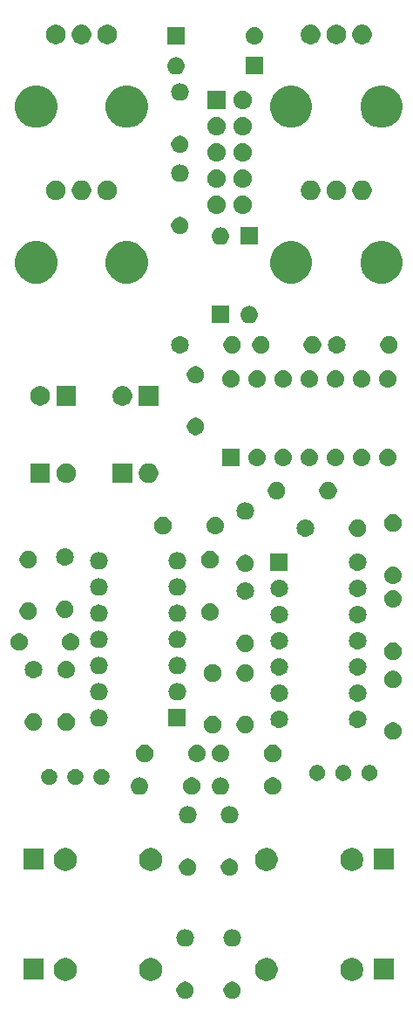
<source format=gbr>
G04 #@! TF.GenerationSoftware,KiCad,Pcbnew,(5.1.0)-1*
G04 #@! TF.CreationDate,2019-04-11T22:52:00-04:00*
G04 #@! TF.ProjectId,lfo,6c666f2e-6b69-4636-9164-5f7063625858,rev?*
G04 #@! TF.SameCoordinates,Original*
G04 #@! TF.FileFunction,Soldermask,Bot*
G04 #@! TF.FilePolarity,Negative*
%FSLAX46Y46*%
G04 Gerber Fmt 4.6, Leading zero omitted, Abs format (unit mm)*
G04 Created by KiCad (PCBNEW (5.1.0)-1) date 2019-04-11 22:52:00*
%MOMM*%
%LPD*%
G04 APERTURE LIST*
%ADD10C,0.100000*%
G04 APERTURE END LIST*
D10*
G36*
X225546228Y-132023703D02*
G01*
X225701100Y-132087853D01*
X225840481Y-132180985D01*
X225959015Y-132299519D01*
X226052147Y-132438900D01*
X226116297Y-132593772D01*
X226149000Y-132758184D01*
X226149000Y-132925816D01*
X226116297Y-133090228D01*
X226052147Y-133245100D01*
X225959015Y-133384481D01*
X225840481Y-133503015D01*
X225701100Y-133596147D01*
X225546228Y-133660297D01*
X225381816Y-133693000D01*
X225214184Y-133693000D01*
X225049772Y-133660297D01*
X224894900Y-133596147D01*
X224755519Y-133503015D01*
X224636985Y-133384481D01*
X224543853Y-133245100D01*
X224479703Y-133090228D01*
X224447000Y-132925816D01*
X224447000Y-132758184D01*
X224479703Y-132593772D01*
X224543853Y-132438900D01*
X224636985Y-132299519D01*
X224755519Y-132180985D01*
X224894900Y-132087853D01*
X225049772Y-132023703D01*
X225214184Y-131991000D01*
X225381816Y-131991000D01*
X225546228Y-132023703D01*
X225546228Y-132023703D01*
G37*
G36*
X220974228Y-132023703D02*
G01*
X221129100Y-132087853D01*
X221268481Y-132180985D01*
X221387015Y-132299519D01*
X221480147Y-132438900D01*
X221544297Y-132593772D01*
X221577000Y-132758184D01*
X221577000Y-132925816D01*
X221544297Y-133090228D01*
X221480147Y-133245100D01*
X221387015Y-133384481D01*
X221268481Y-133503015D01*
X221129100Y-133596147D01*
X220974228Y-133660297D01*
X220809816Y-133693000D01*
X220642184Y-133693000D01*
X220477772Y-133660297D01*
X220322900Y-133596147D01*
X220183519Y-133503015D01*
X220064985Y-133384481D01*
X219971853Y-133245100D01*
X219907703Y-133090228D01*
X219875000Y-132925816D01*
X219875000Y-132758184D01*
X219907703Y-132593772D01*
X219971853Y-132438900D01*
X220064985Y-132299519D01*
X220183519Y-132180985D01*
X220322900Y-132087853D01*
X220477772Y-132023703D01*
X220642184Y-131991000D01*
X220809816Y-131991000D01*
X220974228Y-132023703D01*
X220974228Y-132023703D01*
G37*
G36*
X217647655Y-129722591D02*
G01*
X217719525Y-129736887D01*
X217922624Y-129821013D01*
X218105409Y-129943146D01*
X218260854Y-130098591D01*
X218382987Y-130281376D01*
X218467113Y-130484475D01*
X218510000Y-130700084D01*
X218510000Y-130919916D01*
X218467113Y-131135525D01*
X218382987Y-131338624D01*
X218260854Y-131521409D01*
X218105409Y-131676854D01*
X217922624Y-131798987D01*
X217719525Y-131883113D01*
X217647655Y-131897409D01*
X217503918Y-131926000D01*
X217284082Y-131926000D01*
X217140345Y-131897409D01*
X217068475Y-131883113D01*
X216865376Y-131798987D01*
X216682591Y-131676854D01*
X216527146Y-131521409D01*
X216405013Y-131338624D01*
X216320887Y-131135525D01*
X216278000Y-130919916D01*
X216278000Y-130700084D01*
X216320887Y-130484475D01*
X216405013Y-130281376D01*
X216527146Y-130098591D01*
X216682591Y-129943146D01*
X216865376Y-129821013D01*
X217068475Y-129736887D01*
X217140345Y-129722591D01*
X217284082Y-129694000D01*
X217503918Y-129694000D01*
X217647655Y-129722591D01*
X217647655Y-129722591D01*
G37*
G36*
X209347655Y-129722591D02*
G01*
X209419525Y-129736887D01*
X209622624Y-129821013D01*
X209805409Y-129943146D01*
X209960854Y-130098591D01*
X210082987Y-130281376D01*
X210167113Y-130484475D01*
X210210000Y-130700084D01*
X210210000Y-130919916D01*
X210167113Y-131135525D01*
X210082987Y-131338624D01*
X209960854Y-131521409D01*
X209805409Y-131676854D01*
X209622624Y-131798987D01*
X209419525Y-131883113D01*
X209347655Y-131897409D01*
X209203918Y-131926000D01*
X208984082Y-131926000D01*
X208840345Y-131897409D01*
X208768475Y-131883113D01*
X208565376Y-131798987D01*
X208382591Y-131676854D01*
X208227146Y-131521409D01*
X208105013Y-131338624D01*
X208020887Y-131135525D01*
X207978000Y-130919916D01*
X207978000Y-130700084D01*
X208020887Y-130484475D01*
X208105013Y-130281376D01*
X208227146Y-130098591D01*
X208382591Y-129943146D01*
X208565376Y-129821013D01*
X208768475Y-129736887D01*
X208840345Y-129722591D01*
X208984082Y-129694000D01*
X209203918Y-129694000D01*
X209347655Y-129722591D01*
X209347655Y-129722591D01*
G37*
G36*
X228883655Y-129722591D02*
G01*
X228955525Y-129736887D01*
X229158624Y-129821013D01*
X229341409Y-129943146D01*
X229496854Y-130098591D01*
X229618987Y-130281376D01*
X229703113Y-130484475D01*
X229746000Y-130700084D01*
X229746000Y-130919916D01*
X229703113Y-131135525D01*
X229618987Y-131338624D01*
X229496854Y-131521409D01*
X229341409Y-131676854D01*
X229158624Y-131798987D01*
X228955525Y-131883113D01*
X228883655Y-131897409D01*
X228739918Y-131926000D01*
X228520082Y-131926000D01*
X228376345Y-131897409D01*
X228304475Y-131883113D01*
X228101376Y-131798987D01*
X227918591Y-131676854D01*
X227763146Y-131521409D01*
X227641013Y-131338624D01*
X227556887Y-131135525D01*
X227514000Y-130919916D01*
X227514000Y-130700084D01*
X227556887Y-130484475D01*
X227641013Y-130281376D01*
X227763146Y-130098591D01*
X227918591Y-129943146D01*
X228101376Y-129821013D01*
X228304475Y-129736887D01*
X228376345Y-129722591D01*
X228520082Y-129694000D01*
X228739918Y-129694000D01*
X228883655Y-129722591D01*
X228883655Y-129722591D01*
G37*
G36*
X237183655Y-129722591D02*
G01*
X237255525Y-129736887D01*
X237458624Y-129821013D01*
X237641409Y-129943146D01*
X237796854Y-130098591D01*
X237918987Y-130281376D01*
X238003113Y-130484475D01*
X238046000Y-130700084D01*
X238046000Y-130919916D01*
X238003113Y-131135525D01*
X237918987Y-131338624D01*
X237796854Y-131521409D01*
X237641409Y-131676854D01*
X237458624Y-131798987D01*
X237255525Y-131883113D01*
X237183655Y-131897409D01*
X237039918Y-131926000D01*
X236820082Y-131926000D01*
X236676345Y-131897409D01*
X236604475Y-131883113D01*
X236401376Y-131798987D01*
X236218591Y-131676854D01*
X236063146Y-131521409D01*
X235941013Y-131338624D01*
X235856887Y-131135525D01*
X235814000Y-130919916D01*
X235814000Y-130700084D01*
X235856887Y-130484475D01*
X235941013Y-130281376D01*
X236063146Y-130098591D01*
X236218591Y-129943146D01*
X236401376Y-129821013D01*
X236604475Y-129736887D01*
X236676345Y-129722591D01*
X236820082Y-129694000D01*
X237039918Y-129694000D01*
X237183655Y-129722591D01*
X237183655Y-129722591D01*
G37*
G36*
X240996000Y-131826000D02*
G01*
X239064000Y-131826000D01*
X239064000Y-129794000D01*
X240996000Y-129794000D01*
X240996000Y-131826000D01*
X240996000Y-131826000D01*
G37*
G36*
X206960000Y-131826000D02*
G01*
X205028000Y-131826000D01*
X205028000Y-129794000D01*
X206960000Y-129794000D01*
X206960000Y-131826000D01*
X206960000Y-131826000D01*
G37*
G36*
X225464823Y-126923313D02*
G01*
X225625242Y-126971976D01*
X225757906Y-127042886D01*
X225773078Y-127050996D01*
X225902659Y-127157341D01*
X226009004Y-127286922D01*
X226009005Y-127286924D01*
X226088024Y-127434758D01*
X226136687Y-127595177D01*
X226153117Y-127762000D01*
X226136687Y-127928823D01*
X226088024Y-128089242D01*
X226017114Y-128221906D01*
X226009004Y-128237078D01*
X225902659Y-128366659D01*
X225773078Y-128473004D01*
X225773076Y-128473005D01*
X225625242Y-128552024D01*
X225464823Y-128600687D01*
X225339804Y-128613000D01*
X225256196Y-128613000D01*
X225131177Y-128600687D01*
X224970758Y-128552024D01*
X224822924Y-128473005D01*
X224822922Y-128473004D01*
X224693341Y-128366659D01*
X224586996Y-128237078D01*
X224578886Y-128221906D01*
X224507976Y-128089242D01*
X224459313Y-127928823D01*
X224442883Y-127762000D01*
X224459313Y-127595177D01*
X224507976Y-127434758D01*
X224586995Y-127286924D01*
X224586996Y-127286922D01*
X224693341Y-127157341D01*
X224822922Y-127050996D01*
X224838094Y-127042886D01*
X224970758Y-126971976D01*
X225131177Y-126923313D01*
X225256196Y-126911000D01*
X225339804Y-126911000D01*
X225464823Y-126923313D01*
X225464823Y-126923313D01*
G37*
G36*
X220892823Y-126923313D02*
G01*
X221053242Y-126971976D01*
X221185906Y-127042886D01*
X221201078Y-127050996D01*
X221330659Y-127157341D01*
X221437004Y-127286922D01*
X221437005Y-127286924D01*
X221516024Y-127434758D01*
X221564687Y-127595177D01*
X221581117Y-127762000D01*
X221564687Y-127928823D01*
X221516024Y-128089242D01*
X221445114Y-128221906D01*
X221437004Y-128237078D01*
X221330659Y-128366659D01*
X221201078Y-128473004D01*
X221201076Y-128473005D01*
X221053242Y-128552024D01*
X220892823Y-128600687D01*
X220767804Y-128613000D01*
X220684196Y-128613000D01*
X220559177Y-128600687D01*
X220398758Y-128552024D01*
X220250924Y-128473005D01*
X220250922Y-128473004D01*
X220121341Y-128366659D01*
X220014996Y-128237078D01*
X220006886Y-128221906D01*
X219935976Y-128089242D01*
X219887313Y-127928823D01*
X219870883Y-127762000D01*
X219887313Y-127595177D01*
X219935976Y-127434758D01*
X220014995Y-127286924D01*
X220014996Y-127286922D01*
X220121341Y-127157341D01*
X220250922Y-127050996D01*
X220266094Y-127042886D01*
X220398758Y-126971976D01*
X220559177Y-126923313D01*
X220684196Y-126911000D01*
X220767804Y-126911000D01*
X220892823Y-126923313D01*
X220892823Y-126923313D01*
G37*
G36*
X221228228Y-120085703D02*
G01*
X221383100Y-120149853D01*
X221522481Y-120242985D01*
X221641015Y-120361519D01*
X221734147Y-120500900D01*
X221798297Y-120655772D01*
X221831000Y-120820184D01*
X221831000Y-120987816D01*
X221798297Y-121152228D01*
X221734147Y-121307100D01*
X221641015Y-121446481D01*
X221522481Y-121565015D01*
X221383100Y-121658147D01*
X221228228Y-121722297D01*
X221063816Y-121755000D01*
X220896184Y-121755000D01*
X220731772Y-121722297D01*
X220576900Y-121658147D01*
X220437519Y-121565015D01*
X220318985Y-121446481D01*
X220225853Y-121307100D01*
X220161703Y-121152228D01*
X220129000Y-120987816D01*
X220129000Y-120820184D01*
X220161703Y-120655772D01*
X220225853Y-120500900D01*
X220318985Y-120361519D01*
X220437519Y-120242985D01*
X220576900Y-120149853D01*
X220731772Y-120085703D01*
X220896184Y-120053000D01*
X221063816Y-120053000D01*
X221228228Y-120085703D01*
X221228228Y-120085703D01*
G37*
G36*
X225292228Y-120085703D02*
G01*
X225447100Y-120149853D01*
X225586481Y-120242985D01*
X225705015Y-120361519D01*
X225798147Y-120500900D01*
X225862297Y-120655772D01*
X225895000Y-120820184D01*
X225895000Y-120987816D01*
X225862297Y-121152228D01*
X225798147Y-121307100D01*
X225705015Y-121446481D01*
X225586481Y-121565015D01*
X225447100Y-121658147D01*
X225292228Y-121722297D01*
X225127816Y-121755000D01*
X224960184Y-121755000D01*
X224795772Y-121722297D01*
X224640900Y-121658147D01*
X224501519Y-121565015D01*
X224382985Y-121446481D01*
X224289853Y-121307100D01*
X224225703Y-121152228D01*
X224193000Y-120987816D01*
X224193000Y-120820184D01*
X224225703Y-120655772D01*
X224289853Y-120500900D01*
X224382985Y-120361519D01*
X224501519Y-120242985D01*
X224640900Y-120149853D01*
X224795772Y-120085703D01*
X224960184Y-120053000D01*
X225127816Y-120053000D01*
X225292228Y-120085703D01*
X225292228Y-120085703D01*
G37*
G36*
X217647655Y-119054591D02*
G01*
X217719525Y-119068887D01*
X217922624Y-119153013D01*
X218105409Y-119275146D01*
X218260854Y-119430591D01*
X218382987Y-119613376D01*
X218467113Y-119816475D01*
X218510000Y-120032084D01*
X218510000Y-120251916D01*
X218467113Y-120467525D01*
X218382987Y-120670624D01*
X218260854Y-120853409D01*
X218105409Y-121008854D01*
X217922624Y-121130987D01*
X217719525Y-121215113D01*
X217647655Y-121229409D01*
X217503918Y-121258000D01*
X217284082Y-121258000D01*
X217140345Y-121229409D01*
X217068475Y-121215113D01*
X216865376Y-121130987D01*
X216682591Y-121008854D01*
X216527146Y-120853409D01*
X216405013Y-120670624D01*
X216320887Y-120467525D01*
X216278000Y-120251916D01*
X216278000Y-120032084D01*
X216320887Y-119816475D01*
X216405013Y-119613376D01*
X216527146Y-119430591D01*
X216682591Y-119275146D01*
X216865376Y-119153013D01*
X217068475Y-119068887D01*
X217140345Y-119054591D01*
X217284082Y-119026000D01*
X217503918Y-119026000D01*
X217647655Y-119054591D01*
X217647655Y-119054591D01*
G37*
G36*
X228883655Y-119054591D02*
G01*
X228955525Y-119068887D01*
X229158624Y-119153013D01*
X229341409Y-119275146D01*
X229496854Y-119430591D01*
X229618987Y-119613376D01*
X229703113Y-119816475D01*
X229746000Y-120032084D01*
X229746000Y-120251916D01*
X229703113Y-120467525D01*
X229618987Y-120670624D01*
X229496854Y-120853409D01*
X229341409Y-121008854D01*
X229158624Y-121130987D01*
X228955525Y-121215113D01*
X228883655Y-121229409D01*
X228739918Y-121258000D01*
X228520082Y-121258000D01*
X228376345Y-121229409D01*
X228304475Y-121215113D01*
X228101376Y-121130987D01*
X227918591Y-121008854D01*
X227763146Y-120853409D01*
X227641013Y-120670624D01*
X227556887Y-120467525D01*
X227514000Y-120251916D01*
X227514000Y-120032084D01*
X227556887Y-119816475D01*
X227641013Y-119613376D01*
X227763146Y-119430591D01*
X227918591Y-119275146D01*
X228101376Y-119153013D01*
X228304475Y-119068887D01*
X228376345Y-119054591D01*
X228520082Y-119026000D01*
X228739918Y-119026000D01*
X228883655Y-119054591D01*
X228883655Y-119054591D01*
G37*
G36*
X237183655Y-119054591D02*
G01*
X237255525Y-119068887D01*
X237458624Y-119153013D01*
X237641409Y-119275146D01*
X237796854Y-119430591D01*
X237918987Y-119613376D01*
X238003113Y-119816475D01*
X238046000Y-120032084D01*
X238046000Y-120251916D01*
X238003113Y-120467525D01*
X237918987Y-120670624D01*
X237796854Y-120853409D01*
X237641409Y-121008854D01*
X237458624Y-121130987D01*
X237255525Y-121215113D01*
X237183655Y-121229409D01*
X237039918Y-121258000D01*
X236820082Y-121258000D01*
X236676345Y-121229409D01*
X236604475Y-121215113D01*
X236401376Y-121130987D01*
X236218591Y-121008854D01*
X236063146Y-120853409D01*
X235941013Y-120670624D01*
X235856887Y-120467525D01*
X235814000Y-120251916D01*
X235814000Y-120032084D01*
X235856887Y-119816475D01*
X235941013Y-119613376D01*
X236063146Y-119430591D01*
X236218591Y-119275146D01*
X236401376Y-119153013D01*
X236604475Y-119068887D01*
X236676345Y-119054591D01*
X236820082Y-119026000D01*
X237039918Y-119026000D01*
X237183655Y-119054591D01*
X237183655Y-119054591D01*
G37*
G36*
X209347655Y-119054591D02*
G01*
X209419525Y-119068887D01*
X209622624Y-119153013D01*
X209805409Y-119275146D01*
X209960854Y-119430591D01*
X210082987Y-119613376D01*
X210167113Y-119816475D01*
X210210000Y-120032084D01*
X210210000Y-120251916D01*
X210167113Y-120467525D01*
X210082987Y-120670624D01*
X209960854Y-120853409D01*
X209805409Y-121008854D01*
X209622624Y-121130987D01*
X209419525Y-121215113D01*
X209347655Y-121229409D01*
X209203918Y-121258000D01*
X208984082Y-121258000D01*
X208840345Y-121229409D01*
X208768475Y-121215113D01*
X208565376Y-121130987D01*
X208382591Y-121008854D01*
X208227146Y-120853409D01*
X208105013Y-120670624D01*
X208020887Y-120467525D01*
X207978000Y-120251916D01*
X207978000Y-120032084D01*
X208020887Y-119816475D01*
X208105013Y-119613376D01*
X208227146Y-119430591D01*
X208382591Y-119275146D01*
X208565376Y-119153013D01*
X208768475Y-119068887D01*
X208840345Y-119054591D01*
X208984082Y-119026000D01*
X209203918Y-119026000D01*
X209347655Y-119054591D01*
X209347655Y-119054591D01*
G37*
G36*
X206960000Y-121158000D02*
G01*
X205028000Y-121158000D01*
X205028000Y-119126000D01*
X206960000Y-119126000D01*
X206960000Y-121158000D01*
X206960000Y-121158000D01*
G37*
G36*
X240996000Y-121158000D02*
G01*
X239064000Y-121158000D01*
X239064000Y-119126000D01*
X240996000Y-119126000D01*
X240996000Y-121158000D01*
X240996000Y-121158000D01*
G37*
G36*
X225210823Y-114985313D02*
G01*
X225371242Y-115033976D01*
X225503906Y-115104886D01*
X225519078Y-115112996D01*
X225648659Y-115219341D01*
X225755004Y-115348922D01*
X225755005Y-115348924D01*
X225834024Y-115496758D01*
X225882687Y-115657177D01*
X225899117Y-115824000D01*
X225882687Y-115990823D01*
X225834024Y-116151242D01*
X225763114Y-116283906D01*
X225755004Y-116299078D01*
X225648659Y-116428659D01*
X225519078Y-116535004D01*
X225519076Y-116535005D01*
X225371242Y-116614024D01*
X225210823Y-116662687D01*
X225085804Y-116675000D01*
X225002196Y-116675000D01*
X224877177Y-116662687D01*
X224716758Y-116614024D01*
X224568924Y-116535005D01*
X224568922Y-116535004D01*
X224439341Y-116428659D01*
X224332996Y-116299078D01*
X224324886Y-116283906D01*
X224253976Y-116151242D01*
X224205313Y-115990823D01*
X224188883Y-115824000D01*
X224205313Y-115657177D01*
X224253976Y-115496758D01*
X224332995Y-115348924D01*
X224332996Y-115348922D01*
X224439341Y-115219341D01*
X224568922Y-115112996D01*
X224584094Y-115104886D01*
X224716758Y-115033976D01*
X224877177Y-114985313D01*
X225002196Y-114973000D01*
X225085804Y-114973000D01*
X225210823Y-114985313D01*
X225210823Y-114985313D01*
G37*
G36*
X221146823Y-114985313D02*
G01*
X221307242Y-115033976D01*
X221439906Y-115104886D01*
X221455078Y-115112996D01*
X221584659Y-115219341D01*
X221691004Y-115348922D01*
X221691005Y-115348924D01*
X221770024Y-115496758D01*
X221818687Y-115657177D01*
X221835117Y-115824000D01*
X221818687Y-115990823D01*
X221770024Y-116151242D01*
X221699114Y-116283906D01*
X221691004Y-116299078D01*
X221584659Y-116428659D01*
X221455078Y-116535004D01*
X221455076Y-116535005D01*
X221307242Y-116614024D01*
X221146823Y-116662687D01*
X221021804Y-116675000D01*
X220938196Y-116675000D01*
X220813177Y-116662687D01*
X220652758Y-116614024D01*
X220504924Y-116535005D01*
X220504922Y-116535004D01*
X220375341Y-116428659D01*
X220268996Y-116299078D01*
X220260886Y-116283906D01*
X220189976Y-116151242D01*
X220141313Y-115990823D01*
X220124883Y-115824000D01*
X220141313Y-115657177D01*
X220189976Y-115496758D01*
X220268995Y-115348924D01*
X220268996Y-115348922D01*
X220375341Y-115219341D01*
X220504922Y-115112996D01*
X220520094Y-115104886D01*
X220652758Y-115033976D01*
X220813177Y-114985313D01*
X220938196Y-114973000D01*
X221021804Y-114973000D01*
X221146823Y-114985313D01*
X221146823Y-114985313D01*
G37*
G36*
X221609228Y-112211703D02*
G01*
X221764100Y-112275853D01*
X221903481Y-112368985D01*
X222022015Y-112487519D01*
X222115147Y-112626900D01*
X222179297Y-112781772D01*
X222212000Y-112946184D01*
X222212000Y-113113816D01*
X222179297Y-113278228D01*
X222115147Y-113433100D01*
X222022015Y-113572481D01*
X221903481Y-113691015D01*
X221764100Y-113784147D01*
X221609228Y-113848297D01*
X221444816Y-113881000D01*
X221277184Y-113881000D01*
X221112772Y-113848297D01*
X220957900Y-113784147D01*
X220818519Y-113691015D01*
X220699985Y-113572481D01*
X220606853Y-113433100D01*
X220542703Y-113278228D01*
X220510000Y-113113816D01*
X220510000Y-112946184D01*
X220542703Y-112781772D01*
X220606853Y-112626900D01*
X220699985Y-112487519D01*
X220818519Y-112368985D01*
X220957900Y-112275853D01*
X221112772Y-112211703D01*
X221277184Y-112179000D01*
X221444816Y-112179000D01*
X221609228Y-112211703D01*
X221609228Y-112211703D01*
G37*
G36*
X216447823Y-112191313D02*
G01*
X216608242Y-112239976D01*
X216675361Y-112275852D01*
X216756078Y-112318996D01*
X216885659Y-112425341D01*
X216992004Y-112554922D01*
X216992005Y-112554924D01*
X217071024Y-112702758D01*
X217119687Y-112863177D01*
X217136117Y-113030000D01*
X217119687Y-113196823D01*
X217071024Y-113357242D01*
X217030477Y-113433100D01*
X216992004Y-113505078D01*
X216885659Y-113634659D01*
X216756078Y-113741004D01*
X216756076Y-113741005D01*
X216608242Y-113820024D01*
X216447823Y-113868687D01*
X216322804Y-113881000D01*
X216239196Y-113881000D01*
X216114177Y-113868687D01*
X215953758Y-113820024D01*
X215805924Y-113741005D01*
X215805922Y-113741004D01*
X215676341Y-113634659D01*
X215569996Y-113505078D01*
X215531523Y-113433100D01*
X215490976Y-113357242D01*
X215442313Y-113196823D01*
X215425883Y-113030000D01*
X215442313Y-112863177D01*
X215490976Y-112702758D01*
X215569995Y-112554924D01*
X215569996Y-112554922D01*
X215676341Y-112425341D01*
X215805922Y-112318996D01*
X215886639Y-112275852D01*
X215953758Y-112239976D01*
X216114177Y-112191313D01*
X216239196Y-112179000D01*
X216322804Y-112179000D01*
X216447823Y-112191313D01*
X216447823Y-112191313D01*
G37*
G36*
X229483228Y-112211703D02*
G01*
X229638100Y-112275853D01*
X229777481Y-112368985D01*
X229896015Y-112487519D01*
X229989147Y-112626900D01*
X230053297Y-112781772D01*
X230086000Y-112946184D01*
X230086000Y-113113816D01*
X230053297Y-113278228D01*
X229989147Y-113433100D01*
X229896015Y-113572481D01*
X229777481Y-113691015D01*
X229638100Y-113784147D01*
X229483228Y-113848297D01*
X229318816Y-113881000D01*
X229151184Y-113881000D01*
X228986772Y-113848297D01*
X228831900Y-113784147D01*
X228692519Y-113691015D01*
X228573985Y-113572481D01*
X228480853Y-113433100D01*
X228416703Y-113278228D01*
X228384000Y-113113816D01*
X228384000Y-112946184D01*
X228416703Y-112781772D01*
X228480853Y-112626900D01*
X228573985Y-112487519D01*
X228692519Y-112368985D01*
X228831900Y-112275853D01*
X228986772Y-112211703D01*
X229151184Y-112179000D01*
X229318816Y-112179000D01*
X229483228Y-112211703D01*
X229483228Y-112211703D01*
G37*
G36*
X224321823Y-112191313D02*
G01*
X224482242Y-112239976D01*
X224549361Y-112275852D01*
X224630078Y-112318996D01*
X224759659Y-112425341D01*
X224866004Y-112554922D01*
X224866005Y-112554924D01*
X224945024Y-112702758D01*
X224993687Y-112863177D01*
X225010117Y-113030000D01*
X224993687Y-113196823D01*
X224945024Y-113357242D01*
X224904477Y-113433100D01*
X224866004Y-113505078D01*
X224759659Y-113634659D01*
X224630078Y-113741004D01*
X224630076Y-113741005D01*
X224482242Y-113820024D01*
X224321823Y-113868687D01*
X224196804Y-113881000D01*
X224113196Y-113881000D01*
X223988177Y-113868687D01*
X223827758Y-113820024D01*
X223679924Y-113741005D01*
X223679922Y-113741004D01*
X223550341Y-113634659D01*
X223443996Y-113505078D01*
X223405523Y-113433100D01*
X223364976Y-113357242D01*
X223316313Y-113196823D01*
X223299883Y-113030000D01*
X223316313Y-112863177D01*
X223364976Y-112702758D01*
X223443995Y-112554924D01*
X223443996Y-112554922D01*
X223550341Y-112425341D01*
X223679922Y-112318996D01*
X223760639Y-112275852D01*
X223827758Y-112239976D01*
X223988177Y-112191313D01*
X224113196Y-112179000D01*
X224196804Y-112179000D01*
X224321823Y-112191313D01*
X224321823Y-112191313D01*
G37*
G36*
X212723589Y-111379876D02*
G01*
X212822893Y-111399629D01*
X212963206Y-111457748D01*
X213089484Y-111542125D01*
X213196875Y-111649516D01*
X213281252Y-111775794D01*
X213339371Y-111916107D01*
X213339371Y-111916109D01*
X213369000Y-112065062D01*
X213369000Y-112216938D01*
X213364417Y-112239976D01*
X213339371Y-112365893D01*
X213281252Y-112506206D01*
X213196875Y-112632484D01*
X213089484Y-112739875D01*
X212963206Y-112824252D01*
X212822893Y-112882371D01*
X212723589Y-112902124D01*
X212673938Y-112912000D01*
X212522062Y-112912000D01*
X212472411Y-112902124D01*
X212373107Y-112882371D01*
X212232794Y-112824252D01*
X212106516Y-112739875D01*
X211999125Y-112632484D01*
X211914748Y-112506206D01*
X211856629Y-112365893D01*
X211831583Y-112239976D01*
X211827000Y-112216938D01*
X211827000Y-112065062D01*
X211856629Y-111916109D01*
X211856629Y-111916107D01*
X211914748Y-111775794D01*
X211999125Y-111649516D01*
X212106516Y-111542125D01*
X212232794Y-111457748D01*
X212373107Y-111399629D01*
X212472411Y-111379876D01*
X212522062Y-111370000D01*
X212673938Y-111370000D01*
X212723589Y-111379876D01*
X212723589Y-111379876D01*
G37*
G36*
X207643589Y-111379876D02*
G01*
X207742893Y-111399629D01*
X207883206Y-111457748D01*
X208009484Y-111542125D01*
X208116875Y-111649516D01*
X208201252Y-111775794D01*
X208259371Y-111916107D01*
X208259371Y-111916109D01*
X208289000Y-112065062D01*
X208289000Y-112216938D01*
X208284417Y-112239976D01*
X208259371Y-112365893D01*
X208201252Y-112506206D01*
X208116875Y-112632484D01*
X208009484Y-112739875D01*
X207883206Y-112824252D01*
X207742893Y-112882371D01*
X207643589Y-112902124D01*
X207593938Y-112912000D01*
X207442062Y-112912000D01*
X207392411Y-112902124D01*
X207293107Y-112882371D01*
X207152794Y-112824252D01*
X207026516Y-112739875D01*
X206919125Y-112632484D01*
X206834748Y-112506206D01*
X206776629Y-112365893D01*
X206751583Y-112239976D01*
X206747000Y-112216938D01*
X206747000Y-112065062D01*
X206776629Y-111916109D01*
X206776629Y-111916107D01*
X206834748Y-111775794D01*
X206919125Y-111649516D01*
X207026516Y-111542125D01*
X207152794Y-111457748D01*
X207293107Y-111399629D01*
X207392411Y-111379876D01*
X207442062Y-111370000D01*
X207593938Y-111370000D01*
X207643589Y-111379876D01*
X207643589Y-111379876D01*
G37*
G36*
X210183589Y-111379876D02*
G01*
X210282893Y-111399629D01*
X210423206Y-111457748D01*
X210549484Y-111542125D01*
X210656875Y-111649516D01*
X210741252Y-111775794D01*
X210799371Y-111916107D01*
X210799371Y-111916109D01*
X210829000Y-112065062D01*
X210829000Y-112216938D01*
X210824417Y-112239976D01*
X210799371Y-112365893D01*
X210741252Y-112506206D01*
X210656875Y-112632484D01*
X210549484Y-112739875D01*
X210423206Y-112824252D01*
X210282893Y-112882371D01*
X210183589Y-112902124D01*
X210133938Y-112912000D01*
X209982062Y-112912000D01*
X209932411Y-112902124D01*
X209833107Y-112882371D01*
X209692794Y-112824252D01*
X209566516Y-112739875D01*
X209459125Y-112632484D01*
X209374748Y-112506206D01*
X209316629Y-112365893D01*
X209291583Y-112239976D01*
X209287000Y-112216938D01*
X209287000Y-112065062D01*
X209316629Y-111916109D01*
X209316629Y-111916107D01*
X209374748Y-111775794D01*
X209459125Y-111649516D01*
X209566516Y-111542125D01*
X209692794Y-111457748D01*
X209833107Y-111399629D01*
X209932411Y-111379876D01*
X209982062Y-111370000D01*
X210133938Y-111370000D01*
X210183589Y-111379876D01*
X210183589Y-111379876D01*
G37*
G36*
X238758589Y-110998876D02*
G01*
X238857893Y-111018629D01*
X238998206Y-111076748D01*
X239124484Y-111161125D01*
X239231875Y-111268516D01*
X239316252Y-111394794D01*
X239374371Y-111535107D01*
X239404000Y-111684063D01*
X239404000Y-111835937D01*
X239374371Y-111984893D01*
X239316252Y-112125206D01*
X239231875Y-112251484D01*
X239124484Y-112358875D01*
X238998206Y-112443252D01*
X238857893Y-112501371D01*
X238758589Y-112521124D01*
X238708938Y-112531000D01*
X238557062Y-112531000D01*
X238507411Y-112521124D01*
X238408107Y-112501371D01*
X238267794Y-112443252D01*
X238141516Y-112358875D01*
X238034125Y-112251484D01*
X237949748Y-112125206D01*
X237891629Y-111984893D01*
X237862000Y-111835937D01*
X237862000Y-111684063D01*
X237891629Y-111535107D01*
X237949748Y-111394794D01*
X238034125Y-111268516D01*
X238141516Y-111161125D01*
X238267794Y-111076748D01*
X238408107Y-111018629D01*
X238507411Y-110998876D01*
X238557062Y-110989000D01*
X238708938Y-110989000D01*
X238758589Y-110998876D01*
X238758589Y-110998876D01*
G37*
G36*
X233678589Y-110998876D02*
G01*
X233777893Y-111018629D01*
X233918206Y-111076748D01*
X234044484Y-111161125D01*
X234151875Y-111268516D01*
X234236252Y-111394794D01*
X234294371Y-111535107D01*
X234324000Y-111684063D01*
X234324000Y-111835937D01*
X234294371Y-111984893D01*
X234236252Y-112125206D01*
X234151875Y-112251484D01*
X234044484Y-112358875D01*
X233918206Y-112443252D01*
X233777893Y-112501371D01*
X233678589Y-112521124D01*
X233628938Y-112531000D01*
X233477062Y-112531000D01*
X233427411Y-112521124D01*
X233328107Y-112501371D01*
X233187794Y-112443252D01*
X233061516Y-112358875D01*
X232954125Y-112251484D01*
X232869748Y-112125206D01*
X232811629Y-111984893D01*
X232782000Y-111835937D01*
X232782000Y-111684063D01*
X232811629Y-111535107D01*
X232869748Y-111394794D01*
X232954125Y-111268516D01*
X233061516Y-111161125D01*
X233187794Y-111076748D01*
X233328107Y-111018629D01*
X233427411Y-110998876D01*
X233477062Y-110989000D01*
X233628938Y-110989000D01*
X233678589Y-110998876D01*
X233678589Y-110998876D01*
G37*
G36*
X236218589Y-110998876D02*
G01*
X236317893Y-111018629D01*
X236458206Y-111076748D01*
X236584484Y-111161125D01*
X236691875Y-111268516D01*
X236776252Y-111394794D01*
X236834371Y-111535107D01*
X236864000Y-111684063D01*
X236864000Y-111835937D01*
X236834371Y-111984893D01*
X236776252Y-112125206D01*
X236691875Y-112251484D01*
X236584484Y-112358875D01*
X236458206Y-112443252D01*
X236317893Y-112501371D01*
X236218589Y-112521124D01*
X236168938Y-112531000D01*
X236017062Y-112531000D01*
X235967411Y-112521124D01*
X235868107Y-112501371D01*
X235727794Y-112443252D01*
X235601516Y-112358875D01*
X235494125Y-112251484D01*
X235409748Y-112125206D01*
X235351629Y-111984893D01*
X235322000Y-111835937D01*
X235322000Y-111684063D01*
X235351629Y-111535107D01*
X235409748Y-111394794D01*
X235494125Y-111268516D01*
X235601516Y-111161125D01*
X235727794Y-111076748D01*
X235868107Y-111018629D01*
X235967411Y-110998876D01*
X236017062Y-110989000D01*
X236168938Y-110989000D01*
X236218589Y-110998876D01*
X236218589Y-110998876D01*
G37*
G36*
X229483228Y-109036703D02*
G01*
X229638100Y-109100853D01*
X229777481Y-109193985D01*
X229896015Y-109312519D01*
X229989147Y-109451900D01*
X230053297Y-109606772D01*
X230086000Y-109771184D01*
X230086000Y-109938816D01*
X230053297Y-110103228D01*
X229989147Y-110258100D01*
X229896015Y-110397481D01*
X229777481Y-110516015D01*
X229638100Y-110609147D01*
X229483228Y-110673297D01*
X229318816Y-110706000D01*
X229151184Y-110706000D01*
X228986772Y-110673297D01*
X228831900Y-110609147D01*
X228692519Y-110516015D01*
X228573985Y-110397481D01*
X228480853Y-110258100D01*
X228416703Y-110103228D01*
X228384000Y-109938816D01*
X228384000Y-109771184D01*
X228416703Y-109606772D01*
X228480853Y-109451900D01*
X228573985Y-109312519D01*
X228692519Y-109193985D01*
X228831900Y-109100853D01*
X228986772Y-109036703D01*
X229151184Y-109004000D01*
X229318816Y-109004000D01*
X229483228Y-109036703D01*
X229483228Y-109036703D01*
G37*
G36*
X224321823Y-109016313D02*
G01*
X224482242Y-109064976D01*
X224549361Y-109100852D01*
X224630078Y-109143996D01*
X224759659Y-109250341D01*
X224866004Y-109379922D01*
X224866005Y-109379924D01*
X224945024Y-109527758D01*
X224993687Y-109688177D01*
X225010117Y-109855000D01*
X224993687Y-110021823D01*
X224945024Y-110182242D01*
X224904477Y-110258100D01*
X224866004Y-110330078D01*
X224759659Y-110459659D01*
X224630078Y-110566004D01*
X224630076Y-110566005D01*
X224482242Y-110645024D01*
X224321823Y-110693687D01*
X224196804Y-110706000D01*
X224113196Y-110706000D01*
X223988177Y-110693687D01*
X223827758Y-110645024D01*
X223679924Y-110566005D01*
X223679922Y-110566004D01*
X223550341Y-110459659D01*
X223443996Y-110330078D01*
X223405523Y-110258100D01*
X223364976Y-110182242D01*
X223316313Y-110021823D01*
X223299883Y-109855000D01*
X223316313Y-109688177D01*
X223364976Y-109527758D01*
X223443995Y-109379924D01*
X223443996Y-109379922D01*
X223550341Y-109250341D01*
X223679922Y-109143996D01*
X223760639Y-109100852D01*
X223827758Y-109064976D01*
X223988177Y-109016313D01*
X224113196Y-109004000D01*
X224196804Y-109004000D01*
X224321823Y-109016313D01*
X224321823Y-109016313D01*
G37*
G36*
X222035823Y-109016313D02*
G01*
X222196242Y-109064976D01*
X222263361Y-109100852D01*
X222344078Y-109143996D01*
X222473659Y-109250341D01*
X222580004Y-109379922D01*
X222580005Y-109379924D01*
X222659024Y-109527758D01*
X222707687Y-109688177D01*
X222724117Y-109855000D01*
X222707687Y-110021823D01*
X222659024Y-110182242D01*
X222618477Y-110258100D01*
X222580004Y-110330078D01*
X222473659Y-110459659D01*
X222344078Y-110566004D01*
X222344076Y-110566005D01*
X222196242Y-110645024D01*
X222035823Y-110693687D01*
X221910804Y-110706000D01*
X221827196Y-110706000D01*
X221702177Y-110693687D01*
X221541758Y-110645024D01*
X221393924Y-110566005D01*
X221393922Y-110566004D01*
X221264341Y-110459659D01*
X221157996Y-110330078D01*
X221119523Y-110258100D01*
X221078976Y-110182242D01*
X221030313Y-110021823D01*
X221013883Y-109855000D01*
X221030313Y-109688177D01*
X221078976Y-109527758D01*
X221157995Y-109379924D01*
X221157996Y-109379922D01*
X221264341Y-109250341D01*
X221393922Y-109143996D01*
X221474639Y-109100852D01*
X221541758Y-109064976D01*
X221702177Y-109016313D01*
X221827196Y-109004000D01*
X221910804Y-109004000D01*
X222035823Y-109016313D01*
X222035823Y-109016313D01*
G37*
G36*
X217037228Y-109036703D02*
G01*
X217192100Y-109100853D01*
X217331481Y-109193985D01*
X217450015Y-109312519D01*
X217543147Y-109451900D01*
X217607297Y-109606772D01*
X217640000Y-109771184D01*
X217640000Y-109938816D01*
X217607297Y-110103228D01*
X217543147Y-110258100D01*
X217450015Y-110397481D01*
X217331481Y-110516015D01*
X217192100Y-110609147D01*
X217037228Y-110673297D01*
X216872816Y-110706000D01*
X216705184Y-110706000D01*
X216540772Y-110673297D01*
X216385900Y-110609147D01*
X216246519Y-110516015D01*
X216127985Y-110397481D01*
X216034853Y-110258100D01*
X215970703Y-110103228D01*
X215938000Y-109938816D01*
X215938000Y-109771184D01*
X215970703Y-109606772D01*
X216034853Y-109451900D01*
X216127985Y-109312519D01*
X216246519Y-109193985D01*
X216385900Y-109100853D01*
X216540772Y-109036703D01*
X216705184Y-109004000D01*
X216872816Y-109004000D01*
X217037228Y-109036703D01*
X217037228Y-109036703D01*
G37*
G36*
X241167228Y-106877703D02*
G01*
X241322100Y-106941853D01*
X241461481Y-107034985D01*
X241580015Y-107153519D01*
X241673147Y-107292900D01*
X241737297Y-107447772D01*
X241770000Y-107612184D01*
X241770000Y-107779816D01*
X241737297Y-107944228D01*
X241673147Y-108099100D01*
X241580015Y-108238481D01*
X241461481Y-108357015D01*
X241322100Y-108450147D01*
X241167228Y-108514297D01*
X241002816Y-108547000D01*
X240835184Y-108547000D01*
X240670772Y-108514297D01*
X240515900Y-108450147D01*
X240376519Y-108357015D01*
X240257985Y-108238481D01*
X240164853Y-108099100D01*
X240100703Y-107944228D01*
X240068000Y-107779816D01*
X240068000Y-107612184D01*
X240100703Y-107447772D01*
X240164853Y-107292900D01*
X240257985Y-107153519D01*
X240376519Y-107034985D01*
X240515900Y-106941853D01*
X240670772Y-106877703D01*
X240835184Y-106845000D01*
X241002816Y-106845000D01*
X241167228Y-106877703D01*
X241167228Y-106877703D01*
G37*
G36*
X226816228Y-106242703D02*
G01*
X226971100Y-106306853D01*
X227110481Y-106399985D01*
X227229015Y-106518519D01*
X227322147Y-106657900D01*
X227386297Y-106812772D01*
X227419000Y-106977184D01*
X227419000Y-107144816D01*
X227386297Y-107309228D01*
X227322147Y-107464100D01*
X227229015Y-107603481D01*
X227110481Y-107722015D01*
X226971100Y-107815147D01*
X226816228Y-107879297D01*
X226651816Y-107912000D01*
X226484184Y-107912000D01*
X226319772Y-107879297D01*
X226164900Y-107815147D01*
X226025519Y-107722015D01*
X225906985Y-107603481D01*
X225813853Y-107464100D01*
X225749703Y-107309228D01*
X225717000Y-107144816D01*
X225717000Y-106977184D01*
X225749703Y-106812772D01*
X225813853Y-106657900D01*
X225906985Y-106518519D01*
X226025519Y-106399985D01*
X226164900Y-106306853D01*
X226319772Y-106242703D01*
X226484184Y-106210000D01*
X226651816Y-106210000D01*
X226816228Y-106242703D01*
X226816228Y-106242703D01*
G37*
G36*
X223641228Y-106242703D02*
G01*
X223796100Y-106306853D01*
X223935481Y-106399985D01*
X224054015Y-106518519D01*
X224147147Y-106657900D01*
X224211297Y-106812772D01*
X224244000Y-106977184D01*
X224244000Y-107144816D01*
X224211297Y-107309228D01*
X224147147Y-107464100D01*
X224054015Y-107603481D01*
X223935481Y-107722015D01*
X223796100Y-107815147D01*
X223641228Y-107879297D01*
X223476816Y-107912000D01*
X223309184Y-107912000D01*
X223144772Y-107879297D01*
X222989900Y-107815147D01*
X222850519Y-107722015D01*
X222731985Y-107603481D01*
X222638853Y-107464100D01*
X222574703Y-107309228D01*
X222542000Y-107144816D01*
X222542000Y-106977184D01*
X222574703Y-106812772D01*
X222638853Y-106657900D01*
X222731985Y-106518519D01*
X222850519Y-106399985D01*
X222989900Y-106306853D01*
X223144772Y-106242703D01*
X223309184Y-106210000D01*
X223476816Y-106210000D01*
X223641228Y-106242703D01*
X223641228Y-106242703D01*
G37*
G36*
X206242228Y-105988703D02*
G01*
X206397100Y-106052853D01*
X206536481Y-106145985D01*
X206655015Y-106264519D01*
X206748147Y-106403900D01*
X206812297Y-106558772D01*
X206845000Y-106723184D01*
X206845000Y-106890816D01*
X206812297Y-107055228D01*
X206748147Y-107210100D01*
X206655015Y-107349481D01*
X206536481Y-107468015D01*
X206397100Y-107561147D01*
X206242228Y-107625297D01*
X206077816Y-107658000D01*
X205910184Y-107658000D01*
X205745772Y-107625297D01*
X205590900Y-107561147D01*
X205451519Y-107468015D01*
X205332985Y-107349481D01*
X205239853Y-107210100D01*
X205175703Y-107055228D01*
X205143000Y-106890816D01*
X205143000Y-106723184D01*
X205175703Y-106558772D01*
X205239853Y-106403900D01*
X205332985Y-106264519D01*
X205451519Y-106145985D01*
X205590900Y-106052853D01*
X205745772Y-105988703D01*
X205910184Y-105956000D01*
X206077816Y-105956000D01*
X206242228Y-105988703D01*
X206242228Y-105988703D01*
G37*
G36*
X209417228Y-105988703D02*
G01*
X209572100Y-106052853D01*
X209711481Y-106145985D01*
X209830015Y-106264519D01*
X209923147Y-106403900D01*
X209987297Y-106558772D01*
X210020000Y-106723184D01*
X210020000Y-106890816D01*
X209987297Y-107055228D01*
X209923147Y-107210100D01*
X209830015Y-107349481D01*
X209711481Y-107468015D01*
X209572100Y-107561147D01*
X209417228Y-107625297D01*
X209252816Y-107658000D01*
X209085184Y-107658000D01*
X208920772Y-107625297D01*
X208765900Y-107561147D01*
X208626519Y-107468015D01*
X208507985Y-107349481D01*
X208414853Y-107210100D01*
X208350703Y-107055228D01*
X208318000Y-106890816D01*
X208318000Y-106723184D01*
X208350703Y-106558772D01*
X208414853Y-106403900D01*
X208507985Y-106264519D01*
X208626519Y-106145985D01*
X208765900Y-106052853D01*
X208920772Y-105988703D01*
X209085184Y-105956000D01*
X209252816Y-105956000D01*
X209417228Y-105988703D01*
X209417228Y-105988703D01*
G37*
G36*
X237656823Y-105714313D02*
G01*
X237817242Y-105762976D01*
X237926435Y-105821341D01*
X237965078Y-105841996D01*
X238094659Y-105948341D01*
X238201004Y-106077922D01*
X238201005Y-106077924D01*
X238280024Y-106225758D01*
X238328687Y-106386177D01*
X238345117Y-106553000D01*
X238328687Y-106719823D01*
X238280024Y-106880242D01*
X238247092Y-106941853D01*
X238201004Y-107028078D01*
X238094659Y-107157659D01*
X237965078Y-107264004D01*
X237965076Y-107264005D01*
X237817242Y-107343024D01*
X237656823Y-107391687D01*
X237531804Y-107404000D01*
X237448196Y-107404000D01*
X237323177Y-107391687D01*
X237162758Y-107343024D01*
X237014924Y-107264005D01*
X237014922Y-107264004D01*
X236885341Y-107157659D01*
X236778996Y-107028078D01*
X236732908Y-106941853D01*
X236699976Y-106880242D01*
X236651313Y-106719823D01*
X236634883Y-106553000D01*
X236651313Y-106386177D01*
X236699976Y-106225758D01*
X236778995Y-106077924D01*
X236778996Y-106077922D01*
X236885341Y-105948341D01*
X237014922Y-105841996D01*
X237053565Y-105821341D01*
X237162758Y-105762976D01*
X237323177Y-105714313D01*
X237448196Y-105702000D01*
X237531804Y-105702000D01*
X237656823Y-105714313D01*
X237656823Y-105714313D01*
G37*
G36*
X230036823Y-105714313D02*
G01*
X230197242Y-105762976D01*
X230306435Y-105821341D01*
X230345078Y-105841996D01*
X230474659Y-105948341D01*
X230581004Y-106077922D01*
X230581005Y-106077924D01*
X230660024Y-106225758D01*
X230708687Y-106386177D01*
X230725117Y-106553000D01*
X230708687Y-106719823D01*
X230660024Y-106880242D01*
X230627092Y-106941853D01*
X230581004Y-107028078D01*
X230474659Y-107157659D01*
X230345078Y-107264004D01*
X230345076Y-107264005D01*
X230197242Y-107343024D01*
X230036823Y-107391687D01*
X229911804Y-107404000D01*
X229828196Y-107404000D01*
X229703177Y-107391687D01*
X229542758Y-107343024D01*
X229394924Y-107264005D01*
X229394922Y-107264004D01*
X229265341Y-107157659D01*
X229158996Y-107028078D01*
X229112908Y-106941853D01*
X229079976Y-106880242D01*
X229031313Y-106719823D01*
X229014883Y-106553000D01*
X229031313Y-106386177D01*
X229079976Y-106225758D01*
X229158995Y-106077924D01*
X229158996Y-106077922D01*
X229265341Y-105948341D01*
X229394922Y-105841996D01*
X229433565Y-105821341D01*
X229542758Y-105762976D01*
X229703177Y-105714313D01*
X229828196Y-105702000D01*
X229911804Y-105702000D01*
X230036823Y-105714313D01*
X230036823Y-105714313D01*
G37*
G36*
X220815000Y-107277000D02*
G01*
X219113000Y-107277000D01*
X219113000Y-105575000D01*
X220815000Y-105575000D01*
X220815000Y-107277000D01*
X220815000Y-107277000D01*
G37*
G36*
X212510823Y-105587313D02*
G01*
X212671242Y-105635976D01*
X212794764Y-105702000D01*
X212819078Y-105714996D01*
X212948659Y-105821341D01*
X213055004Y-105950922D01*
X213055005Y-105950924D01*
X213134024Y-106098758D01*
X213182687Y-106259177D01*
X213199117Y-106426000D01*
X213182687Y-106592823D01*
X213134024Y-106753242D01*
X213084978Y-106845000D01*
X213055004Y-106901078D01*
X212948659Y-107030659D01*
X212819078Y-107137004D01*
X212819076Y-107137005D01*
X212671242Y-107216024D01*
X212510823Y-107264687D01*
X212385804Y-107277000D01*
X212302196Y-107277000D01*
X212177177Y-107264687D01*
X212016758Y-107216024D01*
X211868924Y-107137005D01*
X211868922Y-107137004D01*
X211739341Y-107030659D01*
X211632996Y-106901078D01*
X211603022Y-106845000D01*
X211553976Y-106753242D01*
X211505313Y-106592823D01*
X211488883Y-106426000D01*
X211505313Y-106259177D01*
X211553976Y-106098758D01*
X211632995Y-105950924D01*
X211632996Y-105950922D01*
X211739341Y-105821341D01*
X211868922Y-105714996D01*
X211893236Y-105702000D01*
X212016758Y-105635976D01*
X212177177Y-105587313D01*
X212302196Y-105575000D01*
X212385804Y-105575000D01*
X212510823Y-105587313D01*
X212510823Y-105587313D01*
G37*
G36*
X237656823Y-103174313D02*
G01*
X237817242Y-103222976D01*
X237926435Y-103281341D01*
X237965078Y-103301996D01*
X238094659Y-103408341D01*
X238201004Y-103537922D01*
X238201005Y-103537924D01*
X238280024Y-103685758D01*
X238328687Y-103846177D01*
X238345117Y-104013000D01*
X238328687Y-104179823D01*
X238280024Y-104340242D01*
X238209114Y-104472906D01*
X238201004Y-104488078D01*
X238094659Y-104617659D01*
X237965078Y-104724004D01*
X237965076Y-104724005D01*
X237817242Y-104803024D01*
X237656823Y-104851687D01*
X237531804Y-104864000D01*
X237448196Y-104864000D01*
X237323177Y-104851687D01*
X237162758Y-104803024D01*
X237014924Y-104724005D01*
X237014922Y-104724004D01*
X236885341Y-104617659D01*
X236778996Y-104488078D01*
X236770886Y-104472906D01*
X236699976Y-104340242D01*
X236651313Y-104179823D01*
X236634883Y-104013000D01*
X236651313Y-103846177D01*
X236699976Y-103685758D01*
X236778995Y-103537924D01*
X236778996Y-103537922D01*
X236885341Y-103408341D01*
X237014922Y-103301996D01*
X237053565Y-103281341D01*
X237162758Y-103222976D01*
X237323177Y-103174313D01*
X237448196Y-103162000D01*
X237531804Y-103162000D01*
X237656823Y-103174313D01*
X237656823Y-103174313D01*
G37*
G36*
X230036823Y-103174313D02*
G01*
X230197242Y-103222976D01*
X230306435Y-103281341D01*
X230345078Y-103301996D01*
X230474659Y-103408341D01*
X230581004Y-103537922D01*
X230581005Y-103537924D01*
X230660024Y-103685758D01*
X230708687Y-103846177D01*
X230725117Y-104013000D01*
X230708687Y-104179823D01*
X230660024Y-104340242D01*
X230589114Y-104472906D01*
X230581004Y-104488078D01*
X230474659Y-104617659D01*
X230345078Y-104724004D01*
X230345076Y-104724005D01*
X230197242Y-104803024D01*
X230036823Y-104851687D01*
X229911804Y-104864000D01*
X229828196Y-104864000D01*
X229703177Y-104851687D01*
X229542758Y-104803024D01*
X229394924Y-104724005D01*
X229394922Y-104724004D01*
X229265341Y-104617659D01*
X229158996Y-104488078D01*
X229150886Y-104472906D01*
X229079976Y-104340242D01*
X229031313Y-104179823D01*
X229014883Y-104013000D01*
X229031313Y-103846177D01*
X229079976Y-103685758D01*
X229158995Y-103537924D01*
X229158996Y-103537922D01*
X229265341Y-103408341D01*
X229394922Y-103301996D01*
X229433565Y-103281341D01*
X229542758Y-103222976D01*
X229703177Y-103174313D01*
X229828196Y-103162000D01*
X229911804Y-103162000D01*
X230036823Y-103174313D01*
X230036823Y-103174313D01*
G37*
G36*
X220130823Y-103047313D02*
G01*
X220291242Y-103095976D01*
X220414764Y-103162000D01*
X220439078Y-103174996D01*
X220568659Y-103281341D01*
X220675004Y-103410922D01*
X220675005Y-103410924D01*
X220754024Y-103558758D01*
X220802687Y-103719177D01*
X220819117Y-103886000D01*
X220802687Y-104052823D01*
X220754024Y-104213242D01*
X220686143Y-104340239D01*
X220675004Y-104361078D01*
X220568659Y-104490659D01*
X220439078Y-104597004D01*
X220439076Y-104597005D01*
X220291242Y-104676024D01*
X220130823Y-104724687D01*
X220005804Y-104737000D01*
X219922196Y-104737000D01*
X219797177Y-104724687D01*
X219636758Y-104676024D01*
X219488924Y-104597005D01*
X219488922Y-104597004D01*
X219359341Y-104490659D01*
X219252996Y-104361078D01*
X219241857Y-104340239D01*
X219173976Y-104213242D01*
X219125313Y-104052823D01*
X219108883Y-103886000D01*
X219125313Y-103719177D01*
X219173976Y-103558758D01*
X219252995Y-103410924D01*
X219252996Y-103410922D01*
X219359341Y-103281341D01*
X219488922Y-103174996D01*
X219513236Y-103162000D01*
X219636758Y-103095976D01*
X219797177Y-103047313D01*
X219922196Y-103035000D01*
X220005804Y-103035000D01*
X220130823Y-103047313D01*
X220130823Y-103047313D01*
G37*
G36*
X212510823Y-103047313D02*
G01*
X212671242Y-103095976D01*
X212794764Y-103162000D01*
X212819078Y-103174996D01*
X212948659Y-103281341D01*
X213055004Y-103410922D01*
X213055005Y-103410924D01*
X213134024Y-103558758D01*
X213182687Y-103719177D01*
X213199117Y-103886000D01*
X213182687Y-104052823D01*
X213134024Y-104213242D01*
X213066143Y-104340239D01*
X213055004Y-104361078D01*
X212948659Y-104490659D01*
X212819078Y-104597004D01*
X212819076Y-104597005D01*
X212671242Y-104676024D01*
X212510823Y-104724687D01*
X212385804Y-104737000D01*
X212302196Y-104737000D01*
X212177177Y-104724687D01*
X212016758Y-104676024D01*
X211868924Y-104597005D01*
X211868922Y-104597004D01*
X211739341Y-104490659D01*
X211632996Y-104361078D01*
X211621857Y-104340239D01*
X211553976Y-104213242D01*
X211505313Y-104052823D01*
X211488883Y-103886000D01*
X211505313Y-103719177D01*
X211553976Y-103558758D01*
X211632995Y-103410924D01*
X211632996Y-103410922D01*
X211739341Y-103281341D01*
X211868922Y-103174996D01*
X211893236Y-103162000D01*
X212016758Y-103095976D01*
X212177177Y-103047313D01*
X212302196Y-103035000D01*
X212385804Y-103035000D01*
X212510823Y-103047313D01*
X212510823Y-103047313D01*
G37*
G36*
X241167228Y-101877703D02*
G01*
X241322100Y-101941853D01*
X241461481Y-102034985D01*
X241580015Y-102153519D01*
X241673147Y-102292900D01*
X241737297Y-102447772D01*
X241770000Y-102612184D01*
X241770000Y-102779816D01*
X241737297Y-102944228D01*
X241673147Y-103099100D01*
X241580015Y-103238481D01*
X241461481Y-103357015D01*
X241322100Y-103450147D01*
X241167228Y-103514297D01*
X241002816Y-103547000D01*
X240835184Y-103547000D01*
X240670772Y-103514297D01*
X240515900Y-103450147D01*
X240376519Y-103357015D01*
X240257985Y-103238481D01*
X240164853Y-103099100D01*
X240100703Y-102944228D01*
X240068000Y-102779816D01*
X240068000Y-102612184D01*
X240100703Y-102447772D01*
X240164853Y-102292900D01*
X240257985Y-102153519D01*
X240376519Y-102034985D01*
X240515900Y-101941853D01*
X240670772Y-101877703D01*
X240835184Y-101845000D01*
X241002816Y-101845000D01*
X241167228Y-101877703D01*
X241167228Y-101877703D01*
G37*
G36*
X226816228Y-101242703D02*
G01*
X226971100Y-101306853D01*
X227110481Y-101399985D01*
X227229015Y-101518519D01*
X227322147Y-101657900D01*
X227386297Y-101812772D01*
X227419000Y-101977184D01*
X227419000Y-102144816D01*
X227386297Y-102309228D01*
X227322147Y-102464100D01*
X227229015Y-102603481D01*
X227110481Y-102722015D01*
X226971100Y-102815147D01*
X226816228Y-102879297D01*
X226651816Y-102912000D01*
X226484184Y-102912000D01*
X226319772Y-102879297D01*
X226164900Y-102815147D01*
X226025519Y-102722015D01*
X225906985Y-102603481D01*
X225813853Y-102464100D01*
X225749703Y-102309228D01*
X225717000Y-102144816D01*
X225717000Y-101977184D01*
X225749703Y-101812772D01*
X225813853Y-101657900D01*
X225906985Y-101518519D01*
X226025519Y-101399985D01*
X226164900Y-101306853D01*
X226319772Y-101242703D01*
X226484184Y-101210000D01*
X226651816Y-101210000D01*
X226816228Y-101242703D01*
X226816228Y-101242703D01*
G37*
G36*
X223641228Y-101242703D02*
G01*
X223796100Y-101306853D01*
X223935481Y-101399985D01*
X224054015Y-101518519D01*
X224147147Y-101657900D01*
X224211297Y-101812772D01*
X224244000Y-101977184D01*
X224244000Y-102144816D01*
X224211297Y-102309228D01*
X224147147Y-102464100D01*
X224054015Y-102603481D01*
X223935481Y-102722015D01*
X223796100Y-102815147D01*
X223641228Y-102879297D01*
X223476816Y-102912000D01*
X223309184Y-102912000D01*
X223144772Y-102879297D01*
X222989900Y-102815147D01*
X222850519Y-102722015D01*
X222731985Y-102603481D01*
X222638853Y-102464100D01*
X222574703Y-102309228D01*
X222542000Y-102144816D01*
X222542000Y-101977184D01*
X222574703Y-101812772D01*
X222638853Y-101657900D01*
X222731985Y-101518519D01*
X222850519Y-101399985D01*
X222989900Y-101306853D01*
X223144772Y-101242703D01*
X223309184Y-101210000D01*
X223476816Y-101210000D01*
X223641228Y-101242703D01*
X223641228Y-101242703D01*
G37*
G36*
X209335823Y-100888313D02*
G01*
X209496242Y-100936976D01*
X209628906Y-101007886D01*
X209644078Y-101015996D01*
X209773659Y-101122341D01*
X209880004Y-101251922D01*
X209880005Y-101251924D01*
X209959024Y-101399758D01*
X210007687Y-101560177D01*
X210024117Y-101727000D01*
X210007687Y-101893823D01*
X209959024Y-102054242D01*
X209910611Y-102144816D01*
X209880004Y-102202078D01*
X209773659Y-102331659D01*
X209644078Y-102438004D01*
X209644076Y-102438005D01*
X209496242Y-102517024D01*
X209335823Y-102565687D01*
X209210804Y-102578000D01*
X209127196Y-102578000D01*
X209002177Y-102565687D01*
X208841758Y-102517024D01*
X208693924Y-102438005D01*
X208693922Y-102438004D01*
X208564341Y-102331659D01*
X208457996Y-102202078D01*
X208427389Y-102144816D01*
X208378976Y-102054242D01*
X208330313Y-101893823D01*
X208313883Y-101727000D01*
X208330313Y-101560177D01*
X208378976Y-101399758D01*
X208457995Y-101251924D01*
X208457996Y-101251922D01*
X208564341Y-101122341D01*
X208693922Y-101015996D01*
X208709094Y-101007886D01*
X208841758Y-100936976D01*
X209002177Y-100888313D01*
X209127196Y-100876000D01*
X209210804Y-100876000D01*
X209335823Y-100888313D01*
X209335823Y-100888313D01*
G37*
G36*
X206160823Y-100888313D02*
G01*
X206321242Y-100936976D01*
X206453906Y-101007886D01*
X206469078Y-101015996D01*
X206598659Y-101122341D01*
X206705004Y-101251922D01*
X206705005Y-101251924D01*
X206784024Y-101399758D01*
X206832687Y-101560177D01*
X206849117Y-101727000D01*
X206832687Y-101893823D01*
X206784024Y-102054242D01*
X206735611Y-102144816D01*
X206705004Y-102202078D01*
X206598659Y-102331659D01*
X206469078Y-102438004D01*
X206469076Y-102438005D01*
X206321242Y-102517024D01*
X206160823Y-102565687D01*
X206035804Y-102578000D01*
X205952196Y-102578000D01*
X205827177Y-102565687D01*
X205666758Y-102517024D01*
X205518924Y-102438005D01*
X205518922Y-102438004D01*
X205389341Y-102331659D01*
X205282996Y-102202078D01*
X205252389Y-102144816D01*
X205203976Y-102054242D01*
X205155313Y-101893823D01*
X205138883Y-101727000D01*
X205155313Y-101560177D01*
X205203976Y-101399758D01*
X205282995Y-101251924D01*
X205282996Y-101251922D01*
X205389341Y-101122341D01*
X205518922Y-101015996D01*
X205534094Y-101007886D01*
X205666758Y-100936976D01*
X205827177Y-100888313D01*
X205952196Y-100876000D01*
X206035804Y-100876000D01*
X206160823Y-100888313D01*
X206160823Y-100888313D01*
G37*
G36*
X237656823Y-100634313D02*
G01*
X237817242Y-100682976D01*
X237926435Y-100741341D01*
X237965078Y-100761996D01*
X238094659Y-100868341D01*
X238201004Y-100997922D01*
X238201005Y-100997924D01*
X238280024Y-101145758D01*
X238328687Y-101306177D01*
X238345117Y-101473000D01*
X238328687Y-101639823D01*
X238280024Y-101800242D01*
X238256100Y-101845000D01*
X238201004Y-101948078D01*
X238094659Y-102077659D01*
X237965078Y-102184004D01*
X237965076Y-102184005D01*
X237817242Y-102263024D01*
X237656823Y-102311687D01*
X237531804Y-102324000D01*
X237448196Y-102324000D01*
X237323177Y-102311687D01*
X237162758Y-102263024D01*
X237014924Y-102184005D01*
X237014922Y-102184004D01*
X236885341Y-102077659D01*
X236778996Y-101948078D01*
X236723900Y-101845000D01*
X236699976Y-101800242D01*
X236651313Y-101639823D01*
X236634883Y-101473000D01*
X236651313Y-101306177D01*
X236699976Y-101145758D01*
X236778995Y-100997924D01*
X236778996Y-100997922D01*
X236885341Y-100868341D01*
X237014922Y-100761996D01*
X237053565Y-100741341D01*
X237162758Y-100682976D01*
X237323177Y-100634313D01*
X237448196Y-100622000D01*
X237531804Y-100622000D01*
X237656823Y-100634313D01*
X237656823Y-100634313D01*
G37*
G36*
X230036823Y-100634313D02*
G01*
X230197242Y-100682976D01*
X230306435Y-100741341D01*
X230345078Y-100761996D01*
X230474659Y-100868341D01*
X230581004Y-100997922D01*
X230581005Y-100997924D01*
X230660024Y-101145758D01*
X230708687Y-101306177D01*
X230725117Y-101473000D01*
X230708687Y-101639823D01*
X230660024Y-101800242D01*
X230636100Y-101845000D01*
X230581004Y-101948078D01*
X230474659Y-102077659D01*
X230345078Y-102184004D01*
X230345076Y-102184005D01*
X230197242Y-102263024D01*
X230036823Y-102311687D01*
X229911804Y-102324000D01*
X229828196Y-102324000D01*
X229703177Y-102311687D01*
X229542758Y-102263024D01*
X229394924Y-102184005D01*
X229394922Y-102184004D01*
X229265341Y-102077659D01*
X229158996Y-101948078D01*
X229103900Y-101845000D01*
X229079976Y-101800242D01*
X229031313Y-101639823D01*
X229014883Y-101473000D01*
X229031313Y-101306177D01*
X229079976Y-101145758D01*
X229158995Y-100997924D01*
X229158996Y-100997922D01*
X229265341Y-100868341D01*
X229394922Y-100761996D01*
X229433565Y-100741341D01*
X229542758Y-100682976D01*
X229703177Y-100634313D01*
X229828196Y-100622000D01*
X229911804Y-100622000D01*
X230036823Y-100634313D01*
X230036823Y-100634313D01*
G37*
G36*
X220130823Y-100507313D02*
G01*
X220291242Y-100555976D01*
X220414764Y-100622000D01*
X220439078Y-100634996D01*
X220568659Y-100741341D01*
X220675004Y-100870922D01*
X220675005Y-100870924D01*
X220754024Y-101018758D01*
X220802687Y-101179177D01*
X220819117Y-101346000D01*
X220802687Y-101512823D01*
X220754024Y-101673242D01*
X220686143Y-101800239D01*
X220675004Y-101821078D01*
X220568659Y-101950659D01*
X220439078Y-102057004D01*
X220439076Y-102057005D01*
X220291242Y-102136024D01*
X220130823Y-102184687D01*
X220005804Y-102197000D01*
X219922196Y-102197000D01*
X219797177Y-102184687D01*
X219636758Y-102136024D01*
X219488924Y-102057005D01*
X219488922Y-102057004D01*
X219359341Y-101950659D01*
X219252996Y-101821078D01*
X219241857Y-101800239D01*
X219173976Y-101673242D01*
X219125313Y-101512823D01*
X219108883Y-101346000D01*
X219125313Y-101179177D01*
X219173976Y-101018758D01*
X219252995Y-100870924D01*
X219252996Y-100870922D01*
X219359341Y-100741341D01*
X219488922Y-100634996D01*
X219513236Y-100622000D01*
X219636758Y-100555976D01*
X219797177Y-100507313D01*
X219922196Y-100495000D01*
X220005804Y-100495000D01*
X220130823Y-100507313D01*
X220130823Y-100507313D01*
G37*
G36*
X212510823Y-100507313D02*
G01*
X212671242Y-100555976D01*
X212794764Y-100622000D01*
X212819078Y-100634996D01*
X212948659Y-100741341D01*
X213055004Y-100870922D01*
X213055005Y-100870924D01*
X213134024Y-101018758D01*
X213182687Y-101179177D01*
X213199117Y-101346000D01*
X213182687Y-101512823D01*
X213134024Y-101673242D01*
X213066143Y-101800239D01*
X213055004Y-101821078D01*
X212948659Y-101950659D01*
X212819078Y-102057004D01*
X212819076Y-102057005D01*
X212671242Y-102136024D01*
X212510823Y-102184687D01*
X212385804Y-102197000D01*
X212302196Y-102197000D01*
X212177177Y-102184687D01*
X212016758Y-102136024D01*
X211868924Y-102057005D01*
X211868922Y-102057004D01*
X211739341Y-101950659D01*
X211632996Y-101821078D01*
X211621857Y-101800239D01*
X211553976Y-101673242D01*
X211505313Y-101512823D01*
X211488883Y-101346000D01*
X211505313Y-101179177D01*
X211553976Y-101018758D01*
X211632995Y-100870924D01*
X211632996Y-100870922D01*
X211739341Y-100741341D01*
X211868922Y-100634996D01*
X211893236Y-100622000D01*
X212016758Y-100555976D01*
X212177177Y-100507313D01*
X212302196Y-100495000D01*
X212385804Y-100495000D01*
X212510823Y-100507313D01*
X212510823Y-100507313D01*
G37*
G36*
X241167228Y-99130703D02*
G01*
X241322100Y-99194853D01*
X241461481Y-99287985D01*
X241580015Y-99406519D01*
X241673147Y-99545900D01*
X241737297Y-99700772D01*
X241770000Y-99865184D01*
X241770000Y-100032816D01*
X241737297Y-100197228D01*
X241673147Y-100352100D01*
X241580015Y-100491481D01*
X241461481Y-100610015D01*
X241322100Y-100703147D01*
X241167228Y-100767297D01*
X241002816Y-100800000D01*
X240835184Y-100800000D01*
X240670772Y-100767297D01*
X240515900Y-100703147D01*
X240376519Y-100610015D01*
X240257985Y-100491481D01*
X240164853Y-100352100D01*
X240100703Y-100197228D01*
X240068000Y-100032816D01*
X240068000Y-99865184D01*
X240100703Y-99700772D01*
X240164853Y-99545900D01*
X240257985Y-99406519D01*
X240376519Y-99287985D01*
X240515900Y-99194853D01*
X240670772Y-99130703D01*
X240835184Y-99098000D01*
X241002816Y-99098000D01*
X241167228Y-99130703D01*
X241167228Y-99130703D01*
G37*
G36*
X226816228Y-98368703D02*
G01*
X226971100Y-98432853D01*
X227110481Y-98525985D01*
X227229015Y-98644519D01*
X227322147Y-98783900D01*
X227386297Y-98938772D01*
X227419000Y-99103184D01*
X227419000Y-99270816D01*
X227386297Y-99435228D01*
X227322147Y-99590100D01*
X227229015Y-99729481D01*
X227110481Y-99848015D01*
X226971100Y-99941147D01*
X226816228Y-100005297D01*
X226651816Y-100038000D01*
X226484184Y-100038000D01*
X226319772Y-100005297D01*
X226164900Y-99941147D01*
X226025519Y-99848015D01*
X225906985Y-99729481D01*
X225813853Y-99590100D01*
X225749703Y-99435228D01*
X225717000Y-99270816D01*
X225717000Y-99103184D01*
X225749703Y-98938772D01*
X225813853Y-98783900D01*
X225906985Y-98644519D01*
X226025519Y-98525985D01*
X226164900Y-98432853D01*
X226319772Y-98368703D01*
X226484184Y-98336000D01*
X226651816Y-98336000D01*
X226816228Y-98368703D01*
X226816228Y-98368703D01*
G37*
G36*
X209845228Y-98241703D02*
G01*
X210000100Y-98305853D01*
X210139481Y-98398985D01*
X210258015Y-98517519D01*
X210351147Y-98656900D01*
X210415297Y-98811772D01*
X210448000Y-98976184D01*
X210448000Y-99143816D01*
X210415297Y-99308228D01*
X210351147Y-99463100D01*
X210258015Y-99602481D01*
X210139481Y-99721015D01*
X210000100Y-99814147D01*
X209845228Y-99878297D01*
X209680816Y-99911000D01*
X209513184Y-99911000D01*
X209348772Y-99878297D01*
X209193900Y-99814147D01*
X209054519Y-99721015D01*
X208935985Y-99602481D01*
X208842853Y-99463100D01*
X208778703Y-99308228D01*
X208746000Y-99143816D01*
X208746000Y-98976184D01*
X208778703Y-98811772D01*
X208842853Y-98656900D01*
X208935985Y-98517519D01*
X209054519Y-98398985D01*
X209193900Y-98305853D01*
X209348772Y-98241703D01*
X209513184Y-98209000D01*
X209680816Y-98209000D01*
X209845228Y-98241703D01*
X209845228Y-98241703D01*
G37*
G36*
X204845228Y-98241703D02*
G01*
X205000100Y-98305853D01*
X205139481Y-98398985D01*
X205258015Y-98517519D01*
X205351147Y-98656900D01*
X205415297Y-98811772D01*
X205448000Y-98976184D01*
X205448000Y-99143816D01*
X205415297Y-99308228D01*
X205351147Y-99463100D01*
X205258015Y-99602481D01*
X205139481Y-99721015D01*
X205000100Y-99814147D01*
X204845228Y-99878297D01*
X204680816Y-99911000D01*
X204513184Y-99911000D01*
X204348772Y-99878297D01*
X204193900Y-99814147D01*
X204054519Y-99721015D01*
X203935985Y-99602481D01*
X203842853Y-99463100D01*
X203778703Y-99308228D01*
X203746000Y-99143816D01*
X203746000Y-98976184D01*
X203778703Y-98811772D01*
X203842853Y-98656900D01*
X203935985Y-98517519D01*
X204054519Y-98398985D01*
X204193900Y-98305853D01*
X204348772Y-98241703D01*
X204513184Y-98209000D01*
X204680816Y-98209000D01*
X204845228Y-98241703D01*
X204845228Y-98241703D01*
G37*
G36*
X230036823Y-98094313D02*
G01*
X230197242Y-98142976D01*
X230306435Y-98201341D01*
X230345078Y-98221996D01*
X230474659Y-98328341D01*
X230581004Y-98457922D01*
X230581005Y-98457924D01*
X230660024Y-98605758D01*
X230708687Y-98766177D01*
X230725117Y-98933000D01*
X230708687Y-99099823D01*
X230660024Y-99260242D01*
X230645195Y-99287985D01*
X230581004Y-99408078D01*
X230474659Y-99537659D01*
X230345078Y-99644004D01*
X230345076Y-99644005D01*
X230197242Y-99723024D01*
X230036823Y-99771687D01*
X229911804Y-99784000D01*
X229828196Y-99784000D01*
X229703177Y-99771687D01*
X229542758Y-99723024D01*
X229394924Y-99644005D01*
X229394922Y-99644004D01*
X229265341Y-99537659D01*
X229158996Y-99408078D01*
X229094805Y-99287985D01*
X229079976Y-99260242D01*
X229031313Y-99099823D01*
X229014883Y-98933000D01*
X229031313Y-98766177D01*
X229079976Y-98605758D01*
X229158995Y-98457924D01*
X229158996Y-98457922D01*
X229265341Y-98328341D01*
X229394922Y-98221996D01*
X229433565Y-98201341D01*
X229542758Y-98142976D01*
X229703177Y-98094313D01*
X229828196Y-98082000D01*
X229911804Y-98082000D01*
X230036823Y-98094313D01*
X230036823Y-98094313D01*
G37*
G36*
X237656823Y-98094313D02*
G01*
X237817242Y-98142976D01*
X237926435Y-98201341D01*
X237965078Y-98221996D01*
X238094659Y-98328341D01*
X238201004Y-98457922D01*
X238201005Y-98457924D01*
X238280024Y-98605758D01*
X238328687Y-98766177D01*
X238345117Y-98933000D01*
X238328687Y-99099823D01*
X238280024Y-99260242D01*
X238265195Y-99287985D01*
X238201004Y-99408078D01*
X238094659Y-99537659D01*
X237965078Y-99644004D01*
X237965076Y-99644005D01*
X237817242Y-99723024D01*
X237656823Y-99771687D01*
X237531804Y-99784000D01*
X237448196Y-99784000D01*
X237323177Y-99771687D01*
X237162758Y-99723024D01*
X237014924Y-99644005D01*
X237014922Y-99644004D01*
X236885341Y-99537659D01*
X236778996Y-99408078D01*
X236714805Y-99287985D01*
X236699976Y-99260242D01*
X236651313Y-99099823D01*
X236634883Y-98933000D01*
X236651313Y-98766177D01*
X236699976Y-98605758D01*
X236778995Y-98457924D01*
X236778996Y-98457922D01*
X236885341Y-98328341D01*
X237014922Y-98221996D01*
X237053565Y-98201341D01*
X237162758Y-98142976D01*
X237323177Y-98094313D01*
X237448196Y-98082000D01*
X237531804Y-98082000D01*
X237656823Y-98094313D01*
X237656823Y-98094313D01*
G37*
G36*
X212510823Y-97967313D02*
G01*
X212671242Y-98015976D01*
X212794764Y-98082000D01*
X212819078Y-98094996D01*
X212948659Y-98201341D01*
X213055004Y-98330922D01*
X213055005Y-98330924D01*
X213134024Y-98478758D01*
X213182687Y-98639177D01*
X213199117Y-98806000D01*
X213182687Y-98972823D01*
X213134024Y-99133242D01*
X213101092Y-99194853D01*
X213055004Y-99281078D01*
X212948659Y-99410659D01*
X212819078Y-99517004D01*
X212819076Y-99517005D01*
X212671242Y-99596024D01*
X212510823Y-99644687D01*
X212385804Y-99657000D01*
X212302196Y-99657000D01*
X212177177Y-99644687D01*
X212016758Y-99596024D01*
X211868924Y-99517005D01*
X211868922Y-99517004D01*
X211739341Y-99410659D01*
X211632996Y-99281078D01*
X211586908Y-99194853D01*
X211553976Y-99133242D01*
X211505313Y-98972823D01*
X211488883Y-98806000D01*
X211505313Y-98639177D01*
X211553976Y-98478758D01*
X211632995Y-98330924D01*
X211632996Y-98330922D01*
X211739341Y-98201341D01*
X211868922Y-98094996D01*
X211893236Y-98082000D01*
X212016758Y-98015976D01*
X212177177Y-97967313D01*
X212302196Y-97955000D01*
X212385804Y-97955000D01*
X212510823Y-97967313D01*
X212510823Y-97967313D01*
G37*
G36*
X220130823Y-97967313D02*
G01*
X220291242Y-98015976D01*
X220414764Y-98082000D01*
X220439078Y-98094996D01*
X220568659Y-98201341D01*
X220675004Y-98330922D01*
X220675005Y-98330924D01*
X220754024Y-98478758D01*
X220802687Y-98639177D01*
X220819117Y-98806000D01*
X220802687Y-98972823D01*
X220754024Y-99133242D01*
X220721092Y-99194853D01*
X220675004Y-99281078D01*
X220568659Y-99410659D01*
X220439078Y-99517004D01*
X220439076Y-99517005D01*
X220291242Y-99596024D01*
X220130823Y-99644687D01*
X220005804Y-99657000D01*
X219922196Y-99657000D01*
X219797177Y-99644687D01*
X219636758Y-99596024D01*
X219488924Y-99517005D01*
X219488922Y-99517004D01*
X219359341Y-99410659D01*
X219252996Y-99281078D01*
X219206908Y-99194853D01*
X219173976Y-99133242D01*
X219125313Y-98972823D01*
X219108883Y-98806000D01*
X219125313Y-98639177D01*
X219173976Y-98478758D01*
X219252995Y-98330924D01*
X219252996Y-98330922D01*
X219359341Y-98201341D01*
X219488922Y-98094996D01*
X219513236Y-98082000D01*
X219636758Y-98015976D01*
X219797177Y-97967313D01*
X219922196Y-97955000D01*
X220005804Y-97955000D01*
X220130823Y-97967313D01*
X220130823Y-97967313D01*
G37*
G36*
X237656823Y-95554313D02*
G01*
X237817242Y-95602976D01*
X237949906Y-95673886D01*
X237965078Y-95681996D01*
X238094659Y-95788341D01*
X238201004Y-95917922D01*
X238201005Y-95917924D01*
X238280024Y-96065758D01*
X238328687Y-96226177D01*
X238345117Y-96393000D01*
X238328687Y-96559823D01*
X238280024Y-96720242D01*
X238210665Y-96850004D01*
X238201004Y-96868078D01*
X238094659Y-96997659D01*
X237965078Y-97104004D01*
X237965076Y-97104005D01*
X237817242Y-97183024D01*
X237656823Y-97231687D01*
X237531804Y-97244000D01*
X237448196Y-97244000D01*
X237323177Y-97231687D01*
X237162758Y-97183024D01*
X237014924Y-97104005D01*
X237014922Y-97104004D01*
X236885341Y-96997659D01*
X236778996Y-96868078D01*
X236769335Y-96850004D01*
X236699976Y-96720242D01*
X236651313Y-96559823D01*
X236634883Y-96393000D01*
X236651313Y-96226177D01*
X236699976Y-96065758D01*
X236778995Y-95917924D01*
X236778996Y-95917922D01*
X236885341Y-95788341D01*
X237014922Y-95681996D01*
X237030094Y-95673886D01*
X237162758Y-95602976D01*
X237323177Y-95554313D01*
X237448196Y-95542000D01*
X237531804Y-95542000D01*
X237656823Y-95554313D01*
X237656823Y-95554313D01*
G37*
G36*
X230036823Y-95554313D02*
G01*
X230197242Y-95602976D01*
X230329906Y-95673886D01*
X230345078Y-95681996D01*
X230474659Y-95788341D01*
X230581004Y-95917922D01*
X230581005Y-95917924D01*
X230660024Y-96065758D01*
X230708687Y-96226177D01*
X230725117Y-96393000D01*
X230708687Y-96559823D01*
X230660024Y-96720242D01*
X230590665Y-96850004D01*
X230581004Y-96868078D01*
X230474659Y-96997659D01*
X230345078Y-97104004D01*
X230345076Y-97104005D01*
X230197242Y-97183024D01*
X230036823Y-97231687D01*
X229911804Y-97244000D01*
X229828196Y-97244000D01*
X229703177Y-97231687D01*
X229542758Y-97183024D01*
X229394924Y-97104005D01*
X229394922Y-97104004D01*
X229265341Y-96997659D01*
X229158996Y-96868078D01*
X229149335Y-96850004D01*
X229079976Y-96720242D01*
X229031313Y-96559823D01*
X229014883Y-96393000D01*
X229031313Y-96226177D01*
X229079976Y-96065758D01*
X229158995Y-95917924D01*
X229158996Y-95917922D01*
X229265341Y-95788341D01*
X229394922Y-95681996D01*
X229410094Y-95673886D01*
X229542758Y-95602976D01*
X229703177Y-95554313D01*
X229828196Y-95542000D01*
X229911804Y-95542000D01*
X230036823Y-95554313D01*
X230036823Y-95554313D01*
G37*
G36*
X212510823Y-95427313D02*
G01*
X212671242Y-95475976D01*
X212747094Y-95516520D01*
X212819078Y-95554996D01*
X212948659Y-95661341D01*
X213055004Y-95790922D01*
X213055005Y-95790924D01*
X213134024Y-95938758D01*
X213182687Y-96099177D01*
X213199117Y-96266000D01*
X213182687Y-96432823D01*
X213134024Y-96593242D01*
X213075199Y-96703295D01*
X213055004Y-96741078D01*
X212948659Y-96870659D01*
X212819078Y-96977004D01*
X212819076Y-96977005D01*
X212671242Y-97056024D01*
X212510823Y-97104687D01*
X212385804Y-97117000D01*
X212302196Y-97117000D01*
X212177177Y-97104687D01*
X212016758Y-97056024D01*
X211868924Y-96977005D01*
X211868922Y-96977004D01*
X211739341Y-96870659D01*
X211632996Y-96741078D01*
X211612801Y-96703295D01*
X211553976Y-96593242D01*
X211505313Y-96432823D01*
X211488883Y-96266000D01*
X211505313Y-96099177D01*
X211553976Y-95938758D01*
X211632995Y-95790924D01*
X211632996Y-95790922D01*
X211739341Y-95661341D01*
X211868922Y-95554996D01*
X211940906Y-95516520D01*
X212016758Y-95475976D01*
X212177177Y-95427313D01*
X212302196Y-95415000D01*
X212385804Y-95415000D01*
X212510823Y-95427313D01*
X212510823Y-95427313D01*
G37*
G36*
X220130823Y-95427313D02*
G01*
X220291242Y-95475976D01*
X220367094Y-95516520D01*
X220439078Y-95554996D01*
X220568659Y-95661341D01*
X220675004Y-95790922D01*
X220675005Y-95790924D01*
X220754024Y-95938758D01*
X220802687Y-96099177D01*
X220819117Y-96266000D01*
X220802687Y-96432823D01*
X220754024Y-96593242D01*
X220695199Y-96703295D01*
X220675004Y-96741078D01*
X220568659Y-96870659D01*
X220439078Y-96977004D01*
X220439076Y-96977005D01*
X220291242Y-97056024D01*
X220130823Y-97104687D01*
X220005804Y-97117000D01*
X219922196Y-97117000D01*
X219797177Y-97104687D01*
X219636758Y-97056024D01*
X219488924Y-96977005D01*
X219488922Y-96977004D01*
X219359341Y-96870659D01*
X219252996Y-96741078D01*
X219232801Y-96703295D01*
X219173976Y-96593242D01*
X219125313Y-96432823D01*
X219108883Y-96266000D01*
X219125313Y-96099177D01*
X219173976Y-95938758D01*
X219252995Y-95790924D01*
X219252996Y-95790922D01*
X219359341Y-95661341D01*
X219488922Y-95554996D01*
X219560906Y-95516520D01*
X219636758Y-95475976D01*
X219797177Y-95427313D01*
X219922196Y-95415000D01*
X220005804Y-95415000D01*
X220130823Y-95427313D01*
X220130823Y-95427313D01*
G37*
G36*
X223305823Y-95300313D02*
G01*
X223466242Y-95348976D01*
X223557931Y-95397985D01*
X223614078Y-95427996D01*
X223743659Y-95534341D01*
X223850004Y-95663922D01*
X223850005Y-95663924D01*
X223929024Y-95811758D01*
X223977687Y-95972177D01*
X223994117Y-96139000D01*
X223977687Y-96305823D01*
X223977260Y-96307229D01*
X223930281Y-96462100D01*
X223929024Y-96466242D01*
X223886384Y-96546015D01*
X223850004Y-96614078D01*
X223743659Y-96743659D01*
X223614078Y-96850004D01*
X223614076Y-96850005D01*
X223466242Y-96929024D01*
X223305823Y-96977687D01*
X223180804Y-96990000D01*
X223097196Y-96990000D01*
X222972177Y-96977687D01*
X222811758Y-96929024D01*
X222663924Y-96850005D01*
X222663922Y-96850004D01*
X222534341Y-96743659D01*
X222427996Y-96614078D01*
X222391616Y-96546015D01*
X222348976Y-96466242D01*
X222347720Y-96462100D01*
X222300740Y-96307229D01*
X222300313Y-96305823D01*
X222283883Y-96139000D01*
X222300313Y-95972177D01*
X222348976Y-95811758D01*
X222427995Y-95663924D01*
X222427996Y-95663922D01*
X222534341Y-95534341D01*
X222663922Y-95427996D01*
X222720069Y-95397985D01*
X222811758Y-95348976D01*
X222972177Y-95300313D01*
X223097196Y-95288000D01*
X223180804Y-95288000D01*
X223305823Y-95300313D01*
X223305823Y-95300313D01*
G37*
G36*
X205734228Y-95240703D02*
G01*
X205889100Y-95304853D01*
X206028481Y-95397985D01*
X206147015Y-95516519D01*
X206240147Y-95655900D01*
X206304297Y-95810772D01*
X206337000Y-95975184D01*
X206337000Y-96142816D01*
X206304297Y-96307228D01*
X206240147Y-96462100D01*
X206147015Y-96601481D01*
X206028481Y-96720015D01*
X205889100Y-96813147D01*
X205734228Y-96877297D01*
X205569816Y-96910000D01*
X205402184Y-96910000D01*
X205237772Y-96877297D01*
X205082900Y-96813147D01*
X204943519Y-96720015D01*
X204824985Y-96601481D01*
X204731853Y-96462100D01*
X204667703Y-96307228D01*
X204635000Y-96142816D01*
X204635000Y-95975184D01*
X204667703Y-95810772D01*
X204731853Y-95655900D01*
X204824985Y-95516519D01*
X204943519Y-95397985D01*
X205082900Y-95304853D01*
X205237772Y-95240703D01*
X205402184Y-95208000D01*
X205569816Y-95208000D01*
X205734228Y-95240703D01*
X205734228Y-95240703D01*
G37*
G36*
X209290228Y-95066703D02*
G01*
X209445100Y-95130853D01*
X209584481Y-95223985D01*
X209703015Y-95342519D01*
X209796147Y-95481900D01*
X209860297Y-95636772D01*
X209893000Y-95801184D01*
X209893000Y-95968816D01*
X209860297Y-96133228D01*
X209796147Y-96288100D01*
X209703015Y-96427481D01*
X209584481Y-96546015D01*
X209445100Y-96639147D01*
X209290228Y-96703297D01*
X209125816Y-96736000D01*
X208958184Y-96736000D01*
X208793772Y-96703297D01*
X208638900Y-96639147D01*
X208499519Y-96546015D01*
X208380985Y-96427481D01*
X208287853Y-96288100D01*
X208223703Y-96133228D01*
X208191000Y-95968816D01*
X208191000Y-95801184D01*
X208223703Y-95636772D01*
X208287853Y-95481900D01*
X208380985Y-95342519D01*
X208499519Y-95223985D01*
X208638900Y-95130853D01*
X208793772Y-95066703D01*
X208958184Y-95034000D01*
X209125816Y-95034000D01*
X209290228Y-95066703D01*
X209290228Y-95066703D01*
G37*
G36*
X241085823Y-94030313D02*
G01*
X241246242Y-94078976D01*
X241378906Y-94149886D01*
X241394078Y-94157996D01*
X241523659Y-94264341D01*
X241630004Y-94393922D01*
X241630005Y-94393924D01*
X241709024Y-94541758D01*
X241709025Y-94541761D01*
X241718083Y-94571620D01*
X241757687Y-94702177D01*
X241774117Y-94869000D01*
X241757687Y-95035823D01*
X241709024Y-95196242D01*
X241702739Y-95208000D01*
X241630004Y-95344078D01*
X241523659Y-95473659D01*
X241394078Y-95580004D01*
X241394076Y-95580005D01*
X241246242Y-95659024D01*
X241085823Y-95707687D01*
X240960804Y-95720000D01*
X240877196Y-95720000D01*
X240752177Y-95707687D01*
X240591758Y-95659024D01*
X240443924Y-95580005D01*
X240443922Y-95580004D01*
X240314341Y-95473659D01*
X240207996Y-95344078D01*
X240135261Y-95208000D01*
X240128976Y-95196242D01*
X240080313Y-95035823D01*
X240063883Y-94869000D01*
X240080313Y-94702177D01*
X240119917Y-94571620D01*
X240128975Y-94541761D01*
X240128976Y-94541758D01*
X240207995Y-94393924D01*
X240207996Y-94393922D01*
X240314341Y-94264341D01*
X240443922Y-94157996D01*
X240459094Y-94149886D01*
X240591758Y-94078976D01*
X240752177Y-94030313D01*
X240877196Y-94018000D01*
X240960804Y-94018000D01*
X241085823Y-94030313D01*
X241085823Y-94030313D01*
G37*
G36*
X226734823Y-93268313D02*
G01*
X226895242Y-93316976D01*
X227027906Y-93387886D01*
X227043078Y-93395996D01*
X227172659Y-93502341D01*
X227279004Y-93631922D01*
X227279005Y-93631924D01*
X227358024Y-93779758D01*
X227406687Y-93940177D01*
X227423117Y-94107000D01*
X227406687Y-94273823D01*
X227358024Y-94434242D01*
X227314310Y-94516025D01*
X227279004Y-94582078D01*
X227172659Y-94711659D01*
X227043078Y-94818004D01*
X227043076Y-94818005D01*
X226895242Y-94897024D01*
X226734823Y-94945687D01*
X226609804Y-94958000D01*
X226526196Y-94958000D01*
X226401177Y-94945687D01*
X226240758Y-94897024D01*
X226092924Y-94818005D01*
X226092922Y-94818004D01*
X225963341Y-94711659D01*
X225856996Y-94582078D01*
X225821690Y-94516025D01*
X225777976Y-94434242D01*
X225729313Y-94273823D01*
X225712883Y-94107000D01*
X225729313Y-93940177D01*
X225777976Y-93779758D01*
X225856995Y-93631924D01*
X225856996Y-93631922D01*
X225963341Y-93502341D01*
X226092922Y-93395996D01*
X226108094Y-93387886D01*
X226240758Y-93316976D01*
X226401177Y-93268313D01*
X226526196Y-93256000D01*
X226609804Y-93256000D01*
X226734823Y-93268313D01*
X226734823Y-93268313D01*
G37*
G36*
X230036823Y-93014313D02*
G01*
X230197242Y-93062976D01*
X230306435Y-93121341D01*
X230345078Y-93141996D01*
X230474659Y-93248341D01*
X230581004Y-93377922D01*
X230581005Y-93377924D01*
X230660024Y-93525758D01*
X230708687Y-93686177D01*
X230725117Y-93853000D01*
X230708687Y-94019823D01*
X230660024Y-94180242D01*
X230615072Y-94264341D01*
X230581004Y-94328078D01*
X230474659Y-94457659D01*
X230345078Y-94564004D01*
X230345076Y-94564005D01*
X230197242Y-94643024D01*
X230036823Y-94691687D01*
X229911804Y-94704000D01*
X229828196Y-94704000D01*
X229703177Y-94691687D01*
X229542758Y-94643024D01*
X229394924Y-94564005D01*
X229394922Y-94564004D01*
X229265341Y-94457659D01*
X229158996Y-94328078D01*
X229124928Y-94264341D01*
X229079976Y-94180242D01*
X229031313Y-94019823D01*
X229014883Y-93853000D01*
X229031313Y-93686177D01*
X229079976Y-93525758D01*
X229158995Y-93377924D01*
X229158996Y-93377922D01*
X229265341Y-93248341D01*
X229394922Y-93141996D01*
X229433565Y-93121341D01*
X229542758Y-93062976D01*
X229703177Y-93014313D01*
X229828196Y-93002000D01*
X229911804Y-93002000D01*
X230036823Y-93014313D01*
X230036823Y-93014313D01*
G37*
G36*
X237656823Y-93014313D02*
G01*
X237817242Y-93062976D01*
X237926435Y-93121341D01*
X237965078Y-93141996D01*
X238094659Y-93248341D01*
X238201004Y-93377922D01*
X238201005Y-93377924D01*
X238280024Y-93525758D01*
X238328687Y-93686177D01*
X238345117Y-93853000D01*
X238328687Y-94019823D01*
X238280024Y-94180242D01*
X238235072Y-94264341D01*
X238201004Y-94328078D01*
X238094659Y-94457659D01*
X237965078Y-94564004D01*
X237965076Y-94564005D01*
X237817242Y-94643024D01*
X237656823Y-94691687D01*
X237531804Y-94704000D01*
X237448196Y-94704000D01*
X237323177Y-94691687D01*
X237162758Y-94643024D01*
X237014924Y-94564005D01*
X237014922Y-94564004D01*
X236885341Y-94457659D01*
X236778996Y-94328078D01*
X236744928Y-94264341D01*
X236699976Y-94180242D01*
X236651313Y-94019823D01*
X236634883Y-93853000D01*
X236651313Y-93686177D01*
X236699976Y-93525758D01*
X236778995Y-93377924D01*
X236778996Y-93377922D01*
X236885341Y-93248341D01*
X237014922Y-93141996D01*
X237053565Y-93121341D01*
X237162758Y-93062976D01*
X237323177Y-93014313D01*
X237448196Y-93002000D01*
X237531804Y-93002000D01*
X237656823Y-93014313D01*
X237656823Y-93014313D01*
G37*
G36*
X212510823Y-92887313D02*
G01*
X212671242Y-92935976D01*
X212794764Y-93002000D01*
X212819078Y-93014996D01*
X212948659Y-93121341D01*
X213055004Y-93250922D01*
X213055005Y-93250924D01*
X213134024Y-93398758D01*
X213134025Y-93398761D01*
X213143083Y-93428620D01*
X213182687Y-93559177D01*
X213199117Y-93726000D01*
X213182687Y-93892823D01*
X213182686Y-93892825D01*
X213140980Y-94030313D01*
X213134024Y-94053242D01*
X213078032Y-94157995D01*
X213055004Y-94201078D01*
X212948659Y-94330659D01*
X212819078Y-94437004D01*
X212819076Y-94437005D01*
X212671242Y-94516024D01*
X212510823Y-94564687D01*
X212385804Y-94577000D01*
X212302196Y-94577000D01*
X212177177Y-94564687D01*
X212016758Y-94516024D01*
X211868924Y-94437005D01*
X211868922Y-94437004D01*
X211739341Y-94330659D01*
X211632996Y-94201078D01*
X211609968Y-94157995D01*
X211553976Y-94053242D01*
X211547021Y-94030313D01*
X211505314Y-93892825D01*
X211505313Y-93892823D01*
X211488883Y-93726000D01*
X211505313Y-93559177D01*
X211544917Y-93428620D01*
X211553975Y-93398761D01*
X211553976Y-93398758D01*
X211632995Y-93250924D01*
X211632996Y-93250922D01*
X211739341Y-93121341D01*
X211868922Y-93014996D01*
X211893236Y-93002000D01*
X212016758Y-92935976D01*
X212177177Y-92887313D01*
X212302196Y-92875000D01*
X212385804Y-92875000D01*
X212510823Y-92887313D01*
X212510823Y-92887313D01*
G37*
G36*
X220130823Y-92887313D02*
G01*
X220291242Y-92935976D01*
X220414764Y-93002000D01*
X220439078Y-93014996D01*
X220568659Y-93121341D01*
X220675004Y-93250922D01*
X220675005Y-93250924D01*
X220754024Y-93398758D01*
X220754025Y-93398761D01*
X220763083Y-93428620D01*
X220802687Y-93559177D01*
X220819117Y-93726000D01*
X220802687Y-93892823D01*
X220802686Y-93892825D01*
X220760980Y-94030313D01*
X220754024Y-94053242D01*
X220698032Y-94157995D01*
X220675004Y-94201078D01*
X220568659Y-94330659D01*
X220439078Y-94437004D01*
X220439076Y-94437005D01*
X220291242Y-94516024D01*
X220130823Y-94564687D01*
X220005804Y-94577000D01*
X219922196Y-94577000D01*
X219797177Y-94564687D01*
X219636758Y-94516024D01*
X219488924Y-94437005D01*
X219488922Y-94437004D01*
X219359341Y-94330659D01*
X219252996Y-94201078D01*
X219229968Y-94157995D01*
X219173976Y-94053242D01*
X219167021Y-94030313D01*
X219125314Y-93892825D01*
X219125313Y-93892823D01*
X219108883Y-93726000D01*
X219125313Y-93559177D01*
X219164917Y-93428620D01*
X219173975Y-93398761D01*
X219173976Y-93398758D01*
X219252995Y-93250924D01*
X219252996Y-93250922D01*
X219359341Y-93121341D01*
X219488922Y-93014996D01*
X219513236Y-93002000D01*
X219636758Y-92935976D01*
X219797177Y-92887313D01*
X219922196Y-92875000D01*
X220005804Y-92875000D01*
X220130823Y-92887313D01*
X220130823Y-92887313D01*
G37*
G36*
X241085823Y-91744313D02*
G01*
X241246242Y-91792976D01*
X241340017Y-91843100D01*
X241394078Y-91871996D01*
X241523659Y-91978341D01*
X241630004Y-92107922D01*
X241630005Y-92107924D01*
X241709024Y-92255758D01*
X241757687Y-92416177D01*
X241774117Y-92583000D01*
X241757687Y-92749823D01*
X241757686Y-92749825D01*
X241715980Y-92887313D01*
X241709024Y-92910242D01*
X241659978Y-93002000D01*
X241630004Y-93058078D01*
X241523659Y-93187659D01*
X241394078Y-93294004D01*
X241394076Y-93294005D01*
X241246242Y-93373024D01*
X241085823Y-93421687D01*
X240960804Y-93434000D01*
X240877196Y-93434000D01*
X240752177Y-93421687D01*
X240591758Y-93373024D01*
X240443924Y-93294005D01*
X240443922Y-93294004D01*
X240314341Y-93187659D01*
X240207996Y-93058078D01*
X240178022Y-93002000D01*
X240128976Y-92910242D01*
X240122021Y-92887313D01*
X240080314Y-92749825D01*
X240080313Y-92749823D01*
X240063883Y-92583000D01*
X240080313Y-92416177D01*
X240128976Y-92255758D01*
X240207995Y-92107924D01*
X240207996Y-92107922D01*
X240314341Y-91978341D01*
X240443922Y-91871996D01*
X240497983Y-91843100D01*
X240591758Y-91792976D01*
X240752177Y-91744313D01*
X240877196Y-91732000D01*
X240960804Y-91732000D01*
X241085823Y-91744313D01*
X241085823Y-91744313D01*
G37*
G36*
X226816228Y-90621703D02*
G01*
X226971100Y-90685853D01*
X227110481Y-90778985D01*
X227229015Y-90897519D01*
X227322147Y-91036900D01*
X227386297Y-91191772D01*
X227419000Y-91356184D01*
X227419000Y-91523816D01*
X227386297Y-91688228D01*
X227322147Y-91843100D01*
X227229015Y-91982481D01*
X227110481Y-92101015D01*
X226971100Y-92194147D01*
X226816228Y-92258297D01*
X226651816Y-92291000D01*
X226484184Y-92291000D01*
X226319772Y-92258297D01*
X226164900Y-92194147D01*
X226025519Y-92101015D01*
X225906985Y-91982481D01*
X225813853Y-91843100D01*
X225749703Y-91688228D01*
X225717000Y-91523816D01*
X225717000Y-91356184D01*
X225749703Y-91191772D01*
X225813853Y-91036900D01*
X225906985Y-90897519D01*
X226025519Y-90778985D01*
X226164900Y-90685853D01*
X226319772Y-90621703D01*
X226484184Y-90589000D01*
X226651816Y-90589000D01*
X226816228Y-90621703D01*
X226816228Y-90621703D01*
G37*
G36*
X230721000Y-92164000D02*
G01*
X229019000Y-92164000D01*
X229019000Y-90462000D01*
X230721000Y-90462000D01*
X230721000Y-92164000D01*
X230721000Y-92164000D01*
G37*
G36*
X237656823Y-90474313D02*
G01*
X237817242Y-90522976D01*
X237926435Y-90581341D01*
X237965078Y-90601996D01*
X238094659Y-90708341D01*
X238201004Y-90837922D01*
X238201005Y-90837924D01*
X238280024Y-90985758D01*
X238328687Y-91146177D01*
X238345117Y-91313000D01*
X238328687Y-91479823D01*
X238280024Y-91640242D01*
X238254375Y-91688228D01*
X238201004Y-91788078D01*
X238094659Y-91917659D01*
X237965078Y-92024004D01*
X237965076Y-92024005D01*
X237817242Y-92103024D01*
X237656823Y-92151687D01*
X237531804Y-92164000D01*
X237448196Y-92164000D01*
X237323177Y-92151687D01*
X237162758Y-92103024D01*
X237014924Y-92024005D01*
X237014922Y-92024004D01*
X236885341Y-91917659D01*
X236778996Y-91788078D01*
X236725625Y-91688228D01*
X236699976Y-91640242D01*
X236651313Y-91479823D01*
X236634883Y-91313000D01*
X236651313Y-91146177D01*
X236699976Y-90985758D01*
X236778995Y-90837924D01*
X236778996Y-90837922D01*
X236885341Y-90708341D01*
X237014922Y-90601996D01*
X237053565Y-90581341D01*
X237162758Y-90522976D01*
X237323177Y-90474313D01*
X237448196Y-90462000D01*
X237531804Y-90462000D01*
X237656823Y-90474313D01*
X237656823Y-90474313D01*
G37*
G36*
X220130823Y-90347313D02*
G01*
X220291242Y-90395976D01*
X220414764Y-90462000D01*
X220439078Y-90474996D01*
X220568659Y-90581341D01*
X220675004Y-90710922D01*
X220675005Y-90710924D01*
X220754024Y-90858758D01*
X220802687Y-91019177D01*
X220819117Y-91186000D01*
X220802687Y-91352823D01*
X220754024Y-91513242D01*
X220710310Y-91595025D01*
X220675004Y-91661078D01*
X220568659Y-91790659D01*
X220439078Y-91897004D01*
X220439076Y-91897005D01*
X220291242Y-91976024D01*
X220130823Y-92024687D01*
X220005804Y-92037000D01*
X219922196Y-92037000D01*
X219797177Y-92024687D01*
X219636758Y-91976024D01*
X219488924Y-91897005D01*
X219488922Y-91897004D01*
X219359341Y-91790659D01*
X219252996Y-91661078D01*
X219217690Y-91595025D01*
X219173976Y-91513242D01*
X219125313Y-91352823D01*
X219108883Y-91186000D01*
X219125313Y-91019177D01*
X219173976Y-90858758D01*
X219252995Y-90710924D01*
X219252996Y-90710922D01*
X219359341Y-90581341D01*
X219488922Y-90474996D01*
X219513236Y-90462000D01*
X219636758Y-90395976D01*
X219797177Y-90347313D01*
X219922196Y-90335000D01*
X220005804Y-90335000D01*
X220130823Y-90347313D01*
X220130823Y-90347313D01*
G37*
G36*
X212510823Y-90347313D02*
G01*
X212671242Y-90395976D01*
X212794764Y-90462000D01*
X212819078Y-90474996D01*
X212948659Y-90581341D01*
X213055004Y-90710922D01*
X213055005Y-90710924D01*
X213134024Y-90858758D01*
X213182687Y-91019177D01*
X213199117Y-91186000D01*
X213182687Y-91352823D01*
X213134024Y-91513242D01*
X213090310Y-91595025D01*
X213055004Y-91661078D01*
X212948659Y-91790659D01*
X212819078Y-91897004D01*
X212819076Y-91897005D01*
X212671242Y-91976024D01*
X212510823Y-92024687D01*
X212385804Y-92037000D01*
X212302196Y-92037000D01*
X212177177Y-92024687D01*
X212016758Y-91976024D01*
X211868924Y-91897005D01*
X211868922Y-91897004D01*
X211739341Y-91790659D01*
X211632996Y-91661078D01*
X211597690Y-91595025D01*
X211553976Y-91513242D01*
X211505313Y-91352823D01*
X211488883Y-91186000D01*
X211505313Y-91019177D01*
X211553976Y-90858758D01*
X211632995Y-90710924D01*
X211632996Y-90710922D01*
X211739341Y-90581341D01*
X211868922Y-90474996D01*
X211893236Y-90462000D01*
X212016758Y-90395976D01*
X212177177Y-90347313D01*
X212302196Y-90335000D01*
X212385804Y-90335000D01*
X212510823Y-90347313D01*
X212510823Y-90347313D01*
G37*
G36*
X205734228Y-90240703D02*
G01*
X205889100Y-90304853D01*
X206028481Y-90397985D01*
X206147015Y-90516519D01*
X206240147Y-90655900D01*
X206304297Y-90810772D01*
X206337000Y-90975184D01*
X206337000Y-91142816D01*
X206304297Y-91307228D01*
X206240147Y-91462100D01*
X206147015Y-91601481D01*
X206028481Y-91720015D01*
X205889100Y-91813147D01*
X205734228Y-91877297D01*
X205569816Y-91910000D01*
X205402184Y-91910000D01*
X205237772Y-91877297D01*
X205082900Y-91813147D01*
X204943519Y-91720015D01*
X204824985Y-91601481D01*
X204731853Y-91462100D01*
X204667703Y-91307228D01*
X204635000Y-91142816D01*
X204635000Y-90975184D01*
X204667703Y-90810772D01*
X204731853Y-90655900D01*
X204824985Y-90516519D01*
X204943519Y-90397985D01*
X205082900Y-90304853D01*
X205237772Y-90240703D01*
X205402184Y-90208000D01*
X205569816Y-90208000D01*
X205734228Y-90240703D01*
X205734228Y-90240703D01*
G37*
G36*
X223387228Y-90240703D02*
G01*
X223542100Y-90304853D01*
X223681481Y-90397985D01*
X223800015Y-90516519D01*
X223893147Y-90655900D01*
X223957297Y-90810772D01*
X223990000Y-90975184D01*
X223990000Y-91142816D01*
X223957297Y-91307228D01*
X223893147Y-91462100D01*
X223800015Y-91601481D01*
X223681481Y-91720015D01*
X223542100Y-91813147D01*
X223387228Y-91877297D01*
X223222816Y-91910000D01*
X223055184Y-91910000D01*
X222890772Y-91877297D01*
X222735900Y-91813147D01*
X222596519Y-91720015D01*
X222477985Y-91601481D01*
X222384853Y-91462100D01*
X222320703Y-91307228D01*
X222288000Y-91142816D01*
X222288000Y-90975184D01*
X222320703Y-90810772D01*
X222384853Y-90655900D01*
X222477985Y-90516519D01*
X222596519Y-90397985D01*
X222735900Y-90304853D01*
X222890772Y-90240703D01*
X223055184Y-90208000D01*
X223222816Y-90208000D01*
X223387228Y-90240703D01*
X223387228Y-90240703D01*
G37*
G36*
X209208823Y-89966313D02*
G01*
X209369242Y-90014976D01*
X209501906Y-90085886D01*
X209517078Y-90093996D01*
X209646659Y-90200341D01*
X209753004Y-90329922D01*
X209753005Y-90329924D01*
X209832024Y-90477758D01*
X209880687Y-90638177D01*
X209897117Y-90805000D01*
X209880687Y-90971823D01*
X209832024Y-91132242D01*
X209761114Y-91264906D01*
X209753004Y-91280078D01*
X209646659Y-91409659D01*
X209517078Y-91516004D01*
X209517076Y-91516005D01*
X209369242Y-91595024D01*
X209208823Y-91643687D01*
X209083804Y-91656000D01*
X209000196Y-91656000D01*
X208875177Y-91643687D01*
X208714758Y-91595024D01*
X208566924Y-91516005D01*
X208566922Y-91516004D01*
X208437341Y-91409659D01*
X208330996Y-91280078D01*
X208322886Y-91264906D01*
X208251976Y-91132242D01*
X208203313Y-90971823D01*
X208186883Y-90805000D01*
X208203313Y-90638177D01*
X208251976Y-90477758D01*
X208330995Y-90329924D01*
X208330996Y-90329922D01*
X208437341Y-90200341D01*
X208566922Y-90093996D01*
X208582094Y-90085886D01*
X208714758Y-90014976D01*
X208875177Y-89966313D01*
X209000196Y-89954000D01*
X209083804Y-89954000D01*
X209208823Y-89966313D01*
X209208823Y-89966313D01*
G37*
G36*
X237738228Y-87192703D02*
G01*
X237893100Y-87256853D01*
X238032481Y-87349985D01*
X238151015Y-87468519D01*
X238244147Y-87607900D01*
X238308297Y-87762772D01*
X238341000Y-87927184D01*
X238341000Y-88094816D01*
X238308297Y-88259228D01*
X238244147Y-88414100D01*
X238151015Y-88553481D01*
X238032481Y-88672015D01*
X237893100Y-88765147D01*
X237738228Y-88829297D01*
X237573816Y-88862000D01*
X237406184Y-88862000D01*
X237241772Y-88829297D01*
X237086900Y-88765147D01*
X236947519Y-88672015D01*
X236828985Y-88553481D01*
X236735853Y-88414100D01*
X236671703Y-88259228D01*
X236639000Y-88094816D01*
X236639000Y-87927184D01*
X236671703Y-87762772D01*
X236735853Y-87607900D01*
X236828985Y-87468519D01*
X236947519Y-87349985D01*
X237086900Y-87256853D01*
X237241772Y-87192703D01*
X237406184Y-87160000D01*
X237573816Y-87160000D01*
X237738228Y-87192703D01*
X237738228Y-87192703D01*
G37*
G36*
X232576823Y-87172313D02*
G01*
X232737242Y-87220976D01*
X232869906Y-87291886D01*
X232885078Y-87299996D01*
X233014659Y-87406341D01*
X233121004Y-87535922D01*
X233121005Y-87535924D01*
X233200024Y-87683758D01*
X233248687Y-87844177D01*
X233265117Y-88011000D01*
X233248687Y-88177823D01*
X233200024Y-88338242D01*
X233159477Y-88414100D01*
X233121004Y-88486078D01*
X233014659Y-88615659D01*
X232885078Y-88722004D01*
X232885076Y-88722005D01*
X232737242Y-88801024D01*
X232576823Y-88849687D01*
X232451804Y-88862000D01*
X232368196Y-88862000D01*
X232243177Y-88849687D01*
X232082758Y-88801024D01*
X231934924Y-88722005D01*
X231934922Y-88722004D01*
X231805341Y-88615659D01*
X231698996Y-88486078D01*
X231660523Y-88414100D01*
X231619976Y-88338242D01*
X231571313Y-88177823D01*
X231554883Y-88011000D01*
X231571313Y-87844177D01*
X231619976Y-87683758D01*
X231698995Y-87535924D01*
X231698996Y-87535922D01*
X231805341Y-87406341D01*
X231934922Y-87299996D01*
X231950094Y-87291886D01*
X232082758Y-87220976D01*
X232243177Y-87172313D01*
X232368196Y-87160000D01*
X232451804Y-87160000D01*
X232576823Y-87172313D01*
X232576823Y-87172313D01*
G37*
G36*
X218815228Y-86938703D02*
G01*
X218970100Y-87002853D01*
X219109481Y-87095985D01*
X219228015Y-87214519D01*
X219321147Y-87353900D01*
X219385297Y-87508772D01*
X219418000Y-87673184D01*
X219418000Y-87840816D01*
X219385297Y-88005228D01*
X219321147Y-88160100D01*
X219228015Y-88299481D01*
X219109481Y-88418015D01*
X218970100Y-88511147D01*
X218815228Y-88575297D01*
X218650816Y-88608000D01*
X218483184Y-88608000D01*
X218318772Y-88575297D01*
X218163900Y-88511147D01*
X218024519Y-88418015D01*
X217905985Y-88299481D01*
X217812853Y-88160100D01*
X217748703Y-88005228D01*
X217716000Y-87840816D01*
X217716000Y-87673184D01*
X217748703Y-87508772D01*
X217812853Y-87353900D01*
X217905985Y-87214519D01*
X218024519Y-87095985D01*
X218163900Y-87002853D01*
X218318772Y-86938703D01*
X218483184Y-86906000D01*
X218650816Y-86906000D01*
X218815228Y-86938703D01*
X218815228Y-86938703D01*
G37*
G36*
X223813823Y-86918313D02*
G01*
X223974242Y-86966976D01*
X224041361Y-87002852D01*
X224122078Y-87045996D01*
X224251659Y-87152341D01*
X224358004Y-87281922D01*
X224358005Y-87281924D01*
X224437024Y-87429758D01*
X224485687Y-87590177D01*
X224502117Y-87757000D01*
X224485687Y-87923823D01*
X224437024Y-88084242D01*
X224396477Y-88160100D01*
X224358004Y-88232078D01*
X224251659Y-88361659D01*
X224122078Y-88468004D01*
X224122076Y-88468005D01*
X223974242Y-88547024D01*
X223813823Y-88595687D01*
X223688804Y-88608000D01*
X223605196Y-88608000D01*
X223480177Y-88595687D01*
X223319758Y-88547024D01*
X223171924Y-88468005D01*
X223171922Y-88468004D01*
X223042341Y-88361659D01*
X222935996Y-88232078D01*
X222897523Y-88160100D01*
X222856976Y-88084242D01*
X222808313Y-87923823D01*
X222791883Y-87757000D01*
X222808313Y-87590177D01*
X222856976Y-87429758D01*
X222935995Y-87281924D01*
X222935996Y-87281922D01*
X223042341Y-87152341D01*
X223171922Y-87045996D01*
X223252639Y-87002852D01*
X223319758Y-86966976D01*
X223480177Y-86918313D01*
X223605196Y-86906000D01*
X223688804Y-86906000D01*
X223813823Y-86918313D01*
X223813823Y-86918313D01*
G37*
G36*
X241167228Y-86684703D02*
G01*
X241322100Y-86748853D01*
X241461481Y-86841985D01*
X241580015Y-86960519D01*
X241673147Y-87099900D01*
X241737297Y-87254772D01*
X241770000Y-87419184D01*
X241770000Y-87586816D01*
X241737297Y-87751228D01*
X241673147Y-87906100D01*
X241580015Y-88045481D01*
X241461481Y-88164015D01*
X241322100Y-88257147D01*
X241167228Y-88321297D01*
X241002816Y-88354000D01*
X240835184Y-88354000D01*
X240670772Y-88321297D01*
X240515900Y-88257147D01*
X240376519Y-88164015D01*
X240257985Y-88045481D01*
X240164853Y-87906100D01*
X240100703Y-87751228D01*
X240068000Y-87586816D01*
X240068000Y-87419184D01*
X240100703Y-87254772D01*
X240164853Y-87099900D01*
X240257985Y-86960519D01*
X240376519Y-86841985D01*
X240515900Y-86748853D01*
X240670772Y-86684703D01*
X240835184Y-86652000D01*
X241002816Y-86652000D01*
X241167228Y-86684703D01*
X241167228Y-86684703D01*
G37*
G36*
X226734823Y-85521313D02*
G01*
X226895242Y-85569976D01*
X227027906Y-85640886D01*
X227043078Y-85648996D01*
X227172659Y-85755341D01*
X227279004Y-85884922D01*
X227279005Y-85884924D01*
X227358024Y-86032758D01*
X227406687Y-86193177D01*
X227423117Y-86360000D01*
X227406687Y-86526823D01*
X227358024Y-86687242D01*
X227325092Y-86748853D01*
X227279004Y-86835078D01*
X227172659Y-86964659D01*
X227043078Y-87071004D01*
X227043076Y-87071005D01*
X226895242Y-87150024D01*
X226734823Y-87198687D01*
X226609804Y-87211000D01*
X226526196Y-87211000D01*
X226401177Y-87198687D01*
X226240758Y-87150024D01*
X226092924Y-87071005D01*
X226092922Y-87071004D01*
X225963341Y-86964659D01*
X225856996Y-86835078D01*
X225810908Y-86748853D01*
X225777976Y-86687242D01*
X225729313Y-86526823D01*
X225712883Y-86360000D01*
X225729313Y-86193177D01*
X225777976Y-86032758D01*
X225856995Y-85884924D01*
X225856996Y-85884922D01*
X225963341Y-85755341D01*
X226092922Y-85648996D01*
X226108094Y-85640886D01*
X226240758Y-85569976D01*
X226401177Y-85521313D01*
X226526196Y-85509000D01*
X226609804Y-85509000D01*
X226734823Y-85521313D01*
X226734823Y-85521313D01*
G37*
G36*
X234864228Y-83573203D02*
G01*
X235019100Y-83637353D01*
X235158481Y-83730485D01*
X235277015Y-83849019D01*
X235370147Y-83988400D01*
X235434297Y-84143272D01*
X235467000Y-84307684D01*
X235467000Y-84475316D01*
X235434297Y-84639728D01*
X235370147Y-84794600D01*
X235277015Y-84933981D01*
X235158481Y-85052515D01*
X235019100Y-85145647D01*
X234864228Y-85209797D01*
X234699816Y-85242500D01*
X234532184Y-85242500D01*
X234367772Y-85209797D01*
X234212900Y-85145647D01*
X234073519Y-85052515D01*
X233954985Y-84933981D01*
X233861853Y-84794600D01*
X233797703Y-84639728D01*
X233765000Y-84475316D01*
X233765000Y-84307684D01*
X233797703Y-84143272D01*
X233861853Y-83988400D01*
X233954985Y-83849019D01*
X234073519Y-83730485D01*
X234212900Y-83637353D01*
X234367772Y-83573203D01*
X234532184Y-83540500D01*
X234699816Y-83540500D01*
X234864228Y-83573203D01*
X234864228Y-83573203D01*
G37*
G36*
X229864228Y-83573203D02*
G01*
X230019100Y-83637353D01*
X230158481Y-83730485D01*
X230277015Y-83849019D01*
X230370147Y-83988400D01*
X230434297Y-84143272D01*
X230467000Y-84307684D01*
X230467000Y-84475316D01*
X230434297Y-84639728D01*
X230370147Y-84794600D01*
X230277015Y-84933981D01*
X230158481Y-85052515D01*
X230019100Y-85145647D01*
X229864228Y-85209797D01*
X229699816Y-85242500D01*
X229532184Y-85242500D01*
X229367772Y-85209797D01*
X229212900Y-85145647D01*
X229073519Y-85052515D01*
X228954985Y-84933981D01*
X228861853Y-84794600D01*
X228797703Y-84639728D01*
X228765000Y-84475316D01*
X228765000Y-84307684D01*
X228797703Y-84143272D01*
X228861853Y-83988400D01*
X228954985Y-83849019D01*
X229073519Y-83730485D01*
X229212900Y-83637353D01*
X229367772Y-83573203D01*
X229532184Y-83540500D01*
X229699816Y-83540500D01*
X229864228Y-83573203D01*
X229864228Y-83573203D01*
G37*
G36*
X209446395Y-81762546D02*
G01*
X209619466Y-81834234D01*
X209619467Y-81834235D01*
X209775227Y-81938310D01*
X209907690Y-82070773D01*
X209907691Y-82070775D01*
X210011766Y-82226534D01*
X210083454Y-82399605D01*
X210120000Y-82583333D01*
X210120000Y-82770667D01*
X210083454Y-82954395D01*
X210011766Y-83127466D01*
X210011765Y-83127467D01*
X209907690Y-83283227D01*
X209775227Y-83415690D01*
X209696818Y-83468081D01*
X209619466Y-83519766D01*
X209446395Y-83591454D01*
X209262667Y-83628000D01*
X209075333Y-83628000D01*
X208891605Y-83591454D01*
X208718534Y-83519766D01*
X208641182Y-83468081D01*
X208562773Y-83415690D01*
X208430310Y-83283227D01*
X208326235Y-83127467D01*
X208326234Y-83127466D01*
X208254546Y-82954395D01*
X208218000Y-82770667D01*
X208218000Y-82583333D01*
X208254546Y-82399605D01*
X208326234Y-82226534D01*
X208430309Y-82070775D01*
X208430310Y-82070773D01*
X208562773Y-81938310D01*
X208718533Y-81834235D01*
X208718534Y-81834234D01*
X208891605Y-81762546D01*
X209075333Y-81726000D01*
X209262667Y-81726000D01*
X209446395Y-81762546D01*
X209446395Y-81762546D01*
G37*
G36*
X207580000Y-83628000D02*
G01*
X205678000Y-83628000D01*
X205678000Y-81726000D01*
X207580000Y-81726000D01*
X207580000Y-83628000D01*
X207580000Y-83628000D01*
G37*
G36*
X217447395Y-81762546D02*
G01*
X217620466Y-81834234D01*
X217620467Y-81834235D01*
X217776227Y-81938310D01*
X217908690Y-82070773D01*
X217908691Y-82070775D01*
X218012766Y-82226534D01*
X218084454Y-82399605D01*
X218121000Y-82583333D01*
X218121000Y-82770667D01*
X218084454Y-82954395D01*
X218012766Y-83127466D01*
X218012765Y-83127467D01*
X217908690Y-83283227D01*
X217776227Y-83415690D01*
X217697818Y-83468081D01*
X217620466Y-83519766D01*
X217447395Y-83591454D01*
X217263667Y-83628000D01*
X217076333Y-83628000D01*
X216892605Y-83591454D01*
X216719534Y-83519766D01*
X216642182Y-83468081D01*
X216563773Y-83415690D01*
X216431310Y-83283227D01*
X216327235Y-83127467D01*
X216327234Y-83127466D01*
X216255546Y-82954395D01*
X216219000Y-82770667D01*
X216219000Y-82583333D01*
X216255546Y-82399605D01*
X216327234Y-82226534D01*
X216431309Y-82070775D01*
X216431310Y-82070773D01*
X216563773Y-81938310D01*
X216719533Y-81834235D01*
X216719534Y-81834234D01*
X216892605Y-81762546D01*
X217076333Y-81726000D01*
X217263667Y-81726000D01*
X217447395Y-81762546D01*
X217447395Y-81762546D01*
G37*
G36*
X215581000Y-83628000D02*
G01*
X213679000Y-83628000D01*
X213679000Y-81726000D01*
X215581000Y-81726000D01*
X215581000Y-83628000D01*
X215581000Y-83628000D01*
G37*
G36*
X232957823Y-80314313D02*
G01*
X233118242Y-80362976D01*
X233250906Y-80433886D01*
X233266078Y-80441996D01*
X233395659Y-80548341D01*
X233502004Y-80677922D01*
X233502005Y-80677924D01*
X233581024Y-80825758D01*
X233629687Y-80986177D01*
X233646117Y-81153000D01*
X233629687Y-81319823D01*
X233581024Y-81480242D01*
X233510114Y-81612906D01*
X233502004Y-81628078D01*
X233395659Y-81757659D01*
X233266078Y-81864004D01*
X233266076Y-81864005D01*
X233118242Y-81943024D01*
X232957823Y-81991687D01*
X232832804Y-82004000D01*
X232749196Y-82004000D01*
X232624177Y-81991687D01*
X232463758Y-81943024D01*
X232315924Y-81864005D01*
X232315922Y-81864004D01*
X232186341Y-81757659D01*
X232079996Y-81628078D01*
X232071886Y-81612906D01*
X232000976Y-81480242D01*
X231952313Y-81319823D01*
X231935883Y-81153000D01*
X231952313Y-80986177D01*
X232000976Y-80825758D01*
X232079995Y-80677924D01*
X232079996Y-80677922D01*
X232186341Y-80548341D01*
X232315922Y-80441996D01*
X232331094Y-80433886D01*
X232463758Y-80362976D01*
X232624177Y-80314313D01*
X232749196Y-80302000D01*
X232832804Y-80302000D01*
X232957823Y-80314313D01*
X232957823Y-80314313D01*
G37*
G36*
X230417823Y-80314313D02*
G01*
X230578242Y-80362976D01*
X230710906Y-80433886D01*
X230726078Y-80441996D01*
X230855659Y-80548341D01*
X230962004Y-80677922D01*
X230962005Y-80677924D01*
X231041024Y-80825758D01*
X231089687Y-80986177D01*
X231106117Y-81153000D01*
X231089687Y-81319823D01*
X231041024Y-81480242D01*
X230970114Y-81612906D01*
X230962004Y-81628078D01*
X230855659Y-81757659D01*
X230726078Y-81864004D01*
X230726076Y-81864005D01*
X230578242Y-81943024D01*
X230417823Y-81991687D01*
X230292804Y-82004000D01*
X230209196Y-82004000D01*
X230084177Y-81991687D01*
X229923758Y-81943024D01*
X229775924Y-81864005D01*
X229775922Y-81864004D01*
X229646341Y-81757659D01*
X229539996Y-81628078D01*
X229531886Y-81612906D01*
X229460976Y-81480242D01*
X229412313Y-81319823D01*
X229395883Y-81153000D01*
X229412313Y-80986177D01*
X229460976Y-80825758D01*
X229539995Y-80677924D01*
X229539996Y-80677922D01*
X229646341Y-80548341D01*
X229775922Y-80441996D01*
X229791094Y-80433886D01*
X229923758Y-80362976D01*
X230084177Y-80314313D01*
X230209196Y-80302000D01*
X230292804Y-80302000D01*
X230417823Y-80314313D01*
X230417823Y-80314313D01*
G37*
G36*
X227877823Y-80314313D02*
G01*
X228038242Y-80362976D01*
X228170906Y-80433886D01*
X228186078Y-80441996D01*
X228315659Y-80548341D01*
X228422004Y-80677922D01*
X228422005Y-80677924D01*
X228501024Y-80825758D01*
X228549687Y-80986177D01*
X228566117Y-81153000D01*
X228549687Y-81319823D01*
X228501024Y-81480242D01*
X228430114Y-81612906D01*
X228422004Y-81628078D01*
X228315659Y-81757659D01*
X228186078Y-81864004D01*
X228186076Y-81864005D01*
X228038242Y-81943024D01*
X227877823Y-81991687D01*
X227752804Y-82004000D01*
X227669196Y-82004000D01*
X227544177Y-81991687D01*
X227383758Y-81943024D01*
X227235924Y-81864005D01*
X227235922Y-81864004D01*
X227106341Y-81757659D01*
X226999996Y-81628078D01*
X226991886Y-81612906D01*
X226920976Y-81480242D01*
X226872313Y-81319823D01*
X226855883Y-81153000D01*
X226872313Y-80986177D01*
X226920976Y-80825758D01*
X226999995Y-80677924D01*
X226999996Y-80677922D01*
X227106341Y-80548341D01*
X227235922Y-80441996D01*
X227251094Y-80433886D01*
X227383758Y-80362976D01*
X227544177Y-80314313D01*
X227669196Y-80302000D01*
X227752804Y-80302000D01*
X227877823Y-80314313D01*
X227877823Y-80314313D01*
G37*
G36*
X226022000Y-82004000D02*
G01*
X224320000Y-82004000D01*
X224320000Y-80302000D01*
X226022000Y-80302000D01*
X226022000Y-82004000D01*
X226022000Y-82004000D01*
G37*
G36*
X235497823Y-80314313D02*
G01*
X235658242Y-80362976D01*
X235790906Y-80433886D01*
X235806078Y-80441996D01*
X235935659Y-80548341D01*
X236042004Y-80677922D01*
X236042005Y-80677924D01*
X236121024Y-80825758D01*
X236169687Y-80986177D01*
X236186117Y-81153000D01*
X236169687Y-81319823D01*
X236121024Y-81480242D01*
X236050114Y-81612906D01*
X236042004Y-81628078D01*
X235935659Y-81757659D01*
X235806078Y-81864004D01*
X235806076Y-81864005D01*
X235658242Y-81943024D01*
X235497823Y-81991687D01*
X235372804Y-82004000D01*
X235289196Y-82004000D01*
X235164177Y-81991687D01*
X235003758Y-81943024D01*
X234855924Y-81864005D01*
X234855922Y-81864004D01*
X234726341Y-81757659D01*
X234619996Y-81628078D01*
X234611886Y-81612906D01*
X234540976Y-81480242D01*
X234492313Y-81319823D01*
X234475883Y-81153000D01*
X234492313Y-80986177D01*
X234540976Y-80825758D01*
X234619995Y-80677924D01*
X234619996Y-80677922D01*
X234726341Y-80548341D01*
X234855922Y-80441996D01*
X234871094Y-80433886D01*
X235003758Y-80362976D01*
X235164177Y-80314313D01*
X235289196Y-80302000D01*
X235372804Y-80302000D01*
X235497823Y-80314313D01*
X235497823Y-80314313D01*
G37*
G36*
X238037823Y-80314313D02*
G01*
X238198242Y-80362976D01*
X238330906Y-80433886D01*
X238346078Y-80441996D01*
X238475659Y-80548341D01*
X238582004Y-80677922D01*
X238582005Y-80677924D01*
X238661024Y-80825758D01*
X238709687Y-80986177D01*
X238726117Y-81153000D01*
X238709687Y-81319823D01*
X238661024Y-81480242D01*
X238590114Y-81612906D01*
X238582004Y-81628078D01*
X238475659Y-81757659D01*
X238346078Y-81864004D01*
X238346076Y-81864005D01*
X238198242Y-81943024D01*
X238037823Y-81991687D01*
X237912804Y-82004000D01*
X237829196Y-82004000D01*
X237704177Y-81991687D01*
X237543758Y-81943024D01*
X237395924Y-81864005D01*
X237395922Y-81864004D01*
X237266341Y-81757659D01*
X237159996Y-81628078D01*
X237151886Y-81612906D01*
X237080976Y-81480242D01*
X237032313Y-81319823D01*
X237015883Y-81153000D01*
X237032313Y-80986177D01*
X237080976Y-80825758D01*
X237159995Y-80677924D01*
X237159996Y-80677922D01*
X237266341Y-80548341D01*
X237395922Y-80441996D01*
X237411094Y-80433886D01*
X237543758Y-80362976D01*
X237704177Y-80314313D01*
X237829196Y-80302000D01*
X237912804Y-80302000D01*
X238037823Y-80314313D01*
X238037823Y-80314313D01*
G37*
G36*
X240577823Y-80314313D02*
G01*
X240738242Y-80362976D01*
X240870906Y-80433886D01*
X240886078Y-80441996D01*
X241015659Y-80548341D01*
X241122004Y-80677922D01*
X241122005Y-80677924D01*
X241201024Y-80825758D01*
X241249687Y-80986177D01*
X241266117Y-81153000D01*
X241249687Y-81319823D01*
X241201024Y-81480242D01*
X241130114Y-81612906D01*
X241122004Y-81628078D01*
X241015659Y-81757659D01*
X240886078Y-81864004D01*
X240886076Y-81864005D01*
X240738242Y-81943024D01*
X240577823Y-81991687D01*
X240452804Y-82004000D01*
X240369196Y-82004000D01*
X240244177Y-81991687D01*
X240083758Y-81943024D01*
X239935924Y-81864005D01*
X239935922Y-81864004D01*
X239806341Y-81757659D01*
X239699996Y-81628078D01*
X239691886Y-81612906D01*
X239620976Y-81480242D01*
X239572313Y-81319823D01*
X239555883Y-81153000D01*
X239572313Y-80986177D01*
X239620976Y-80825758D01*
X239699995Y-80677924D01*
X239699996Y-80677922D01*
X239806341Y-80548341D01*
X239935922Y-80441996D01*
X239951094Y-80433886D01*
X240083758Y-80362976D01*
X240244177Y-80314313D01*
X240369196Y-80302000D01*
X240452804Y-80302000D01*
X240577823Y-80314313D01*
X240577823Y-80314313D01*
G37*
G36*
X221990228Y-77333703D02*
G01*
X222145100Y-77397853D01*
X222284481Y-77490985D01*
X222403015Y-77609519D01*
X222496147Y-77748900D01*
X222560297Y-77903772D01*
X222593000Y-78068184D01*
X222593000Y-78235816D01*
X222560297Y-78400228D01*
X222496147Y-78555100D01*
X222403015Y-78694481D01*
X222284481Y-78813015D01*
X222145100Y-78906147D01*
X221990228Y-78970297D01*
X221825816Y-79003000D01*
X221658184Y-79003000D01*
X221493772Y-78970297D01*
X221338900Y-78906147D01*
X221199519Y-78813015D01*
X221080985Y-78694481D01*
X220987853Y-78555100D01*
X220923703Y-78400228D01*
X220891000Y-78235816D01*
X220891000Y-78068184D01*
X220923703Y-77903772D01*
X220987853Y-77748900D01*
X221080985Y-77609519D01*
X221199519Y-77490985D01*
X221338900Y-77397853D01*
X221493772Y-77333703D01*
X221658184Y-77301000D01*
X221825816Y-77301000D01*
X221990228Y-77333703D01*
X221990228Y-77333703D01*
G37*
G36*
X210120000Y-76135000D02*
G01*
X208218000Y-76135000D01*
X208218000Y-74233000D01*
X210120000Y-74233000D01*
X210120000Y-76135000D01*
X210120000Y-76135000D01*
G37*
G36*
X214907395Y-74269546D02*
G01*
X215080466Y-74341234D01*
X215126042Y-74371687D01*
X215236227Y-74445310D01*
X215368690Y-74577773D01*
X215368691Y-74577775D01*
X215472766Y-74733534D01*
X215544454Y-74906605D01*
X215581000Y-75090333D01*
X215581000Y-75277667D01*
X215544454Y-75461395D01*
X215472766Y-75634466D01*
X215472765Y-75634467D01*
X215368690Y-75790227D01*
X215236227Y-75922690D01*
X215157818Y-75975081D01*
X215080466Y-76026766D01*
X214907395Y-76098454D01*
X214723667Y-76135000D01*
X214536333Y-76135000D01*
X214352605Y-76098454D01*
X214179534Y-76026766D01*
X214102182Y-75975081D01*
X214023773Y-75922690D01*
X213891310Y-75790227D01*
X213787235Y-75634467D01*
X213787234Y-75634466D01*
X213715546Y-75461395D01*
X213679000Y-75277667D01*
X213679000Y-75090333D01*
X213715546Y-74906605D01*
X213787234Y-74733534D01*
X213891309Y-74577775D01*
X213891310Y-74577773D01*
X214023773Y-74445310D01*
X214133958Y-74371687D01*
X214179534Y-74341234D01*
X214352605Y-74269546D01*
X214536333Y-74233000D01*
X214723667Y-74233000D01*
X214907395Y-74269546D01*
X214907395Y-74269546D01*
G37*
G36*
X218121000Y-76135000D02*
G01*
X216219000Y-76135000D01*
X216219000Y-74233000D01*
X218121000Y-74233000D01*
X218121000Y-76135000D01*
X218121000Y-76135000D01*
G37*
G36*
X206906395Y-74269546D02*
G01*
X207079466Y-74341234D01*
X207125042Y-74371687D01*
X207235227Y-74445310D01*
X207367690Y-74577773D01*
X207367691Y-74577775D01*
X207471766Y-74733534D01*
X207543454Y-74906605D01*
X207580000Y-75090333D01*
X207580000Y-75277667D01*
X207543454Y-75461395D01*
X207471766Y-75634466D01*
X207471765Y-75634467D01*
X207367690Y-75790227D01*
X207235227Y-75922690D01*
X207156818Y-75975081D01*
X207079466Y-76026766D01*
X206906395Y-76098454D01*
X206722667Y-76135000D01*
X206535333Y-76135000D01*
X206351605Y-76098454D01*
X206178534Y-76026766D01*
X206101182Y-75975081D01*
X206022773Y-75922690D01*
X205890310Y-75790227D01*
X205786235Y-75634467D01*
X205786234Y-75634466D01*
X205714546Y-75461395D01*
X205678000Y-75277667D01*
X205678000Y-75090333D01*
X205714546Y-74906605D01*
X205786234Y-74733534D01*
X205890309Y-74577775D01*
X205890310Y-74577773D01*
X206022773Y-74445310D01*
X206132958Y-74371687D01*
X206178534Y-74341234D01*
X206351605Y-74269546D01*
X206535333Y-74233000D01*
X206722667Y-74233000D01*
X206906395Y-74269546D01*
X206906395Y-74269546D01*
G37*
G36*
X230417823Y-72694313D02*
G01*
X230578242Y-72742976D01*
X230710906Y-72813886D01*
X230726078Y-72821996D01*
X230855659Y-72928341D01*
X230962004Y-73057922D01*
X230962005Y-73057924D01*
X231041024Y-73205758D01*
X231089687Y-73366177D01*
X231106117Y-73533000D01*
X231089687Y-73699823D01*
X231041024Y-73860242D01*
X230982199Y-73970295D01*
X230962004Y-74008078D01*
X230855659Y-74137659D01*
X230726078Y-74244004D01*
X230726076Y-74244005D01*
X230578242Y-74323024D01*
X230417823Y-74371687D01*
X230292804Y-74384000D01*
X230209196Y-74384000D01*
X230084177Y-74371687D01*
X229923758Y-74323024D01*
X229775924Y-74244005D01*
X229775922Y-74244004D01*
X229646341Y-74137659D01*
X229539996Y-74008078D01*
X229519801Y-73970295D01*
X229460976Y-73860242D01*
X229412313Y-73699823D01*
X229395883Y-73533000D01*
X229412313Y-73366177D01*
X229460976Y-73205758D01*
X229539995Y-73057924D01*
X229539996Y-73057922D01*
X229646341Y-72928341D01*
X229775922Y-72821996D01*
X229791094Y-72813886D01*
X229923758Y-72742976D01*
X230084177Y-72694313D01*
X230209196Y-72682000D01*
X230292804Y-72682000D01*
X230417823Y-72694313D01*
X230417823Y-72694313D01*
G37*
G36*
X225337823Y-72694313D02*
G01*
X225498242Y-72742976D01*
X225630906Y-72813886D01*
X225646078Y-72821996D01*
X225775659Y-72928341D01*
X225882004Y-73057922D01*
X225882005Y-73057924D01*
X225961024Y-73205758D01*
X226009687Y-73366177D01*
X226026117Y-73533000D01*
X226009687Y-73699823D01*
X225961024Y-73860242D01*
X225902199Y-73970295D01*
X225882004Y-74008078D01*
X225775659Y-74137659D01*
X225646078Y-74244004D01*
X225646076Y-74244005D01*
X225498242Y-74323024D01*
X225337823Y-74371687D01*
X225212804Y-74384000D01*
X225129196Y-74384000D01*
X225004177Y-74371687D01*
X224843758Y-74323024D01*
X224695924Y-74244005D01*
X224695922Y-74244004D01*
X224566341Y-74137659D01*
X224459996Y-74008078D01*
X224439801Y-73970295D01*
X224380976Y-73860242D01*
X224332313Y-73699823D01*
X224315883Y-73533000D01*
X224332313Y-73366177D01*
X224380976Y-73205758D01*
X224459995Y-73057924D01*
X224459996Y-73057922D01*
X224566341Y-72928341D01*
X224695922Y-72821996D01*
X224711094Y-72813886D01*
X224843758Y-72742976D01*
X225004177Y-72694313D01*
X225129196Y-72682000D01*
X225212804Y-72682000D01*
X225337823Y-72694313D01*
X225337823Y-72694313D01*
G37*
G36*
X232957823Y-72694313D02*
G01*
X233118242Y-72742976D01*
X233250906Y-72813886D01*
X233266078Y-72821996D01*
X233395659Y-72928341D01*
X233502004Y-73057922D01*
X233502005Y-73057924D01*
X233581024Y-73205758D01*
X233629687Y-73366177D01*
X233646117Y-73533000D01*
X233629687Y-73699823D01*
X233581024Y-73860242D01*
X233522199Y-73970295D01*
X233502004Y-74008078D01*
X233395659Y-74137659D01*
X233266078Y-74244004D01*
X233266076Y-74244005D01*
X233118242Y-74323024D01*
X232957823Y-74371687D01*
X232832804Y-74384000D01*
X232749196Y-74384000D01*
X232624177Y-74371687D01*
X232463758Y-74323024D01*
X232315924Y-74244005D01*
X232315922Y-74244004D01*
X232186341Y-74137659D01*
X232079996Y-74008078D01*
X232059801Y-73970295D01*
X232000976Y-73860242D01*
X231952313Y-73699823D01*
X231935883Y-73533000D01*
X231952313Y-73366177D01*
X232000976Y-73205758D01*
X232079995Y-73057924D01*
X232079996Y-73057922D01*
X232186341Y-72928341D01*
X232315922Y-72821996D01*
X232331094Y-72813886D01*
X232463758Y-72742976D01*
X232624177Y-72694313D01*
X232749196Y-72682000D01*
X232832804Y-72682000D01*
X232957823Y-72694313D01*
X232957823Y-72694313D01*
G37*
G36*
X235497823Y-72694313D02*
G01*
X235658242Y-72742976D01*
X235790906Y-72813886D01*
X235806078Y-72821996D01*
X235935659Y-72928341D01*
X236042004Y-73057922D01*
X236042005Y-73057924D01*
X236121024Y-73205758D01*
X236169687Y-73366177D01*
X236186117Y-73533000D01*
X236169687Y-73699823D01*
X236121024Y-73860242D01*
X236062199Y-73970295D01*
X236042004Y-74008078D01*
X235935659Y-74137659D01*
X235806078Y-74244004D01*
X235806076Y-74244005D01*
X235658242Y-74323024D01*
X235497823Y-74371687D01*
X235372804Y-74384000D01*
X235289196Y-74384000D01*
X235164177Y-74371687D01*
X235003758Y-74323024D01*
X234855924Y-74244005D01*
X234855922Y-74244004D01*
X234726341Y-74137659D01*
X234619996Y-74008078D01*
X234599801Y-73970295D01*
X234540976Y-73860242D01*
X234492313Y-73699823D01*
X234475883Y-73533000D01*
X234492313Y-73366177D01*
X234540976Y-73205758D01*
X234619995Y-73057924D01*
X234619996Y-73057922D01*
X234726341Y-72928341D01*
X234855922Y-72821996D01*
X234871094Y-72813886D01*
X235003758Y-72742976D01*
X235164177Y-72694313D01*
X235289196Y-72682000D01*
X235372804Y-72682000D01*
X235497823Y-72694313D01*
X235497823Y-72694313D01*
G37*
G36*
X238037823Y-72694313D02*
G01*
X238198242Y-72742976D01*
X238330906Y-72813886D01*
X238346078Y-72821996D01*
X238475659Y-72928341D01*
X238582004Y-73057922D01*
X238582005Y-73057924D01*
X238661024Y-73205758D01*
X238709687Y-73366177D01*
X238726117Y-73533000D01*
X238709687Y-73699823D01*
X238661024Y-73860242D01*
X238602199Y-73970295D01*
X238582004Y-74008078D01*
X238475659Y-74137659D01*
X238346078Y-74244004D01*
X238346076Y-74244005D01*
X238198242Y-74323024D01*
X238037823Y-74371687D01*
X237912804Y-74384000D01*
X237829196Y-74384000D01*
X237704177Y-74371687D01*
X237543758Y-74323024D01*
X237395924Y-74244005D01*
X237395922Y-74244004D01*
X237266341Y-74137659D01*
X237159996Y-74008078D01*
X237139801Y-73970295D01*
X237080976Y-73860242D01*
X237032313Y-73699823D01*
X237015883Y-73533000D01*
X237032313Y-73366177D01*
X237080976Y-73205758D01*
X237159995Y-73057924D01*
X237159996Y-73057922D01*
X237266341Y-72928341D01*
X237395922Y-72821996D01*
X237411094Y-72813886D01*
X237543758Y-72742976D01*
X237704177Y-72694313D01*
X237829196Y-72682000D01*
X237912804Y-72682000D01*
X238037823Y-72694313D01*
X238037823Y-72694313D01*
G37*
G36*
X227877823Y-72694313D02*
G01*
X228038242Y-72742976D01*
X228170906Y-72813886D01*
X228186078Y-72821996D01*
X228315659Y-72928341D01*
X228422004Y-73057922D01*
X228422005Y-73057924D01*
X228501024Y-73205758D01*
X228549687Y-73366177D01*
X228566117Y-73533000D01*
X228549687Y-73699823D01*
X228501024Y-73860242D01*
X228442199Y-73970295D01*
X228422004Y-74008078D01*
X228315659Y-74137659D01*
X228186078Y-74244004D01*
X228186076Y-74244005D01*
X228038242Y-74323024D01*
X227877823Y-74371687D01*
X227752804Y-74384000D01*
X227669196Y-74384000D01*
X227544177Y-74371687D01*
X227383758Y-74323024D01*
X227235924Y-74244005D01*
X227235922Y-74244004D01*
X227106341Y-74137659D01*
X226999996Y-74008078D01*
X226979801Y-73970295D01*
X226920976Y-73860242D01*
X226872313Y-73699823D01*
X226855883Y-73533000D01*
X226872313Y-73366177D01*
X226920976Y-73205758D01*
X226999995Y-73057924D01*
X226999996Y-73057922D01*
X227106341Y-72928341D01*
X227235922Y-72821996D01*
X227251094Y-72813886D01*
X227383758Y-72742976D01*
X227544177Y-72694313D01*
X227669196Y-72682000D01*
X227752804Y-72682000D01*
X227877823Y-72694313D01*
X227877823Y-72694313D01*
G37*
G36*
X240577823Y-72694313D02*
G01*
X240738242Y-72742976D01*
X240870906Y-72813886D01*
X240886078Y-72821996D01*
X241015659Y-72928341D01*
X241122004Y-73057922D01*
X241122005Y-73057924D01*
X241201024Y-73205758D01*
X241249687Y-73366177D01*
X241266117Y-73533000D01*
X241249687Y-73699823D01*
X241201024Y-73860242D01*
X241142199Y-73970295D01*
X241122004Y-74008078D01*
X241015659Y-74137659D01*
X240886078Y-74244004D01*
X240886076Y-74244005D01*
X240738242Y-74323024D01*
X240577823Y-74371687D01*
X240452804Y-74384000D01*
X240369196Y-74384000D01*
X240244177Y-74371687D01*
X240083758Y-74323024D01*
X239935924Y-74244005D01*
X239935922Y-74244004D01*
X239806341Y-74137659D01*
X239699996Y-74008078D01*
X239679801Y-73970295D01*
X239620976Y-73860242D01*
X239572313Y-73699823D01*
X239555883Y-73533000D01*
X239572313Y-73366177D01*
X239620976Y-73205758D01*
X239699995Y-73057924D01*
X239699996Y-73057922D01*
X239806341Y-72928341D01*
X239935922Y-72821996D01*
X239951094Y-72813886D01*
X240083758Y-72742976D01*
X240244177Y-72694313D01*
X240369196Y-72682000D01*
X240452804Y-72682000D01*
X240577823Y-72694313D01*
X240577823Y-72694313D01*
G37*
G36*
X221990228Y-72333703D02*
G01*
X222145100Y-72397853D01*
X222284481Y-72490985D01*
X222403015Y-72609519D01*
X222496147Y-72748900D01*
X222560297Y-72903772D01*
X222593000Y-73068184D01*
X222593000Y-73235816D01*
X222560297Y-73400228D01*
X222496147Y-73555100D01*
X222403015Y-73694481D01*
X222284481Y-73813015D01*
X222145100Y-73906147D01*
X221990228Y-73970297D01*
X221825816Y-74003000D01*
X221658184Y-74003000D01*
X221493772Y-73970297D01*
X221338900Y-73906147D01*
X221199519Y-73813015D01*
X221080985Y-73694481D01*
X220987853Y-73555100D01*
X220923703Y-73400228D01*
X220891000Y-73235816D01*
X220891000Y-73068184D01*
X220923703Y-72903772D01*
X220987853Y-72748900D01*
X221080985Y-72609519D01*
X221199519Y-72490985D01*
X221338900Y-72397853D01*
X221493772Y-72333703D01*
X221658184Y-72301000D01*
X221825816Y-72301000D01*
X221990228Y-72333703D01*
X221990228Y-72333703D01*
G37*
G36*
X220384823Y-69392313D02*
G01*
X220545242Y-69440976D01*
X220612361Y-69476852D01*
X220693078Y-69519996D01*
X220822659Y-69626341D01*
X220929004Y-69755922D01*
X220929005Y-69755924D01*
X221008024Y-69903758D01*
X221056687Y-70064177D01*
X221073117Y-70231000D01*
X221056687Y-70397823D01*
X221008024Y-70558242D01*
X220967477Y-70634100D01*
X220929004Y-70706078D01*
X220822659Y-70835659D01*
X220693078Y-70942004D01*
X220693076Y-70942005D01*
X220545242Y-71021024D01*
X220384823Y-71069687D01*
X220259804Y-71082000D01*
X220176196Y-71082000D01*
X220051177Y-71069687D01*
X219890758Y-71021024D01*
X219742924Y-70942005D01*
X219742922Y-70942004D01*
X219613341Y-70835659D01*
X219506996Y-70706078D01*
X219468523Y-70634100D01*
X219427976Y-70558242D01*
X219379313Y-70397823D01*
X219362883Y-70231000D01*
X219379313Y-70064177D01*
X219427976Y-69903758D01*
X219506995Y-69755924D01*
X219506996Y-69755922D01*
X219613341Y-69626341D01*
X219742922Y-69519996D01*
X219823639Y-69476852D01*
X219890758Y-69440976D01*
X220051177Y-69392313D01*
X220176196Y-69380000D01*
X220259804Y-69380000D01*
X220384823Y-69392313D01*
X220384823Y-69392313D01*
G37*
G36*
X225546228Y-69412703D02*
G01*
X225701100Y-69476853D01*
X225840481Y-69569985D01*
X225959015Y-69688519D01*
X226052147Y-69827900D01*
X226116297Y-69982772D01*
X226149000Y-70147184D01*
X226149000Y-70314816D01*
X226116297Y-70479228D01*
X226052147Y-70634100D01*
X225959015Y-70773481D01*
X225840481Y-70892015D01*
X225701100Y-70985147D01*
X225546228Y-71049297D01*
X225381816Y-71082000D01*
X225214184Y-71082000D01*
X225049772Y-71049297D01*
X224894900Y-70985147D01*
X224755519Y-70892015D01*
X224636985Y-70773481D01*
X224543853Y-70634100D01*
X224479703Y-70479228D01*
X224447000Y-70314816D01*
X224447000Y-70147184D01*
X224479703Y-69982772D01*
X224543853Y-69827900D01*
X224636985Y-69688519D01*
X224755519Y-69569985D01*
X224894900Y-69476853D01*
X225049772Y-69412703D01*
X225214184Y-69380000D01*
X225381816Y-69380000D01*
X225546228Y-69412703D01*
X225546228Y-69412703D01*
G37*
G36*
X235624823Y-69392313D02*
G01*
X235785242Y-69440976D01*
X235852361Y-69476852D01*
X235933078Y-69519996D01*
X236062659Y-69626341D01*
X236169004Y-69755922D01*
X236169005Y-69755924D01*
X236248024Y-69903758D01*
X236296687Y-70064177D01*
X236313117Y-70231000D01*
X236296687Y-70397823D01*
X236248024Y-70558242D01*
X236207477Y-70634100D01*
X236169004Y-70706078D01*
X236062659Y-70835659D01*
X235933078Y-70942004D01*
X235933076Y-70942005D01*
X235785242Y-71021024D01*
X235624823Y-71069687D01*
X235499804Y-71082000D01*
X235416196Y-71082000D01*
X235291177Y-71069687D01*
X235130758Y-71021024D01*
X234982924Y-70942005D01*
X234982922Y-70942004D01*
X234853341Y-70835659D01*
X234746996Y-70706078D01*
X234708523Y-70634100D01*
X234667976Y-70558242D01*
X234619313Y-70397823D01*
X234602883Y-70231000D01*
X234619313Y-70064177D01*
X234667976Y-69903758D01*
X234746995Y-69755924D01*
X234746996Y-69755922D01*
X234853341Y-69626341D01*
X234982922Y-69519996D01*
X235063639Y-69476852D01*
X235130758Y-69440976D01*
X235291177Y-69392313D01*
X235416196Y-69380000D01*
X235499804Y-69380000D01*
X235624823Y-69392313D01*
X235624823Y-69392313D01*
G37*
G36*
X240786228Y-69412703D02*
G01*
X240941100Y-69476853D01*
X241080481Y-69569985D01*
X241199015Y-69688519D01*
X241292147Y-69827900D01*
X241356297Y-69982772D01*
X241389000Y-70147184D01*
X241389000Y-70314816D01*
X241356297Y-70479228D01*
X241292147Y-70634100D01*
X241199015Y-70773481D01*
X241080481Y-70892015D01*
X240941100Y-70985147D01*
X240786228Y-71049297D01*
X240621816Y-71082000D01*
X240454184Y-71082000D01*
X240289772Y-71049297D01*
X240134900Y-70985147D01*
X239995519Y-70892015D01*
X239876985Y-70773481D01*
X239783853Y-70634100D01*
X239719703Y-70479228D01*
X239687000Y-70314816D01*
X239687000Y-70147184D01*
X239719703Y-69982772D01*
X239783853Y-69827900D01*
X239876985Y-69688519D01*
X239995519Y-69569985D01*
X240134900Y-69476853D01*
X240289772Y-69412703D01*
X240454184Y-69380000D01*
X240621816Y-69380000D01*
X240786228Y-69412703D01*
X240786228Y-69412703D01*
G37*
G36*
X233340228Y-69412703D02*
G01*
X233495100Y-69476853D01*
X233634481Y-69569985D01*
X233753015Y-69688519D01*
X233846147Y-69827900D01*
X233910297Y-69982772D01*
X233943000Y-70147184D01*
X233943000Y-70314816D01*
X233910297Y-70479228D01*
X233846147Y-70634100D01*
X233753015Y-70773481D01*
X233634481Y-70892015D01*
X233495100Y-70985147D01*
X233340228Y-71049297D01*
X233175816Y-71082000D01*
X233008184Y-71082000D01*
X232843772Y-71049297D01*
X232688900Y-70985147D01*
X232549519Y-70892015D01*
X232430985Y-70773481D01*
X232337853Y-70634100D01*
X232273703Y-70479228D01*
X232241000Y-70314816D01*
X232241000Y-70147184D01*
X232273703Y-69982772D01*
X232337853Y-69827900D01*
X232430985Y-69688519D01*
X232549519Y-69569985D01*
X232688900Y-69476853D01*
X232843772Y-69412703D01*
X233008184Y-69380000D01*
X233175816Y-69380000D01*
X233340228Y-69412703D01*
X233340228Y-69412703D01*
G37*
G36*
X228340228Y-69412703D02*
G01*
X228495100Y-69476853D01*
X228634481Y-69569985D01*
X228753015Y-69688519D01*
X228846147Y-69827900D01*
X228910297Y-69982772D01*
X228943000Y-70147184D01*
X228943000Y-70314816D01*
X228910297Y-70479228D01*
X228846147Y-70634100D01*
X228753015Y-70773481D01*
X228634481Y-70892015D01*
X228495100Y-70985147D01*
X228340228Y-71049297D01*
X228175816Y-71082000D01*
X228008184Y-71082000D01*
X227843772Y-71049297D01*
X227688900Y-70985147D01*
X227549519Y-70892015D01*
X227430985Y-70773481D01*
X227337853Y-70634100D01*
X227273703Y-70479228D01*
X227241000Y-70314816D01*
X227241000Y-70147184D01*
X227273703Y-69982772D01*
X227337853Y-69827900D01*
X227430985Y-69688519D01*
X227549519Y-69569985D01*
X227688900Y-69476853D01*
X227843772Y-69412703D01*
X228008184Y-69380000D01*
X228175816Y-69380000D01*
X228340228Y-69412703D01*
X228340228Y-69412703D01*
G37*
G36*
X227115823Y-66471313D02*
G01*
X227276242Y-66519976D01*
X227408906Y-66590886D01*
X227424078Y-66598996D01*
X227553659Y-66705341D01*
X227660004Y-66834922D01*
X227660005Y-66834924D01*
X227739024Y-66982758D01*
X227787687Y-67143177D01*
X227804117Y-67310000D01*
X227787687Y-67476823D01*
X227739024Y-67637242D01*
X227668114Y-67769906D01*
X227660004Y-67785078D01*
X227553659Y-67914659D01*
X227424078Y-68021004D01*
X227424076Y-68021005D01*
X227276242Y-68100024D01*
X227115823Y-68148687D01*
X226990804Y-68161000D01*
X226907196Y-68161000D01*
X226782177Y-68148687D01*
X226621758Y-68100024D01*
X226473924Y-68021005D01*
X226473922Y-68021004D01*
X226344341Y-67914659D01*
X226237996Y-67785078D01*
X226229886Y-67769906D01*
X226158976Y-67637242D01*
X226110313Y-67476823D01*
X226093883Y-67310000D01*
X226110313Y-67143177D01*
X226158976Y-66982758D01*
X226237995Y-66834924D01*
X226237996Y-66834922D01*
X226344341Y-66705341D01*
X226473922Y-66598996D01*
X226489094Y-66590886D01*
X226621758Y-66519976D01*
X226782177Y-66471313D01*
X226907196Y-66459000D01*
X226990804Y-66459000D01*
X227115823Y-66471313D01*
X227115823Y-66471313D01*
G37*
G36*
X225006000Y-68161000D02*
G01*
X223304000Y-68161000D01*
X223304000Y-66459000D01*
X225006000Y-66459000D01*
X225006000Y-68161000D01*
X225006000Y-68161000D01*
G37*
G36*
X206851254Y-60272818D02*
G01*
X207224511Y-60427426D01*
X207224513Y-60427427D01*
X207560436Y-60651884D01*
X207846116Y-60937564D01*
X208070574Y-61273489D01*
X208225182Y-61646746D01*
X208304000Y-62042993D01*
X208304000Y-62447007D01*
X208225182Y-62843254D01*
X208070574Y-63216511D01*
X208070573Y-63216513D01*
X207846116Y-63552436D01*
X207560436Y-63838116D01*
X207224513Y-64062573D01*
X207224512Y-64062574D01*
X207224511Y-64062574D01*
X206851254Y-64217182D01*
X206455007Y-64296000D01*
X206050993Y-64296000D01*
X205654746Y-64217182D01*
X205281489Y-64062574D01*
X205281488Y-64062574D01*
X205281487Y-64062573D01*
X204945564Y-63838116D01*
X204659884Y-63552436D01*
X204435427Y-63216513D01*
X204435426Y-63216511D01*
X204280818Y-62843254D01*
X204202000Y-62447007D01*
X204202000Y-62042993D01*
X204280818Y-61646746D01*
X204435426Y-61273489D01*
X204659884Y-60937564D01*
X204945564Y-60651884D01*
X205281487Y-60427427D01*
X205281489Y-60427426D01*
X205654746Y-60272818D01*
X206050993Y-60194000D01*
X206455007Y-60194000D01*
X206851254Y-60272818D01*
X206851254Y-60272818D01*
G37*
G36*
X240416254Y-60272818D02*
G01*
X240789511Y-60427426D01*
X240789513Y-60427427D01*
X241125436Y-60651884D01*
X241411116Y-60937564D01*
X241635574Y-61273489D01*
X241790182Y-61646746D01*
X241869000Y-62042993D01*
X241869000Y-62447007D01*
X241790182Y-62843254D01*
X241635574Y-63216511D01*
X241635573Y-63216513D01*
X241411116Y-63552436D01*
X241125436Y-63838116D01*
X240789513Y-64062573D01*
X240789512Y-64062574D01*
X240789511Y-64062574D01*
X240416254Y-64217182D01*
X240020007Y-64296000D01*
X239615993Y-64296000D01*
X239219746Y-64217182D01*
X238846489Y-64062574D01*
X238846488Y-64062574D01*
X238846487Y-64062573D01*
X238510564Y-63838116D01*
X238224884Y-63552436D01*
X238000427Y-63216513D01*
X238000426Y-63216511D01*
X237845818Y-62843254D01*
X237767000Y-62447007D01*
X237767000Y-62042993D01*
X237845818Y-61646746D01*
X238000426Y-61273489D01*
X238224884Y-60937564D01*
X238510564Y-60651884D01*
X238846487Y-60427427D01*
X238846489Y-60427426D01*
X239219746Y-60272818D01*
X239615993Y-60194000D01*
X240020007Y-60194000D01*
X240416254Y-60272818D01*
X240416254Y-60272818D01*
G37*
G36*
X215651254Y-60272818D02*
G01*
X216024511Y-60427426D01*
X216024513Y-60427427D01*
X216360436Y-60651884D01*
X216646116Y-60937564D01*
X216870574Y-61273489D01*
X217025182Y-61646746D01*
X217104000Y-62042993D01*
X217104000Y-62447007D01*
X217025182Y-62843254D01*
X216870574Y-63216511D01*
X216870573Y-63216513D01*
X216646116Y-63552436D01*
X216360436Y-63838116D01*
X216024513Y-64062573D01*
X216024512Y-64062574D01*
X216024511Y-64062574D01*
X215651254Y-64217182D01*
X215255007Y-64296000D01*
X214850993Y-64296000D01*
X214454746Y-64217182D01*
X214081489Y-64062574D01*
X214081488Y-64062574D01*
X214081487Y-64062573D01*
X213745564Y-63838116D01*
X213459884Y-63552436D01*
X213235427Y-63216513D01*
X213235426Y-63216511D01*
X213080818Y-62843254D01*
X213002000Y-62447007D01*
X213002000Y-62042993D01*
X213080818Y-61646746D01*
X213235426Y-61273489D01*
X213459884Y-60937564D01*
X213745564Y-60651884D01*
X214081487Y-60427427D01*
X214081489Y-60427426D01*
X214454746Y-60272818D01*
X214850993Y-60194000D01*
X215255007Y-60194000D01*
X215651254Y-60272818D01*
X215651254Y-60272818D01*
G37*
G36*
X231616254Y-60272818D02*
G01*
X231989511Y-60427426D01*
X231989513Y-60427427D01*
X232325436Y-60651884D01*
X232611116Y-60937564D01*
X232835574Y-61273489D01*
X232990182Y-61646746D01*
X233069000Y-62042993D01*
X233069000Y-62447007D01*
X232990182Y-62843254D01*
X232835574Y-63216511D01*
X232835573Y-63216513D01*
X232611116Y-63552436D01*
X232325436Y-63838116D01*
X231989513Y-64062573D01*
X231989512Y-64062574D01*
X231989511Y-64062574D01*
X231616254Y-64217182D01*
X231220007Y-64296000D01*
X230815993Y-64296000D01*
X230419746Y-64217182D01*
X230046489Y-64062574D01*
X230046488Y-64062574D01*
X230046487Y-64062573D01*
X229710564Y-63838116D01*
X229424884Y-63552436D01*
X229200427Y-63216513D01*
X229200426Y-63216511D01*
X229045818Y-62843254D01*
X228967000Y-62447007D01*
X228967000Y-62042993D01*
X229045818Y-61646746D01*
X229200426Y-61273489D01*
X229424884Y-60937564D01*
X229710564Y-60651884D01*
X230046487Y-60427427D01*
X230046489Y-60427426D01*
X230419746Y-60272818D01*
X230815993Y-60194000D01*
X231220007Y-60194000D01*
X231616254Y-60272818D01*
X231616254Y-60272818D01*
G37*
G36*
X224321823Y-58851313D02*
G01*
X224482242Y-58899976D01*
X224523874Y-58922229D01*
X224630078Y-58978996D01*
X224759659Y-59085341D01*
X224866004Y-59214922D01*
X224866005Y-59214924D01*
X224945024Y-59362758D01*
X224993687Y-59523177D01*
X225010117Y-59690000D01*
X224993687Y-59856823D01*
X224945024Y-60017242D01*
X224874114Y-60149906D01*
X224866004Y-60165078D01*
X224759659Y-60294659D01*
X224630078Y-60401004D01*
X224630076Y-60401005D01*
X224482242Y-60480024D01*
X224321823Y-60528687D01*
X224196804Y-60541000D01*
X224113196Y-60541000D01*
X223988177Y-60528687D01*
X223827758Y-60480024D01*
X223679924Y-60401005D01*
X223679922Y-60401004D01*
X223550341Y-60294659D01*
X223443996Y-60165078D01*
X223435886Y-60149906D01*
X223364976Y-60017242D01*
X223316313Y-59856823D01*
X223299883Y-59690000D01*
X223316313Y-59523177D01*
X223364976Y-59362758D01*
X223443995Y-59214924D01*
X223443996Y-59214922D01*
X223550341Y-59085341D01*
X223679922Y-58978996D01*
X223786126Y-58922229D01*
X223827758Y-58899976D01*
X223988177Y-58851313D01*
X224113196Y-58839000D01*
X224196804Y-58839000D01*
X224321823Y-58851313D01*
X224321823Y-58851313D01*
G37*
G36*
X227800000Y-60541000D02*
G01*
X226098000Y-60541000D01*
X226098000Y-58839000D01*
X227800000Y-58839000D01*
X227800000Y-60541000D01*
X227800000Y-60541000D01*
G37*
G36*
X220466228Y-57855703D02*
G01*
X220621100Y-57919853D01*
X220760481Y-58012985D01*
X220879015Y-58131519D01*
X220972147Y-58270900D01*
X221036297Y-58425772D01*
X221069000Y-58590184D01*
X221069000Y-58757816D01*
X221036297Y-58922228D01*
X220972147Y-59077100D01*
X220879015Y-59216481D01*
X220760481Y-59335015D01*
X220621100Y-59428147D01*
X220466228Y-59492297D01*
X220301816Y-59525000D01*
X220134184Y-59525000D01*
X219969772Y-59492297D01*
X219814900Y-59428147D01*
X219675519Y-59335015D01*
X219556985Y-59216481D01*
X219463853Y-59077100D01*
X219399703Y-58922228D01*
X219367000Y-58757816D01*
X219367000Y-58590184D01*
X219399703Y-58425772D01*
X219463853Y-58270900D01*
X219556985Y-58131519D01*
X219675519Y-58012985D01*
X219814900Y-57919853D01*
X219969772Y-57855703D01*
X220134184Y-57823000D01*
X220301816Y-57823000D01*
X220466228Y-57855703D01*
X220466228Y-57855703D01*
G37*
G36*
X223884442Y-55747518D02*
G01*
X223950627Y-55754037D01*
X224120466Y-55805557D01*
X224276991Y-55889222D01*
X224312729Y-55918552D01*
X224414186Y-56001814D01*
X224484723Y-56087765D01*
X224526778Y-56139009D01*
X224610443Y-56295534D01*
X224661963Y-56465373D01*
X224679359Y-56642000D01*
X224661963Y-56818627D01*
X224610443Y-56988466D01*
X224526778Y-57144991D01*
X224497448Y-57180729D01*
X224414186Y-57282186D01*
X224312729Y-57365448D01*
X224276991Y-57394778D01*
X224120466Y-57478443D01*
X223950627Y-57529963D01*
X223884442Y-57536482D01*
X223818260Y-57543000D01*
X223729740Y-57543000D01*
X223663558Y-57536482D01*
X223597373Y-57529963D01*
X223427534Y-57478443D01*
X223271009Y-57394778D01*
X223235271Y-57365448D01*
X223133814Y-57282186D01*
X223050552Y-57180729D01*
X223021222Y-57144991D01*
X222937557Y-56988466D01*
X222886037Y-56818627D01*
X222868641Y-56642000D01*
X222886037Y-56465373D01*
X222937557Y-56295534D01*
X223021222Y-56139009D01*
X223063277Y-56087765D01*
X223133814Y-56001814D01*
X223235271Y-55918552D01*
X223271009Y-55889222D01*
X223427534Y-55805557D01*
X223597373Y-55754037D01*
X223663558Y-55747518D01*
X223729740Y-55741000D01*
X223818260Y-55741000D01*
X223884442Y-55747518D01*
X223884442Y-55747518D01*
G37*
G36*
X226424442Y-55747518D02*
G01*
X226490627Y-55754037D01*
X226660466Y-55805557D01*
X226816991Y-55889222D01*
X226852729Y-55918552D01*
X226954186Y-56001814D01*
X227024723Y-56087765D01*
X227066778Y-56139009D01*
X227150443Y-56295534D01*
X227201963Y-56465373D01*
X227219359Y-56642000D01*
X227201963Y-56818627D01*
X227150443Y-56988466D01*
X227066778Y-57144991D01*
X227037448Y-57180729D01*
X226954186Y-57282186D01*
X226852729Y-57365448D01*
X226816991Y-57394778D01*
X226660466Y-57478443D01*
X226490627Y-57529963D01*
X226424442Y-57536482D01*
X226358260Y-57543000D01*
X226269740Y-57543000D01*
X226203558Y-57536482D01*
X226137373Y-57529963D01*
X225967534Y-57478443D01*
X225811009Y-57394778D01*
X225775271Y-57365448D01*
X225673814Y-57282186D01*
X225590552Y-57180729D01*
X225561222Y-57144991D01*
X225477557Y-56988466D01*
X225426037Y-56818627D01*
X225408641Y-56642000D01*
X225426037Y-56465373D01*
X225477557Y-56295534D01*
X225561222Y-56139009D01*
X225603277Y-56087765D01*
X225673814Y-56001814D01*
X225775271Y-55918552D01*
X225811009Y-55889222D01*
X225967534Y-55805557D01*
X226137373Y-55754037D01*
X226203558Y-55747518D01*
X226269740Y-55741000D01*
X226358260Y-55741000D01*
X226424442Y-55747518D01*
X226424442Y-55747518D01*
G37*
G36*
X208430395Y-54330546D02*
G01*
X208603466Y-54402234D01*
X208649042Y-54432687D01*
X208759227Y-54506310D01*
X208891690Y-54638773D01*
X208891691Y-54638775D01*
X208995766Y-54794534D01*
X209067454Y-54967605D01*
X209104000Y-55151333D01*
X209104000Y-55338667D01*
X209067454Y-55522395D01*
X208995766Y-55695466D01*
X208995765Y-55695467D01*
X208891690Y-55851227D01*
X208759227Y-55983690D01*
X208732102Y-56001814D01*
X208603466Y-56087766D01*
X208430395Y-56159454D01*
X208246667Y-56196000D01*
X208059333Y-56196000D01*
X207875605Y-56159454D01*
X207702534Y-56087766D01*
X207573898Y-56001814D01*
X207546773Y-55983690D01*
X207414310Y-55851227D01*
X207310235Y-55695467D01*
X207310234Y-55695466D01*
X207238546Y-55522395D01*
X207202000Y-55338667D01*
X207202000Y-55151333D01*
X207238546Y-54967605D01*
X207310234Y-54794534D01*
X207414309Y-54638775D01*
X207414310Y-54638773D01*
X207546773Y-54506310D01*
X207656958Y-54432687D01*
X207702534Y-54402234D01*
X207875605Y-54330546D01*
X208059333Y-54294000D01*
X208246667Y-54294000D01*
X208430395Y-54330546D01*
X208430395Y-54330546D01*
G37*
G36*
X233195395Y-54330546D02*
G01*
X233368466Y-54402234D01*
X233414042Y-54432687D01*
X233524227Y-54506310D01*
X233656690Y-54638773D01*
X233656691Y-54638775D01*
X233760766Y-54794534D01*
X233832454Y-54967605D01*
X233869000Y-55151333D01*
X233869000Y-55338667D01*
X233832454Y-55522395D01*
X233760766Y-55695466D01*
X233760765Y-55695467D01*
X233656690Y-55851227D01*
X233524227Y-55983690D01*
X233497102Y-56001814D01*
X233368466Y-56087766D01*
X233195395Y-56159454D01*
X233011667Y-56196000D01*
X232824333Y-56196000D01*
X232640605Y-56159454D01*
X232467534Y-56087766D01*
X232338898Y-56001814D01*
X232311773Y-55983690D01*
X232179310Y-55851227D01*
X232075235Y-55695467D01*
X232075234Y-55695466D01*
X232003546Y-55522395D01*
X231967000Y-55338667D01*
X231967000Y-55151333D01*
X232003546Y-54967605D01*
X232075234Y-54794534D01*
X232179309Y-54638775D01*
X232179310Y-54638773D01*
X232311773Y-54506310D01*
X232421958Y-54432687D01*
X232467534Y-54402234D01*
X232640605Y-54330546D01*
X232824333Y-54294000D01*
X233011667Y-54294000D01*
X233195395Y-54330546D01*
X233195395Y-54330546D01*
G37*
G36*
X235695395Y-54330546D02*
G01*
X235868466Y-54402234D01*
X235914042Y-54432687D01*
X236024227Y-54506310D01*
X236156690Y-54638773D01*
X236156691Y-54638775D01*
X236260766Y-54794534D01*
X236332454Y-54967605D01*
X236369000Y-55151333D01*
X236369000Y-55338667D01*
X236332454Y-55522395D01*
X236260766Y-55695466D01*
X236260765Y-55695467D01*
X236156690Y-55851227D01*
X236024227Y-55983690D01*
X235997102Y-56001814D01*
X235868466Y-56087766D01*
X235695395Y-56159454D01*
X235511667Y-56196000D01*
X235324333Y-56196000D01*
X235140605Y-56159454D01*
X234967534Y-56087766D01*
X234838898Y-56001814D01*
X234811773Y-55983690D01*
X234679310Y-55851227D01*
X234575235Y-55695467D01*
X234575234Y-55695466D01*
X234503546Y-55522395D01*
X234467000Y-55338667D01*
X234467000Y-55151333D01*
X234503546Y-54967605D01*
X234575234Y-54794534D01*
X234679309Y-54638775D01*
X234679310Y-54638773D01*
X234811773Y-54506310D01*
X234921958Y-54432687D01*
X234967534Y-54402234D01*
X235140605Y-54330546D01*
X235324333Y-54294000D01*
X235511667Y-54294000D01*
X235695395Y-54330546D01*
X235695395Y-54330546D01*
G37*
G36*
X238195395Y-54330546D02*
G01*
X238368466Y-54402234D01*
X238414042Y-54432687D01*
X238524227Y-54506310D01*
X238656690Y-54638773D01*
X238656691Y-54638775D01*
X238760766Y-54794534D01*
X238832454Y-54967605D01*
X238869000Y-55151333D01*
X238869000Y-55338667D01*
X238832454Y-55522395D01*
X238760766Y-55695466D01*
X238760765Y-55695467D01*
X238656690Y-55851227D01*
X238524227Y-55983690D01*
X238497102Y-56001814D01*
X238368466Y-56087766D01*
X238195395Y-56159454D01*
X238011667Y-56196000D01*
X237824333Y-56196000D01*
X237640605Y-56159454D01*
X237467534Y-56087766D01*
X237338898Y-56001814D01*
X237311773Y-55983690D01*
X237179310Y-55851227D01*
X237075235Y-55695467D01*
X237075234Y-55695466D01*
X237003546Y-55522395D01*
X236967000Y-55338667D01*
X236967000Y-55151333D01*
X237003546Y-54967605D01*
X237075234Y-54794534D01*
X237179309Y-54638775D01*
X237179310Y-54638773D01*
X237311773Y-54506310D01*
X237421958Y-54432687D01*
X237467534Y-54402234D01*
X237640605Y-54330546D01*
X237824333Y-54294000D01*
X238011667Y-54294000D01*
X238195395Y-54330546D01*
X238195395Y-54330546D01*
G37*
G36*
X213430395Y-54330546D02*
G01*
X213603466Y-54402234D01*
X213649042Y-54432687D01*
X213759227Y-54506310D01*
X213891690Y-54638773D01*
X213891691Y-54638775D01*
X213995766Y-54794534D01*
X214067454Y-54967605D01*
X214104000Y-55151333D01*
X214104000Y-55338667D01*
X214067454Y-55522395D01*
X213995766Y-55695466D01*
X213995765Y-55695467D01*
X213891690Y-55851227D01*
X213759227Y-55983690D01*
X213732102Y-56001814D01*
X213603466Y-56087766D01*
X213430395Y-56159454D01*
X213246667Y-56196000D01*
X213059333Y-56196000D01*
X212875605Y-56159454D01*
X212702534Y-56087766D01*
X212573898Y-56001814D01*
X212546773Y-55983690D01*
X212414310Y-55851227D01*
X212310235Y-55695467D01*
X212310234Y-55695466D01*
X212238546Y-55522395D01*
X212202000Y-55338667D01*
X212202000Y-55151333D01*
X212238546Y-54967605D01*
X212310234Y-54794534D01*
X212414309Y-54638775D01*
X212414310Y-54638773D01*
X212546773Y-54506310D01*
X212656958Y-54432687D01*
X212702534Y-54402234D01*
X212875605Y-54330546D01*
X213059333Y-54294000D01*
X213246667Y-54294000D01*
X213430395Y-54330546D01*
X213430395Y-54330546D01*
G37*
G36*
X210930395Y-54330546D02*
G01*
X211103466Y-54402234D01*
X211149042Y-54432687D01*
X211259227Y-54506310D01*
X211391690Y-54638773D01*
X211391691Y-54638775D01*
X211495766Y-54794534D01*
X211567454Y-54967605D01*
X211604000Y-55151333D01*
X211604000Y-55338667D01*
X211567454Y-55522395D01*
X211495766Y-55695466D01*
X211495765Y-55695467D01*
X211391690Y-55851227D01*
X211259227Y-55983690D01*
X211232102Y-56001814D01*
X211103466Y-56087766D01*
X210930395Y-56159454D01*
X210746667Y-56196000D01*
X210559333Y-56196000D01*
X210375605Y-56159454D01*
X210202534Y-56087766D01*
X210073898Y-56001814D01*
X210046773Y-55983690D01*
X209914310Y-55851227D01*
X209810235Y-55695467D01*
X209810234Y-55695466D01*
X209738546Y-55522395D01*
X209702000Y-55338667D01*
X209702000Y-55151333D01*
X209738546Y-54967605D01*
X209810234Y-54794534D01*
X209914309Y-54638775D01*
X209914310Y-54638773D01*
X210046773Y-54506310D01*
X210156958Y-54432687D01*
X210202534Y-54402234D01*
X210375605Y-54330546D01*
X210559333Y-54294000D01*
X210746667Y-54294000D01*
X210930395Y-54330546D01*
X210930395Y-54330546D01*
G37*
G36*
X223884442Y-53207518D02*
G01*
X223950627Y-53214037D01*
X224120466Y-53265557D01*
X224276991Y-53349222D01*
X224312729Y-53378552D01*
X224414186Y-53461814D01*
X224497448Y-53563271D01*
X224526778Y-53599009D01*
X224610443Y-53755534D01*
X224661963Y-53925373D01*
X224679359Y-54102000D01*
X224661963Y-54278627D01*
X224615229Y-54432687D01*
X224610442Y-54448468D01*
X224568611Y-54526728D01*
X224526778Y-54604991D01*
X224499054Y-54638773D01*
X224414186Y-54742186D01*
X224312729Y-54825448D01*
X224276991Y-54854778D01*
X224120466Y-54938443D01*
X223950627Y-54989963D01*
X223884443Y-54996481D01*
X223818260Y-55003000D01*
X223729740Y-55003000D01*
X223663557Y-54996481D01*
X223597373Y-54989963D01*
X223427534Y-54938443D01*
X223271009Y-54854778D01*
X223235271Y-54825448D01*
X223133814Y-54742186D01*
X223048946Y-54638773D01*
X223021222Y-54604991D01*
X222979389Y-54526728D01*
X222937558Y-54448468D01*
X222932771Y-54432687D01*
X222886037Y-54278627D01*
X222868641Y-54102000D01*
X222886037Y-53925373D01*
X222937557Y-53755534D01*
X223021222Y-53599009D01*
X223050552Y-53563271D01*
X223133814Y-53461814D01*
X223235271Y-53378552D01*
X223271009Y-53349222D01*
X223427534Y-53265557D01*
X223597373Y-53214037D01*
X223663558Y-53207518D01*
X223729740Y-53201000D01*
X223818260Y-53201000D01*
X223884442Y-53207518D01*
X223884442Y-53207518D01*
G37*
G36*
X226424442Y-53207518D02*
G01*
X226490627Y-53214037D01*
X226660466Y-53265557D01*
X226816991Y-53349222D01*
X226852729Y-53378552D01*
X226954186Y-53461814D01*
X227037448Y-53563271D01*
X227066778Y-53599009D01*
X227150443Y-53755534D01*
X227201963Y-53925373D01*
X227219359Y-54102000D01*
X227201963Y-54278627D01*
X227155229Y-54432687D01*
X227150442Y-54448468D01*
X227108611Y-54526728D01*
X227066778Y-54604991D01*
X227039054Y-54638773D01*
X226954186Y-54742186D01*
X226852729Y-54825448D01*
X226816991Y-54854778D01*
X226660466Y-54938443D01*
X226490627Y-54989963D01*
X226424443Y-54996481D01*
X226358260Y-55003000D01*
X226269740Y-55003000D01*
X226203557Y-54996481D01*
X226137373Y-54989963D01*
X225967534Y-54938443D01*
X225811009Y-54854778D01*
X225775271Y-54825448D01*
X225673814Y-54742186D01*
X225588946Y-54638773D01*
X225561222Y-54604991D01*
X225519389Y-54526728D01*
X225477558Y-54448468D01*
X225472771Y-54432687D01*
X225426037Y-54278627D01*
X225408641Y-54102000D01*
X225426037Y-53925373D01*
X225477557Y-53755534D01*
X225561222Y-53599009D01*
X225590552Y-53563271D01*
X225673814Y-53461814D01*
X225775271Y-53378552D01*
X225811009Y-53349222D01*
X225967534Y-53265557D01*
X226137373Y-53214037D01*
X226203558Y-53207518D01*
X226269740Y-53201000D01*
X226358260Y-53201000D01*
X226424442Y-53207518D01*
X226424442Y-53207518D01*
G37*
G36*
X220384823Y-52755313D02*
G01*
X220545242Y-52803976D01*
X220677906Y-52874886D01*
X220693078Y-52882996D01*
X220822659Y-52989341D01*
X220929004Y-53118922D01*
X220929005Y-53118924D01*
X221008024Y-53266758D01*
X221056687Y-53427177D01*
X221073117Y-53594000D01*
X221056687Y-53760823D01*
X221008024Y-53921242D01*
X220937114Y-54053906D01*
X220929004Y-54069078D01*
X220822659Y-54198659D01*
X220693078Y-54305004D01*
X220693076Y-54305005D01*
X220545242Y-54384024D01*
X220384823Y-54432687D01*
X220259804Y-54445000D01*
X220176196Y-54445000D01*
X220051177Y-54432687D01*
X219890758Y-54384024D01*
X219742924Y-54305005D01*
X219742922Y-54305004D01*
X219613341Y-54198659D01*
X219506996Y-54069078D01*
X219498886Y-54053906D01*
X219427976Y-53921242D01*
X219379313Y-53760823D01*
X219362883Y-53594000D01*
X219379313Y-53427177D01*
X219427976Y-53266758D01*
X219506995Y-53118924D01*
X219506996Y-53118922D01*
X219613341Y-52989341D01*
X219742922Y-52882996D01*
X219758094Y-52874886D01*
X219890758Y-52803976D01*
X220051177Y-52755313D01*
X220176196Y-52743000D01*
X220259804Y-52743000D01*
X220384823Y-52755313D01*
X220384823Y-52755313D01*
G37*
G36*
X223884442Y-50667518D02*
G01*
X223950627Y-50674037D01*
X224120466Y-50725557D01*
X224276991Y-50809222D01*
X224312729Y-50838552D01*
X224414186Y-50921814D01*
X224497448Y-51023271D01*
X224526778Y-51059009D01*
X224610443Y-51215534D01*
X224661963Y-51385373D01*
X224679359Y-51562000D01*
X224661963Y-51738627D01*
X224610443Y-51908466D01*
X224526778Y-52064991D01*
X224497448Y-52100729D01*
X224414186Y-52202186D01*
X224312729Y-52285448D01*
X224276991Y-52314778D01*
X224120466Y-52398443D01*
X223950627Y-52449963D01*
X223884443Y-52456481D01*
X223818260Y-52463000D01*
X223729740Y-52463000D01*
X223663557Y-52456481D01*
X223597373Y-52449963D01*
X223427534Y-52398443D01*
X223271009Y-52314778D01*
X223235271Y-52285448D01*
X223133814Y-52202186D01*
X223050552Y-52100729D01*
X223021222Y-52064991D01*
X222937557Y-51908466D01*
X222886037Y-51738627D01*
X222868641Y-51562000D01*
X222886037Y-51385373D01*
X222937557Y-51215534D01*
X223021222Y-51059009D01*
X223050552Y-51023271D01*
X223133814Y-50921814D01*
X223235271Y-50838552D01*
X223271009Y-50809222D01*
X223427534Y-50725557D01*
X223597373Y-50674037D01*
X223663558Y-50667518D01*
X223729740Y-50661000D01*
X223818260Y-50661000D01*
X223884442Y-50667518D01*
X223884442Y-50667518D01*
G37*
G36*
X226424442Y-50667518D02*
G01*
X226490627Y-50674037D01*
X226660466Y-50725557D01*
X226816991Y-50809222D01*
X226852729Y-50838552D01*
X226954186Y-50921814D01*
X227037448Y-51023271D01*
X227066778Y-51059009D01*
X227150443Y-51215534D01*
X227201963Y-51385373D01*
X227219359Y-51562000D01*
X227201963Y-51738627D01*
X227150443Y-51908466D01*
X227066778Y-52064991D01*
X227037448Y-52100729D01*
X226954186Y-52202186D01*
X226852729Y-52285448D01*
X226816991Y-52314778D01*
X226660466Y-52398443D01*
X226490627Y-52449963D01*
X226424443Y-52456481D01*
X226358260Y-52463000D01*
X226269740Y-52463000D01*
X226203557Y-52456481D01*
X226137373Y-52449963D01*
X225967534Y-52398443D01*
X225811009Y-52314778D01*
X225775271Y-52285448D01*
X225673814Y-52202186D01*
X225590552Y-52100729D01*
X225561222Y-52064991D01*
X225477557Y-51908466D01*
X225426037Y-51738627D01*
X225408641Y-51562000D01*
X225426037Y-51385373D01*
X225477557Y-51215534D01*
X225561222Y-51059009D01*
X225590552Y-51023271D01*
X225673814Y-50921814D01*
X225775271Y-50838552D01*
X225811009Y-50809222D01*
X225967534Y-50725557D01*
X226137373Y-50674037D01*
X226203558Y-50667518D01*
X226269740Y-50661000D01*
X226358260Y-50661000D01*
X226424442Y-50667518D01*
X226424442Y-50667518D01*
G37*
G36*
X220466228Y-49981703D02*
G01*
X220621100Y-50045853D01*
X220760481Y-50138985D01*
X220879015Y-50257519D01*
X220972147Y-50396900D01*
X221036297Y-50551772D01*
X221069000Y-50716184D01*
X221069000Y-50883816D01*
X221036297Y-51048228D01*
X220972147Y-51203100D01*
X220879015Y-51342481D01*
X220760481Y-51461015D01*
X220621100Y-51554147D01*
X220466228Y-51618297D01*
X220301816Y-51651000D01*
X220134184Y-51651000D01*
X219969772Y-51618297D01*
X219814900Y-51554147D01*
X219675519Y-51461015D01*
X219556985Y-51342481D01*
X219463853Y-51203100D01*
X219399703Y-51048228D01*
X219367000Y-50883816D01*
X219367000Y-50716184D01*
X219399703Y-50551772D01*
X219463853Y-50396900D01*
X219556985Y-50257519D01*
X219675519Y-50138985D01*
X219814900Y-50045853D01*
X219969772Y-49981703D01*
X220134184Y-49949000D01*
X220301816Y-49949000D01*
X220466228Y-49981703D01*
X220466228Y-49981703D01*
G37*
G36*
X223884443Y-48127519D02*
G01*
X223950627Y-48134037D01*
X224120466Y-48185557D01*
X224276991Y-48269222D01*
X224312729Y-48298552D01*
X224414186Y-48381814D01*
X224461474Y-48439436D01*
X224526778Y-48519009D01*
X224610443Y-48675534D01*
X224661963Y-48845373D01*
X224679359Y-49022000D01*
X224661963Y-49198627D01*
X224610443Y-49368466D01*
X224526778Y-49524991D01*
X224497448Y-49560729D01*
X224414186Y-49662186D01*
X224312729Y-49745448D01*
X224276991Y-49774778D01*
X224120466Y-49858443D01*
X223950627Y-49909963D01*
X223884443Y-49916481D01*
X223818260Y-49923000D01*
X223729740Y-49923000D01*
X223663557Y-49916481D01*
X223597373Y-49909963D01*
X223427534Y-49858443D01*
X223271009Y-49774778D01*
X223235271Y-49745448D01*
X223133814Y-49662186D01*
X223050552Y-49560729D01*
X223021222Y-49524991D01*
X222937557Y-49368466D01*
X222886037Y-49198627D01*
X222868641Y-49022000D01*
X222886037Y-48845373D01*
X222937557Y-48675534D01*
X223021222Y-48519009D01*
X223086526Y-48439436D01*
X223133814Y-48381814D01*
X223235271Y-48298552D01*
X223271009Y-48269222D01*
X223427534Y-48185557D01*
X223597373Y-48134037D01*
X223663558Y-48127518D01*
X223729740Y-48121000D01*
X223818260Y-48121000D01*
X223884443Y-48127519D01*
X223884443Y-48127519D01*
G37*
G36*
X226424443Y-48127519D02*
G01*
X226490627Y-48134037D01*
X226660466Y-48185557D01*
X226816991Y-48269222D01*
X226852729Y-48298552D01*
X226954186Y-48381814D01*
X227001474Y-48439436D01*
X227066778Y-48519009D01*
X227150443Y-48675534D01*
X227201963Y-48845373D01*
X227219359Y-49022000D01*
X227201963Y-49198627D01*
X227150443Y-49368466D01*
X227066778Y-49524991D01*
X227037448Y-49560729D01*
X226954186Y-49662186D01*
X226852729Y-49745448D01*
X226816991Y-49774778D01*
X226660466Y-49858443D01*
X226490627Y-49909963D01*
X226424443Y-49916481D01*
X226358260Y-49923000D01*
X226269740Y-49923000D01*
X226203557Y-49916481D01*
X226137373Y-49909963D01*
X225967534Y-49858443D01*
X225811009Y-49774778D01*
X225775271Y-49745448D01*
X225673814Y-49662186D01*
X225590552Y-49560729D01*
X225561222Y-49524991D01*
X225477557Y-49368466D01*
X225426037Y-49198627D01*
X225408641Y-49022000D01*
X225426037Y-48845373D01*
X225477557Y-48675534D01*
X225561222Y-48519009D01*
X225626526Y-48439436D01*
X225673814Y-48381814D01*
X225775271Y-48298552D01*
X225811009Y-48269222D01*
X225967534Y-48185557D01*
X226137373Y-48134037D01*
X226203558Y-48127518D01*
X226269740Y-48121000D01*
X226358260Y-48121000D01*
X226424443Y-48127519D01*
X226424443Y-48127519D01*
G37*
G36*
X240416254Y-45159818D02*
G01*
X240789511Y-45314426D01*
X240789513Y-45314427D01*
X241125436Y-45538884D01*
X241411116Y-45824564D01*
X241618899Y-46135532D01*
X241635574Y-46160489D01*
X241790182Y-46533746D01*
X241869000Y-46929993D01*
X241869000Y-47334007D01*
X241790182Y-47730254D01*
X241635574Y-48103511D01*
X241635573Y-48103513D01*
X241411116Y-48439436D01*
X241125436Y-48725116D01*
X240789513Y-48949573D01*
X240789512Y-48949574D01*
X240789511Y-48949574D01*
X240416254Y-49104182D01*
X240020007Y-49183000D01*
X239615993Y-49183000D01*
X239219746Y-49104182D01*
X238846489Y-48949574D01*
X238846488Y-48949574D01*
X238846487Y-48949573D01*
X238510564Y-48725116D01*
X238224884Y-48439436D01*
X238000427Y-48103513D01*
X238000426Y-48103511D01*
X237845818Y-47730254D01*
X237767000Y-47334007D01*
X237767000Y-46929993D01*
X237845818Y-46533746D01*
X238000426Y-46160489D01*
X238017102Y-46135532D01*
X238224884Y-45824564D01*
X238510564Y-45538884D01*
X238846487Y-45314427D01*
X238846489Y-45314426D01*
X239219746Y-45159818D01*
X239615993Y-45081000D01*
X240020007Y-45081000D01*
X240416254Y-45159818D01*
X240416254Y-45159818D01*
G37*
G36*
X206851254Y-45159818D02*
G01*
X207224511Y-45314426D01*
X207224513Y-45314427D01*
X207560436Y-45538884D01*
X207846116Y-45824564D01*
X208053899Y-46135532D01*
X208070574Y-46160489D01*
X208225182Y-46533746D01*
X208304000Y-46929993D01*
X208304000Y-47334007D01*
X208225182Y-47730254D01*
X208070574Y-48103511D01*
X208070573Y-48103513D01*
X207846116Y-48439436D01*
X207560436Y-48725116D01*
X207224513Y-48949573D01*
X207224512Y-48949574D01*
X207224511Y-48949574D01*
X206851254Y-49104182D01*
X206455007Y-49183000D01*
X206050993Y-49183000D01*
X205654746Y-49104182D01*
X205281489Y-48949574D01*
X205281488Y-48949574D01*
X205281487Y-48949573D01*
X204945564Y-48725116D01*
X204659884Y-48439436D01*
X204435427Y-48103513D01*
X204435426Y-48103511D01*
X204280818Y-47730254D01*
X204202000Y-47334007D01*
X204202000Y-46929993D01*
X204280818Y-46533746D01*
X204435426Y-46160489D01*
X204452102Y-46135532D01*
X204659884Y-45824564D01*
X204945564Y-45538884D01*
X205281487Y-45314427D01*
X205281489Y-45314426D01*
X205654746Y-45159818D01*
X206050993Y-45081000D01*
X206455007Y-45081000D01*
X206851254Y-45159818D01*
X206851254Y-45159818D01*
G37*
G36*
X215651254Y-45159818D02*
G01*
X216024511Y-45314426D01*
X216024513Y-45314427D01*
X216360436Y-45538884D01*
X216646116Y-45824564D01*
X216853899Y-46135532D01*
X216870574Y-46160489D01*
X217025182Y-46533746D01*
X217104000Y-46929993D01*
X217104000Y-47334007D01*
X217025182Y-47730254D01*
X216870574Y-48103511D01*
X216870573Y-48103513D01*
X216646116Y-48439436D01*
X216360436Y-48725116D01*
X216024513Y-48949573D01*
X216024512Y-48949574D01*
X216024511Y-48949574D01*
X215651254Y-49104182D01*
X215255007Y-49183000D01*
X214850993Y-49183000D01*
X214454746Y-49104182D01*
X214081489Y-48949574D01*
X214081488Y-48949574D01*
X214081487Y-48949573D01*
X213745564Y-48725116D01*
X213459884Y-48439436D01*
X213235427Y-48103513D01*
X213235426Y-48103511D01*
X213080818Y-47730254D01*
X213002000Y-47334007D01*
X213002000Y-46929993D01*
X213080818Y-46533746D01*
X213235426Y-46160489D01*
X213252102Y-46135532D01*
X213459884Y-45824564D01*
X213745564Y-45538884D01*
X214081487Y-45314427D01*
X214081489Y-45314426D01*
X214454746Y-45159818D01*
X214850993Y-45081000D01*
X215255007Y-45081000D01*
X215651254Y-45159818D01*
X215651254Y-45159818D01*
G37*
G36*
X231616254Y-45159818D02*
G01*
X231989511Y-45314426D01*
X231989513Y-45314427D01*
X232325436Y-45538884D01*
X232611116Y-45824564D01*
X232818899Y-46135532D01*
X232835574Y-46160489D01*
X232990182Y-46533746D01*
X233069000Y-46929993D01*
X233069000Y-47334007D01*
X232990182Y-47730254D01*
X232835574Y-48103511D01*
X232835573Y-48103513D01*
X232611116Y-48439436D01*
X232325436Y-48725116D01*
X231989513Y-48949573D01*
X231989512Y-48949574D01*
X231989511Y-48949574D01*
X231616254Y-49104182D01*
X231220007Y-49183000D01*
X230815993Y-49183000D01*
X230419746Y-49104182D01*
X230046489Y-48949574D01*
X230046488Y-48949574D01*
X230046487Y-48949573D01*
X229710564Y-48725116D01*
X229424884Y-48439436D01*
X229200427Y-48103513D01*
X229200426Y-48103511D01*
X229045818Y-47730254D01*
X228967000Y-47334007D01*
X228967000Y-46929993D01*
X229045818Y-46533746D01*
X229200426Y-46160489D01*
X229217102Y-46135532D01*
X229424884Y-45824564D01*
X229710564Y-45538884D01*
X230046487Y-45314427D01*
X230046489Y-45314426D01*
X230419746Y-45159818D01*
X230815993Y-45081000D01*
X231220007Y-45081000D01*
X231616254Y-45159818D01*
X231616254Y-45159818D01*
G37*
G36*
X224675000Y-47383000D02*
G01*
X222873000Y-47383000D01*
X222873000Y-45581000D01*
X224675000Y-45581000D01*
X224675000Y-47383000D01*
X224675000Y-47383000D01*
G37*
G36*
X226424442Y-45587518D02*
G01*
X226490627Y-45594037D01*
X226660466Y-45645557D01*
X226816991Y-45729222D01*
X226852729Y-45758552D01*
X226954186Y-45841814D01*
X227037448Y-45943271D01*
X227066778Y-45979009D01*
X227150443Y-46135534D01*
X227201963Y-46305373D01*
X227219359Y-46482000D01*
X227201963Y-46658627D01*
X227150443Y-46828466D01*
X227066778Y-46984991D01*
X227037448Y-47020729D01*
X226954186Y-47122186D01*
X226852729Y-47205448D01*
X226816991Y-47234778D01*
X226660466Y-47318443D01*
X226490627Y-47369963D01*
X226424442Y-47376482D01*
X226358260Y-47383000D01*
X226269740Y-47383000D01*
X226203557Y-47376481D01*
X226137373Y-47369963D01*
X225967534Y-47318443D01*
X225811009Y-47234778D01*
X225775271Y-47205448D01*
X225673814Y-47122186D01*
X225590552Y-47020729D01*
X225561222Y-46984991D01*
X225477557Y-46828466D01*
X225426037Y-46658627D01*
X225408641Y-46482000D01*
X225426037Y-46305373D01*
X225477557Y-46135534D01*
X225561222Y-45979009D01*
X225590552Y-45943271D01*
X225673814Y-45841814D01*
X225775271Y-45758552D01*
X225811009Y-45729222D01*
X225967534Y-45645557D01*
X226137373Y-45594037D01*
X226203558Y-45587518D01*
X226269740Y-45581000D01*
X226358260Y-45581000D01*
X226424442Y-45587518D01*
X226424442Y-45587518D01*
G37*
G36*
X220384823Y-44881313D02*
G01*
X220545242Y-44929976D01*
X220677906Y-45000886D01*
X220693078Y-45008996D01*
X220822659Y-45115341D01*
X220929004Y-45244922D01*
X220929005Y-45244924D01*
X221008024Y-45392758D01*
X221056687Y-45553177D01*
X221073117Y-45720000D01*
X221056687Y-45886823D01*
X221008024Y-46047242D01*
X220960832Y-46135532D01*
X220929004Y-46195078D01*
X220822659Y-46324659D01*
X220693078Y-46431004D01*
X220693076Y-46431005D01*
X220545242Y-46510024D01*
X220384823Y-46558687D01*
X220259804Y-46571000D01*
X220176196Y-46571000D01*
X220051177Y-46558687D01*
X219890758Y-46510024D01*
X219742924Y-46431005D01*
X219742922Y-46431004D01*
X219613341Y-46324659D01*
X219506996Y-46195078D01*
X219475168Y-46135532D01*
X219427976Y-46047242D01*
X219379313Y-45886823D01*
X219362883Y-45720000D01*
X219379313Y-45553177D01*
X219427976Y-45392758D01*
X219506995Y-45244924D01*
X219506996Y-45244922D01*
X219613341Y-45115341D01*
X219742922Y-45008996D01*
X219758094Y-45000886D01*
X219890758Y-44929976D01*
X220051177Y-44881313D01*
X220176196Y-44869000D01*
X220259804Y-44869000D01*
X220384823Y-44881313D01*
X220384823Y-44881313D01*
G37*
G36*
X220003823Y-42341313D02*
G01*
X220164242Y-42389976D01*
X220296906Y-42460886D01*
X220312078Y-42468996D01*
X220441659Y-42575341D01*
X220548004Y-42704922D01*
X220548005Y-42704924D01*
X220627024Y-42852758D01*
X220675687Y-43013177D01*
X220692117Y-43180000D01*
X220675687Y-43346823D01*
X220627024Y-43507242D01*
X220556114Y-43639906D01*
X220548004Y-43655078D01*
X220441659Y-43784659D01*
X220312078Y-43891004D01*
X220312076Y-43891005D01*
X220164242Y-43970024D01*
X220003823Y-44018687D01*
X219878804Y-44031000D01*
X219795196Y-44031000D01*
X219670177Y-44018687D01*
X219509758Y-43970024D01*
X219361924Y-43891005D01*
X219361922Y-43891004D01*
X219232341Y-43784659D01*
X219125996Y-43655078D01*
X219117886Y-43639906D01*
X219046976Y-43507242D01*
X218998313Y-43346823D01*
X218981883Y-43180000D01*
X218998313Y-43013177D01*
X219046976Y-42852758D01*
X219125995Y-42704924D01*
X219125996Y-42704922D01*
X219232341Y-42575341D01*
X219361922Y-42468996D01*
X219377094Y-42460886D01*
X219509758Y-42389976D01*
X219670177Y-42341313D01*
X219795196Y-42329000D01*
X219878804Y-42329000D01*
X220003823Y-42341313D01*
X220003823Y-42341313D01*
G37*
G36*
X228308000Y-44031000D02*
G01*
X226606000Y-44031000D01*
X226606000Y-42329000D01*
X228308000Y-42329000D01*
X228308000Y-44031000D01*
X228308000Y-44031000D01*
G37*
G36*
X220688000Y-41110000D02*
G01*
X218986000Y-41110000D01*
X218986000Y-39408000D01*
X220688000Y-39408000D01*
X220688000Y-41110000D01*
X220688000Y-41110000D01*
G37*
G36*
X227623823Y-39420313D02*
G01*
X227784242Y-39468976D01*
X227890505Y-39525775D01*
X227932078Y-39547996D01*
X228061659Y-39654341D01*
X228168004Y-39783922D01*
X228168005Y-39783924D01*
X228247024Y-39931758D01*
X228295687Y-40092177D01*
X228312117Y-40259000D01*
X228295687Y-40425823D01*
X228295686Y-40425825D01*
X228248170Y-40582466D01*
X228247024Y-40586242D01*
X228176114Y-40718906D01*
X228168004Y-40734078D01*
X228061659Y-40863659D01*
X227932078Y-40970004D01*
X227932076Y-40970005D01*
X227784242Y-41049024D01*
X227623823Y-41097687D01*
X227498804Y-41110000D01*
X227415196Y-41110000D01*
X227290177Y-41097687D01*
X227129758Y-41049024D01*
X226981924Y-40970005D01*
X226981922Y-40970004D01*
X226852341Y-40863659D01*
X226745996Y-40734078D01*
X226737886Y-40718906D01*
X226666976Y-40586242D01*
X226665831Y-40582466D01*
X226618314Y-40425825D01*
X226618313Y-40425823D01*
X226601883Y-40259000D01*
X226618313Y-40092177D01*
X226666976Y-39931758D01*
X226745995Y-39783924D01*
X226745996Y-39783922D01*
X226852341Y-39654341D01*
X226981922Y-39547996D01*
X227023495Y-39525775D01*
X227129758Y-39468976D01*
X227290177Y-39420313D01*
X227415196Y-39408000D01*
X227498804Y-39408000D01*
X227623823Y-39420313D01*
X227623823Y-39420313D01*
G37*
G36*
X238195395Y-39217546D02*
G01*
X238368466Y-39289234D01*
X238368467Y-39289235D01*
X238524227Y-39393310D01*
X238656690Y-39525773D01*
X238656691Y-39525775D01*
X238760766Y-39681534D01*
X238832454Y-39854605D01*
X238869000Y-40038333D01*
X238869000Y-40225667D01*
X238832454Y-40409395D01*
X238760766Y-40582466D01*
X238760765Y-40582467D01*
X238656690Y-40738227D01*
X238524227Y-40870690D01*
X238445818Y-40923081D01*
X238368466Y-40974766D01*
X238195395Y-41046454D01*
X238011667Y-41083000D01*
X237824333Y-41083000D01*
X237640605Y-41046454D01*
X237467534Y-40974766D01*
X237390182Y-40923081D01*
X237311773Y-40870690D01*
X237179310Y-40738227D01*
X237075235Y-40582467D01*
X237075234Y-40582466D01*
X237003546Y-40409395D01*
X236967000Y-40225667D01*
X236967000Y-40038333D01*
X237003546Y-39854605D01*
X237075234Y-39681534D01*
X237179309Y-39525775D01*
X237179310Y-39525773D01*
X237311773Y-39393310D01*
X237467533Y-39289235D01*
X237467534Y-39289234D01*
X237640605Y-39217546D01*
X237824333Y-39181000D01*
X238011667Y-39181000D01*
X238195395Y-39217546D01*
X238195395Y-39217546D01*
G37*
G36*
X235695395Y-39217546D02*
G01*
X235868466Y-39289234D01*
X235868467Y-39289235D01*
X236024227Y-39393310D01*
X236156690Y-39525773D01*
X236156691Y-39525775D01*
X236260766Y-39681534D01*
X236332454Y-39854605D01*
X236369000Y-40038333D01*
X236369000Y-40225667D01*
X236332454Y-40409395D01*
X236260766Y-40582466D01*
X236260765Y-40582467D01*
X236156690Y-40738227D01*
X236024227Y-40870690D01*
X235945818Y-40923081D01*
X235868466Y-40974766D01*
X235695395Y-41046454D01*
X235511667Y-41083000D01*
X235324333Y-41083000D01*
X235140605Y-41046454D01*
X234967534Y-40974766D01*
X234890182Y-40923081D01*
X234811773Y-40870690D01*
X234679310Y-40738227D01*
X234575235Y-40582467D01*
X234575234Y-40582466D01*
X234503546Y-40409395D01*
X234467000Y-40225667D01*
X234467000Y-40038333D01*
X234503546Y-39854605D01*
X234575234Y-39681534D01*
X234679309Y-39525775D01*
X234679310Y-39525773D01*
X234811773Y-39393310D01*
X234967533Y-39289235D01*
X234967534Y-39289234D01*
X235140605Y-39217546D01*
X235324333Y-39181000D01*
X235511667Y-39181000D01*
X235695395Y-39217546D01*
X235695395Y-39217546D01*
G37*
G36*
X233195395Y-39217546D02*
G01*
X233368466Y-39289234D01*
X233368467Y-39289235D01*
X233524227Y-39393310D01*
X233656690Y-39525773D01*
X233656691Y-39525775D01*
X233760766Y-39681534D01*
X233832454Y-39854605D01*
X233869000Y-40038333D01*
X233869000Y-40225667D01*
X233832454Y-40409395D01*
X233760766Y-40582466D01*
X233760765Y-40582467D01*
X233656690Y-40738227D01*
X233524227Y-40870690D01*
X233445818Y-40923081D01*
X233368466Y-40974766D01*
X233195395Y-41046454D01*
X233011667Y-41083000D01*
X232824333Y-41083000D01*
X232640605Y-41046454D01*
X232467534Y-40974766D01*
X232390182Y-40923081D01*
X232311773Y-40870690D01*
X232179310Y-40738227D01*
X232075235Y-40582467D01*
X232075234Y-40582466D01*
X232003546Y-40409395D01*
X231967000Y-40225667D01*
X231967000Y-40038333D01*
X232003546Y-39854605D01*
X232075234Y-39681534D01*
X232179309Y-39525775D01*
X232179310Y-39525773D01*
X232311773Y-39393310D01*
X232467533Y-39289235D01*
X232467534Y-39289234D01*
X232640605Y-39217546D01*
X232824333Y-39181000D01*
X233011667Y-39181000D01*
X233195395Y-39217546D01*
X233195395Y-39217546D01*
G37*
G36*
X213430395Y-39217546D02*
G01*
X213603466Y-39289234D01*
X213603467Y-39289235D01*
X213759227Y-39393310D01*
X213891690Y-39525773D01*
X213891691Y-39525775D01*
X213995766Y-39681534D01*
X214067454Y-39854605D01*
X214104000Y-40038333D01*
X214104000Y-40225667D01*
X214067454Y-40409395D01*
X213995766Y-40582466D01*
X213995765Y-40582467D01*
X213891690Y-40738227D01*
X213759227Y-40870690D01*
X213680818Y-40923081D01*
X213603466Y-40974766D01*
X213430395Y-41046454D01*
X213246667Y-41083000D01*
X213059333Y-41083000D01*
X212875605Y-41046454D01*
X212702534Y-40974766D01*
X212625182Y-40923081D01*
X212546773Y-40870690D01*
X212414310Y-40738227D01*
X212310235Y-40582467D01*
X212310234Y-40582466D01*
X212238546Y-40409395D01*
X212202000Y-40225667D01*
X212202000Y-40038333D01*
X212238546Y-39854605D01*
X212310234Y-39681534D01*
X212414309Y-39525775D01*
X212414310Y-39525773D01*
X212546773Y-39393310D01*
X212702533Y-39289235D01*
X212702534Y-39289234D01*
X212875605Y-39217546D01*
X213059333Y-39181000D01*
X213246667Y-39181000D01*
X213430395Y-39217546D01*
X213430395Y-39217546D01*
G37*
G36*
X210930395Y-39217546D02*
G01*
X211103466Y-39289234D01*
X211103467Y-39289235D01*
X211259227Y-39393310D01*
X211391690Y-39525773D01*
X211391691Y-39525775D01*
X211495766Y-39681534D01*
X211567454Y-39854605D01*
X211604000Y-40038333D01*
X211604000Y-40225667D01*
X211567454Y-40409395D01*
X211495766Y-40582466D01*
X211495765Y-40582467D01*
X211391690Y-40738227D01*
X211259227Y-40870690D01*
X211180818Y-40923081D01*
X211103466Y-40974766D01*
X210930395Y-41046454D01*
X210746667Y-41083000D01*
X210559333Y-41083000D01*
X210375605Y-41046454D01*
X210202534Y-40974766D01*
X210125182Y-40923081D01*
X210046773Y-40870690D01*
X209914310Y-40738227D01*
X209810235Y-40582467D01*
X209810234Y-40582466D01*
X209738546Y-40409395D01*
X209702000Y-40225667D01*
X209702000Y-40038333D01*
X209738546Y-39854605D01*
X209810234Y-39681534D01*
X209914309Y-39525775D01*
X209914310Y-39525773D01*
X210046773Y-39393310D01*
X210202533Y-39289235D01*
X210202534Y-39289234D01*
X210375605Y-39217546D01*
X210559333Y-39181000D01*
X210746667Y-39181000D01*
X210930395Y-39217546D01*
X210930395Y-39217546D01*
G37*
G36*
X208430395Y-39217546D02*
G01*
X208603466Y-39289234D01*
X208603467Y-39289235D01*
X208759227Y-39393310D01*
X208891690Y-39525773D01*
X208891691Y-39525775D01*
X208995766Y-39681534D01*
X209067454Y-39854605D01*
X209104000Y-40038333D01*
X209104000Y-40225667D01*
X209067454Y-40409395D01*
X208995766Y-40582466D01*
X208995765Y-40582467D01*
X208891690Y-40738227D01*
X208759227Y-40870690D01*
X208680818Y-40923081D01*
X208603466Y-40974766D01*
X208430395Y-41046454D01*
X208246667Y-41083000D01*
X208059333Y-41083000D01*
X207875605Y-41046454D01*
X207702534Y-40974766D01*
X207625182Y-40923081D01*
X207546773Y-40870690D01*
X207414310Y-40738227D01*
X207310235Y-40582467D01*
X207310234Y-40582466D01*
X207238546Y-40409395D01*
X207202000Y-40225667D01*
X207202000Y-40038333D01*
X207238546Y-39854605D01*
X207310234Y-39681534D01*
X207414309Y-39525775D01*
X207414310Y-39525773D01*
X207546773Y-39393310D01*
X207702533Y-39289235D01*
X207702534Y-39289234D01*
X207875605Y-39217546D01*
X208059333Y-39181000D01*
X208246667Y-39181000D01*
X208430395Y-39217546D01*
X208430395Y-39217546D01*
G37*
M02*

</source>
